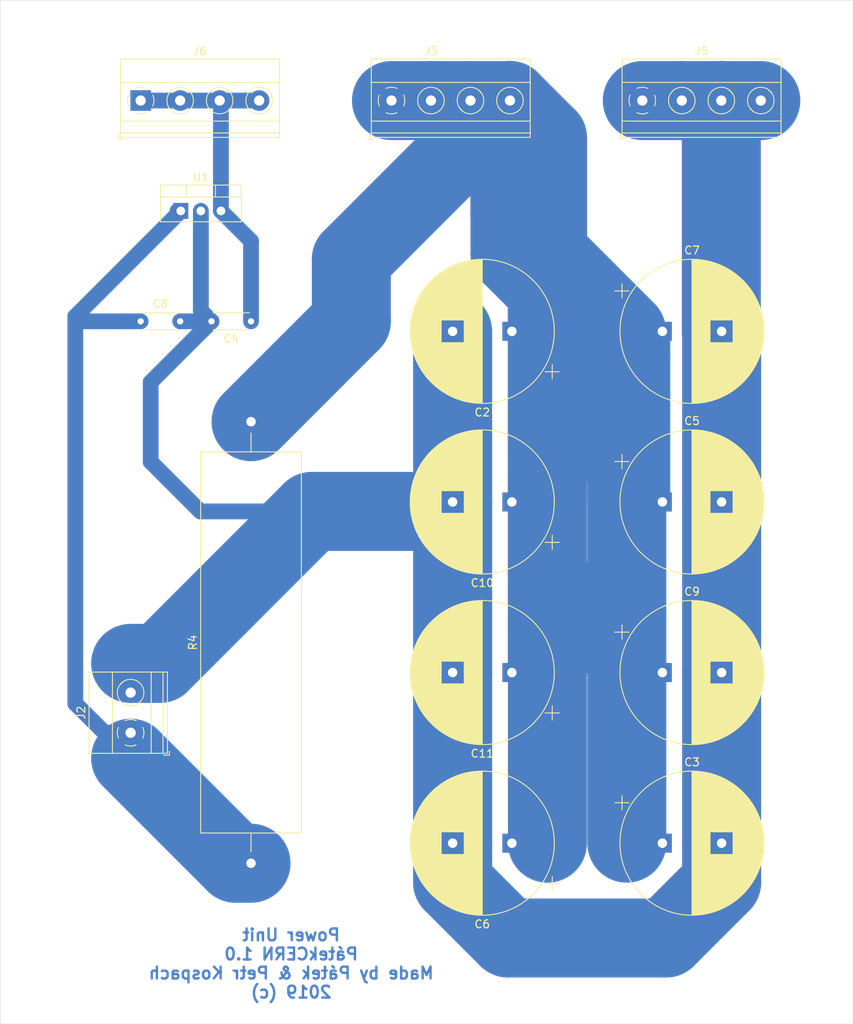
<source format=kicad_pcb>
(kicad_pcb (version 20171130) (host pcbnew 5.1.2-5.1.2)

  (general
    (thickness 1.6)
    (drawings 5)
    (tracks 77)
    (zones 0)
    (modules 16)
    (nets 5)
  )

  (page A4)
  (layers
    (0 F.Cu signal)
    (31 B.Cu signal)
    (32 B.Adhes user)
    (33 F.Adhes user)
    (34 B.Paste user)
    (35 F.Paste user)
    (36 B.SilkS user)
    (37 F.SilkS user)
    (38 B.Mask user)
    (39 F.Mask user)
    (40 Dwgs.User user)
    (41 Cmts.User user)
    (42 Eco1.User user)
    (43 Eco2.User user)
    (44 Edge.Cuts user)
    (45 Margin user)
    (46 B.CrtYd user)
    (47 F.CrtYd user)
    (48 B.Fab user)
    (49 F.Fab user)
  )

  (setup
    (last_trace_width 0.25)
    (user_trace_width 2)
    (user_trace_width 10)
    (trace_clearance 0.5)
    (zone_clearance 0.508)
    (zone_45_only no)
    (trace_min 0.2)
    (via_size 0.8)
    (via_drill 0.4)
    (via_min_size 0.4)
    (via_min_drill 0.3)
    (uvia_size 0.3)
    (uvia_drill 0.1)
    (uvias_allowed no)
    (uvia_min_size 0.2)
    (uvia_min_drill 0.1)
    (edge_width 0.05)
    (segment_width 0.2)
    (pcb_text_width 0.3)
    (pcb_text_size 1.5 1.5)
    (mod_edge_width 0.12)
    (mod_text_size 1 1)
    (mod_text_width 0.15)
    (pad_size 1.524 1.524)
    (pad_drill 0.762)
    (pad_to_mask_clearance 0.051)
    (solder_mask_min_width 0.25)
    (aux_axis_origin 0 0)
    (grid_origin 10.16 8.89)
    (visible_elements FFFFFF7F)
    (pcbplotparams
      (layerselection 0x010fc_ffffffff)
      (usegerberextensions false)
      (usegerberattributes false)
      (usegerberadvancedattributes false)
      (creategerberjobfile false)
      (excludeedgelayer true)
      (linewidth 0.100000)
      (plotframeref false)
      (viasonmask false)
      (mode 1)
      (useauxorigin false)
      (hpglpennumber 1)
      (hpglpenspeed 20)
      (hpglpendiameter 15.000000)
      (psnegative false)
      (psa4output false)
      (plotreference true)
      (plotvalue true)
      (plotinvisibletext false)
      (padsonsilk false)
      (subtractmaskfromsilk false)
      (outputformat 1)
      (mirror false)
      (drillshape 1)
      (scaleselection 1)
      (outputdirectory ""))
  )

  (net 0 "")
  (net 1 "Net-(C10-Pad1)")
  (net 2 "Net-(C4-Pad1)")
  (net 3 "Net-(C10-Pad2)")
  (net 4 "Net-(C8-Pad1)")

  (net_class Default "This is the default net class."
    (clearance 0.5)
    (trace_width 0.25)
    (via_dia 0.8)
    (via_drill 0.4)
    (uvia_dia 0.3)
    (uvia_drill 0.1)
    (add_net "Net-(C10-Pad1)")
    (add_net "Net-(C10-Pad2)")
    (add_net "Net-(C4-Pad1)")
    (add_net "Net-(C8-Pad1)")
  )

  (module Capacitor_THT:CP_Radial_D18.0mm_P7.50mm (layer F.Cu) (tedit 5AE50EF1) (tstamp 5CE80E61)
    (at 153.67 114.3 180)
    (descr "CP, Radial series, Radial, pin pitch=7.50mm, , diameter=18mm, Electrolytic Capacitor")
    (tags "CP Radial series Radial pin pitch 7.50mm  diameter 18mm Electrolytic Capacitor")
    (path /5CE4FF14)
    (fp_text reference C11 (at 3.75 -10.25) (layer F.SilkS)
      (effects (font (size 1 1) (thickness 0.15)))
    )
    (fp_text value 3G3 (at 3.75 10.25) (layer F.Fab)
      (effects (font (size 1 1) (thickness 0.15)))
    )
    (fp_text user %R (at 3.75 0) (layer F.Fab)
      (effects (font (size 1 1) (thickness 0.15)))
    )
    (fp_line (start -5.10944 -6.015) (end -5.10944 -4.215) (layer F.SilkS) (width 0.12))
    (fp_line (start -6.00944 -5.115) (end -4.20944 -5.115) (layer F.SilkS) (width 0.12))
    (fp_line (start 12.87 -0.04) (end 12.87 0.04) (layer F.SilkS) (width 0.12))
    (fp_line (start 12.83 -0.814) (end 12.83 0.814) (layer F.SilkS) (width 0.12))
    (fp_line (start 12.79 -1.166) (end 12.79 1.166) (layer F.SilkS) (width 0.12))
    (fp_line (start 12.75 -1.435) (end 12.75 1.435) (layer F.SilkS) (width 0.12))
    (fp_line (start 12.71 -1.661) (end 12.71 1.661) (layer F.SilkS) (width 0.12))
    (fp_line (start 12.67 -1.86) (end 12.67 1.86) (layer F.SilkS) (width 0.12))
    (fp_line (start 12.63 -2.039) (end 12.63 2.039) (layer F.SilkS) (width 0.12))
    (fp_line (start 12.59 -2.203) (end 12.59 2.203) (layer F.SilkS) (width 0.12))
    (fp_line (start 12.55 -2.355) (end 12.55 2.355) (layer F.SilkS) (width 0.12))
    (fp_line (start 12.51 -2.498) (end 12.51 2.498) (layer F.SilkS) (width 0.12))
    (fp_line (start 12.47 -2.632) (end 12.47 2.632) (layer F.SilkS) (width 0.12))
    (fp_line (start 12.43 -2.759) (end 12.43 2.759) (layer F.SilkS) (width 0.12))
    (fp_line (start 12.39 -2.88) (end 12.39 2.88) (layer F.SilkS) (width 0.12))
    (fp_line (start 12.35 -2.996) (end 12.35 2.996) (layer F.SilkS) (width 0.12))
    (fp_line (start 12.31 -3.107) (end 12.31 3.107) (layer F.SilkS) (width 0.12))
    (fp_line (start 12.27 -3.214) (end 12.27 3.214) (layer F.SilkS) (width 0.12))
    (fp_line (start 12.23 -3.317) (end 12.23 3.317) (layer F.SilkS) (width 0.12))
    (fp_line (start 12.19 -3.416) (end 12.19 3.416) (layer F.SilkS) (width 0.12))
    (fp_line (start 12.15 -3.512) (end 12.15 3.512) (layer F.SilkS) (width 0.12))
    (fp_line (start 12.11 -3.605) (end 12.11 3.605) (layer F.SilkS) (width 0.12))
    (fp_line (start 12.07 -3.696) (end 12.07 3.696) (layer F.SilkS) (width 0.12))
    (fp_line (start 12.03 -3.784) (end 12.03 3.784) (layer F.SilkS) (width 0.12))
    (fp_line (start 11.99 -3.869) (end 11.99 3.869) (layer F.SilkS) (width 0.12))
    (fp_line (start 11.95 -3.952) (end 11.95 3.952) (layer F.SilkS) (width 0.12))
    (fp_line (start 11.911 -4.033) (end 11.911 4.033) (layer F.SilkS) (width 0.12))
    (fp_line (start 11.871 -4.113) (end 11.871 4.113) (layer F.SilkS) (width 0.12))
    (fp_line (start 11.831 -4.19) (end 11.831 4.19) (layer F.SilkS) (width 0.12))
    (fp_line (start 11.791 -4.265) (end 11.791 4.265) (layer F.SilkS) (width 0.12))
    (fp_line (start 11.751 -4.339) (end 11.751 4.339) (layer F.SilkS) (width 0.12))
    (fp_line (start 11.711 -4.412) (end 11.711 4.412) (layer F.SilkS) (width 0.12))
    (fp_line (start 11.671 -4.482) (end 11.671 4.482) (layer F.SilkS) (width 0.12))
    (fp_line (start 11.631 -4.552) (end 11.631 4.552) (layer F.SilkS) (width 0.12))
    (fp_line (start 11.591 -4.62) (end 11.591 4.62) (layer F.SilkS) (width 0.12))
    (fp_line (start 11.551 -4.686) (end 11.551 4.686) (layer F.SilkS) (width 0.12))
    (fp_line (start 11.511 -4.752) (end 11.511 4.752) (layer F.SilkS) (width 0.12))
    (fp_line (start 11.471 -4.816) (end 11.471 4.816) (layer F.SilkS) (width 0.12))
    (fp_line (start 11.431 -4.879) (end 11.431 4.879) (layer F.SilkS) (width 0.12))
    (fp_line (start 11.391 -4.941) (end 11.391 4.941) (layer F.SilkS) (width 0.12))
    (fp_line (start 11.351 -5.002) (end 11.351 5.002) (layer F.SilkS) (width 0.12))
    (fp_line (start 11.311 -5.062) (end 11.311 5.062) (layer F.SilkS) (width 0.12))
    (fp_line (start 11.271 -5.12) (end 11.271 5.12) (layer F.SilkS) (width 0.12))
    (fp_line (start 11.231 -5.178) (end 11.231 5.178) (layer F.SilkS) (width 0.12))
    (fp_line (start 11.191 -5.235) (end 11.191 5.235) (layer F.SilkS) (width 0.12))
    (fp_line (start 11.151 -5.291) (end 11.151 5.291) (layer F.SilkS) (width 0.12))
    (fp_line (start 11.111 -5.346) (end 11.111 5.346) (layer F.SilkS) (width 0.12))
    (fp_line (start 11.071 -5.4) (end 11.071 5.4) (layer F.SilkS) (width 0.12))
    (fp_line (start 11.031 -5.454) (end 11.031 5.454) (layer F.SilkS) (width 0.12))
    (fp_line (start 10.991 -5.506) (end 10.991 5.506) (layer F.SilkS) (width 0.12))
    (fp_line (start 10.951 -5.558) (end 10.951 5.558) (layer F.SilkS) (width 0.12))
    (fp_line (start 10.911 -5.609) (end 10.911 5.609) (layer F.SilkS) (width 0.12))
    (fp_line (start 10.871 -5.66) (end 10.871 5.66) (layer F.SilkS) (width 0.12))
    (fp_line (start 10.831 -5.709) (end 10.831 5.709) (layer F.SilkS) (width 0.12))
    (fp_line (start 10.791 -5.758) (end 10.791 5.758) (layer F.SilkS) (width 0.12))
    (fp_line (start 10.751 -5.806) (end 10.751 5.806) (layer F.SilkS) (width 0.12))
    (fp_line (start 10.711 -5.854) (end 10.711 5.854) (layer F.SilkS) (width 0.12))
    (fp_line (start 10.671 -5.901) (end 10.671 5.901) (layer F.SilkS) (width 0.12))
    (fp_line (start 10.631 -5.947) (end 10.631 5.947) (layer F.SilkS) (width 0.12))
    (fp_line (start 10.591 -5.993) (end 10.591 5.993) (layer F.SilkS) (width 0.12))
    (fp_line (start 10.551 -6.038) (end 10.551 6.038) (layer F.SilkS) (width 0.12))
    (fp_line (start 10.511 -6.082) (end 10.511 6.082) (layer F.SilkS) (width 0.12))
    (fp_line (start 10.471 -6.126) (end 10.471 6.126) (layer F.SilkS) (width 0.12))
    (fp_line (start 10.431 -6.17) (end 10.431 6.17) (layer F.SilkS) (width 0.12))
    (fp_line (start 10.391 -6.212) (end 10.391 6.212) (layer F.SilkS) (width 0.12))
    (fp_line (start 10.351 -6.254) (end 10.351 6.254) (layer F.SilkS) (width 0.12))
    (fp_line (start 10.311 -6.296) (end 10.311 6.296) (layer F.SilkS) (width 0.12))
    (fp_line (start 10.271 -6.337) (end 10.271 6.337) (layer F.SilkS) (width 0.12))
    (fp_line (start 10.231 -6.378) (end 10.231 6.378) (layer F.SilkS) (width 0.12))
    (fp_line (start 10.191 -6.418) (end 10.191 6.418) (layer F.SilkS) (width 0.12))
    (fp_line (start 10.151 -6.458) (end 10.151 6.458) (layer F.SilkS) (width 0.12))
    (fp_line (start 10.111 -6.497) (end 10.111 6.497) (layer F.SilkS) (width 0.12))
    (fp_line (start 10.071 -6.536) (end 10.071 6.536) (layer F.SilkS) (width 0.12))
    (fp_line (start 10.031 -6.574) (end 10.031 6.574) (layer F.SilkS) (width 0.12))
    (fp_line (start 9.991 -6.612) (end 9.991 6.612) (layer F.SilkS) (width 0.12))
    (fp_line (start 9.951 -6.649) (end 9.951 6.649) (layer F.SilkS) (width 0.12))
    (fp_line (start 9.911 -6.686) (end 9.911 6.686) (layer F.SilkS) (width 0.12))
    (fp_line (start 9.871 -6.722) (end 9.871 6.722) (layer F.SilkS) (width 0.12))
    (fp_line (start 9.831 -6.758) (end 9.831 6.758) (layer F.SilkS) (width 0.12))
    (fp_line (start 9.791 -6.794) (end 9.791 6.794) (layer F.SilkS) (width 0.12))
    (fp_line (start 9.751 -6.829) (end 9.751 6.829) (layer F.SilkS) (width 0.12))
    (fp_line (start 9.711 -6.864) (end 9.711 6.864) (layer F.SilkS) (width 0.12))
    (fp_line (start 9.671 -6.898) (end 9.671 6.898) (layer F.SilkS) (width 0.12))
    (fp_line (start 9.631 -6.932) (end 9.631 6.932) (layer F.SilkS) (width 0.12))
    (fp_line (start 9.591 -6.965) (end 9.591 6.965) (layer F.SilkS) (width 0.12))
    (fp_line (start 9.551 -6.999) (end 9.551 6.999) (layer F.SilkS) (width 0.12))
    (fp_line (start 9.511 -7.031) (end 9.511 7.031) (layer F.SilkS) (width 0.12))
    (fp_line (start 9.471 -7.064) (end 9.471 7.064) (layer F.SilkS) (width 0.12))
    (fp_line (start 9.431 -7.096) (end 9.431 7.096) (layer F.SilkS) (width 0.12))
    (fp_line (start 9.391 -7.127) (end 9.391 7.127) (layer F.SilkS) (width 0.12))
    (fp_line (start 9.351 -7.159) (end 9.351 7.159) (layer F.SilkS) (width 0.12))
    (fp_line (start 9.311 -7.19) (end 9.311 7.19) (layer F.SilkS) (width 0.12))
    (fp_line (start 9.271 -7.22) (end 9.271 7.22) (layer F.SilkS) (width 0.12))
    (fp_line (start 9.231 -7.25) (end 9.231 7.25) (layer F.SilkS) (width 0.12))
    (fp_line (start 9.191 -7.28) (end 9.191 7.28) (layer F.SilkS) (width 0.12))
    (fp_line (start 9.151 -7.31) (end 9.151 7.31) (layer F.SilkS) (width 0.12))
    (fp_line (start 9.111 -7.339) (end 9.111 7.339) (layer F.SilkS) (width 0.12))
    (fp_line (start 9.071 -7.368) (end 9.071 7.368) (layer F.SilkS) (width 0.12))
    (fp_line (start 9.031 -7.397) (end 9.031 7.397) (layer F.SilkS) (width 0.12))
    (fp_line (start 8.991 -7.425) (end 8.991 7.425) (layer F.SilkS) (width 0.12))
    (fp_line (start 8.951 -7.453) (end 8.951 7.453) (layer F.SilkS) (width 0.12))
    (fp_line (start 8.911 1.44) (end 8.911 7.48) (layer F.SilkS) (width 0.12))
    (fp_line (start 8.911 -7.48) (end 8.911 -1.44) (layer F.SilkS) (width 0.12))
    (fp_line (start 8.871 1.44) (end 8.871 7.508) (layer F.SilkS) (width 0.12))
    (fp_line (start 8.871 -7.508) (end 8.871 -1.44) (layer F.SilkS) (width 0.12))
    (fp_line (start 8.831 1.44) (end 8.831 7.535) (layer F.SilkS) (width 0.12))
    (fp_line (start 8.831 -7.535) (end 8.831 -1.44) (layer F.SilkS) (width 0.12))
    (fp_line (start 8.791 1.44) (end 8.791 7.561) (layer F.SilkS) (width 0.12))
    (fp_line (start 8.791 -7.561) (end 8.791 -1.44) (layer F.SilkS) (width 0.12))
    (fp_line (start 8.751 1.44) (end 8.751 7.588) (layer F.SilkS) (width 0.12))
    (fp_line (start 8.751 -7.588) (end 8.751 -1.44) (layer F.SilkS) (width 0.12))
    (fp_line (start 8.711 1.44) (end 8.711 7.614) (layer F.SilkS) (width 0.12))
    (fp_line (start 8.711 -7.614) (end 8.711 -1.44) (layer F.SilkS) (width 0.12))
    (fp_line (start 8.671 1.44) (end 8.671 7.64) (layer F.SilkS) (width 0.12))
    (fp_line (start 8.671 -7.64) (end 8.671 -1.44) (layer F.SilkS) (width 0.12))
    (fp_line (start 8.631 1.44) (end 8.631 7.665) (layer F.SilkS) (width 0.12))
    (fp_line (start 8.631 -7.665) (end 8.631 -1.44) (layer F.SilkS) (width 0.12))
    (fp_line (start 8.591 1.44) (end 8.591 7.69) (layer F.SilkS) (width 0.12))
    (fp_line (start 8.591 -7.69) (end 8.591 -1.44) (layer F.SilkS) (width 0.12))
    (fp_line (start 8.551 1.44) (end 8.551 7.715) (layer F.SilkS) (width 0.12))
    (fp_line (start 8.551 -7.715) (end 8.551 -1.44) (layer F.SilkS) (width 0.12))
    (fp_line (start 8.511 1.44) (end 8.511 7.74) (layer F.SilkS) (width 0.12))
    (fp_line (start 8.511 -7.74) (end 8.511 -1.44) (layer F.SilkS) (width 0.12))
    (fp_line (start 8.471 1.44) (end 8.471 7.764) (layer F.SilkS) (width 0.12))
    (fp_line (start 8.471 -7.764) (end 8.471 -1.44) (layer F.SilkS) (width 0.12))
    (fp_line (start 8.431 1.44) (end 8.431 7.788) (layer F.SilkS) (width 0.12))
    (fp_line (start 8.431 -7.788) (end 8.431 -1.44) (layer F.SilkS) (width 0.12))
    (fp_line (start 8.391 1.44) (end 8.391 7.812) (layer F.SilkS) (width 0.12))
    (fp_line (start 8.391 -7.812) (end 8.391 -1.44) (layer F.SilkS) (width 0.12))
    (fp_line (start 8.351 1.44) (end 8.351 7.835) (layer F.SilkS) (width 0.12))
    (fp_line (start 8.351 -7.835) (end 8.351 -1.44) (layer F.SilkS) (width 0.12))
    (fp_line (start 8.311 1.44) (end 8.311 7.859) (layer F.SilkS) (width 0.12))
    (fp_line (start 8.311 -7.859) (end 8.311 -1.44) (layer F.SilkS) (width 0.12))
    (fp_line (start 8.271 1.44) (end 8.271 7.882) (layer F.SilkS) (width 0.12))
    (fp_line (start 8.271 -7.882) (end 8.271 -1.44) (layer F.SilkS) (width 0.12))
    (fp_line (start 8.231 1.44) (end 8.231 7.904) (layer F.SilkS) (width 0.12))
    (fp_line (start 8.231 -7.904) (end 8.231 -1.44) (layer F.SilkS) (width 0.12))
    (fp_line (start 8.191 1.44) (end 8.191 7.927) (layer F.SilkS) (width 0.12))
    (fp_line (start 8.191 -7.927) (end 8.191 -1.44) (layer F.SilkS) (width 0.12))
    (fp_line (start 8.151 1.44) (end 8.151 7.949) (layer F.SilkS) (width 0.12))
    (fp_line (start 8.151 -7.949) (end 8.151 -1.44) (layer F.SilkS) (width 0.12))
    (fp_line (start 8.111 1.44) (end 8.111 7.971) (layer F.SilkS) (width 0.12))
    (fp_line (start 8.111 -7.971) (end 8.111 -1.44) (layer F.SilkS) (width 0.12))
    (fp_line (start 8.071 1.44) (end 8.071 7.992) (layer F.SilkS) (width 0.12))
    (fp_line (start 8.071 -7.992) (end 8.071 -1.44) (layer F.SilkS) (width 0.12))
    (fp_line (start 8.031 1.44) (end 8.031 8.014) (layer F.SilkS) (width 0.12))
    (fp_line (start 8.031 -8.014) (end 8.031 -1.44) (layer F.SilkS) (width 0.12))
    (fp_line (start 7.991 1.44) (end 7.991 8.035) (layer F.SilkS) (width 0.12))
    (fp_line (start 7.991 -8.035) (end 7.991 -1.44) (layer F.SilkS) (width 0.12))
    (fp_line (start 7.951 1.44) (end 7.951 8.056) (layer F.SilkS) (width 0.12))
    (fp_line (start 7.951 -8.056) (end 7.951 -1.44) (layer F.SilkS) (width 0.12))
    (fp_line (start 7.911 1.44) (end 7.911 8.076) (layer F.SilkS) (width 0.12))
    (fp_line (start 7.911 -8.076) (end 7.911 -1.44) (layer F.SilkS) (width 0.12))
    (fp_line (start 7.871 1.44) (end 7.871 8.097) (layer F.SilkS) (width 0.12))
    (fp_line (start 7.871 -8.097) (end 7.871 -1.44) (layer F.SilkS) (width 0.12))
    (fp_line (start 7.831 1.44) (end 7.831 8.117) (layer F.SilkS) (width 0.12))
    (fp_line (start 7.831 -8.117) (end 7.831 -1.44) (layer F.SilkS) (width 0.12))
    (fp_line (start 7.791 1.44) (end 7.791 8.137) (layer F.SilkS) (width 0.12))
    (fp_line (start 7.791 -8.137) (end 7.791 -1.44) (layer F.SilkS) (width 0.12))
    (fp_line (start 7.751 1.44) (end 7.751 8.156) (layer F.SilkS) (width 0.12))
    (fp_line (start 7.751 -8.156) (end 7.751 -1.44) (layer F.SilkS) (width 0.12))
    (fp_line (start 7.711 1.44) (end 7.711 8.176) (layer F.SilkS) (width 0.12))
    (fp_line (start 7.711 -8.176) (end 7.711 -1.44) (layer F.SilkS) (width 0.12))
    (fp_line (start 7.671 1.44) (end 7.671 8.195) (layer F.SilkS) (width 0.12))
    (fp_line (start 7.671 -8.195) (end 7.671 -1.44) (layer F.SilkS) (width 0.12))
    (fp_line (start 7.631 1.44) (end 7.631 8.214) (layer F.SilkS) (width 0.12))
    (fp_line (start 7.631 -8.214) (end 7.631 -1.44) (layer F.SilkS) (width 0.12))
    (fp_line (start 7.591 1.44) (end 7.591 8.233) (layer F.SilkS) (width 0.12))
    (fp_line (start 7.591 -8.233) (end 7.591 -1.44) (layer F.SilkS) (width 0.12))
    (fp_line (start 7.551 1.44) (end 7.551 8.251) (layer F.SilkS) (width 0.12))
    (fp_line (start 7.551 -8.251) (end 7.551 -1.44) (layer F.SilkS) (width 0.12))
    (fp_line (start 7.511 1.44) (end 7.511 8.269) (layer F.SilkS) (width 0.12))
    (fp_line (start 7.511 -8.269) (end 7.511 -1.44) (layer F.SilkS) (width 0.12))
    (fp_line (start 7.471 1.44) (end 7.471 8.287) (layer F.SilkS) (width 0.12))
    (fp_line (start 7.471 -8.287) (end 7.471 -1.44) (layer F.SilkS) (width 0.12))
    (fp_line (start 7.431 1.44) (end 7.431 8.305) (layer F.SilkS) (width 0.12))
    (fp_line (start 7.431 -8.305) (end 7.431 -1.44) (layer F.SilkS) (width 0.12))
    (fp_line (start 7.391 1.44) (end 7.391 8.323) (layer F.SilkS) (width 0.12))
    (fp_line (start 7.391 -8.323) (end 7.391 -1.44) (layer F.SilkS) (width 0.12))
    (fp_line (start 7.351 1.44) (end 7.351 8.34) (layer F.SilkS) (width 0.12))
    (fp_line (start 7.351 -8.34) (end 7.351 -1.44) (layer F.SilkS) (width 0.12))
    (fp_line (start 7.311 1.44) (end 7.311 8.357) (layer F.SilkS) (width 0.12))
    (fp_line (start 7.311 -8.357) (end 7.311 -1.44) (layer F.SilkS) (width 0.12))
    (fp_line (start 7.271 1.44) (end 7.271 8.374) (layer F.SilkS) (width 0.12))
    (fp_line (start 7.271 -8.374) (end 7.271 -1.44) (layer F.SilkS) (width 0.12))
    (fp_line (start 7.231 1.44) (end 7.231 8.39) (layer F.SilkS) (width 0.12))
    (fp_line (start 7.231 -8.39) (end 7.231 -1.44) (layer F.SilkS) (width 0.12))
    (fp_line (start 7.191 1.44) (end 7.191 8.407) (layer F.SilkS) (width 0.12))
    (fp_line (start 7.191 -8.407) (end 7.191 -1.44) (layer F.SilkS) (width 0.12))
    (fp_line (start 7.151 1.44) (end 7.151 8.423) (layer F.SilkS) (width 0.12))
    (fp_line (start 7.151 -8.423) (end 7.151 -1.44) (layer F.SilkS) (width 0.12))
    (fp_line (start 7.111 1.44) (end 7.111 8.439) (layer F.SilkS) (width 0.12))
    (fp_line (start 7.111 -8.439) (end 7.111 -1.44) (layer F.SilkS) (width 0.12))
    (fp_line (start 7.071 1.44) (end 7.071 8.455) (layer F.SilkS) (width 0.12))
    (fp_line (start 7.071 -8.455) (end 7.071 -1.44) (layer F.SilkS) (width 0.12))
    (fp_line (start 7.031 1.44) (end 7.031 8.47) (layer F.SilkS) (width 0.12))
    (fp_line (start 7.031 -8.47) (end 7.031 -1.44) (layer F.SilkS) (width 0.12))
    (fp_line (start 6.991 1.44) (end 6.991 8.486) (layer F.SilkS) (width 0.12))
    (fp_line (start 6.991 -8.486) (end 6.991 -1.44) (layer F.SilkS) (width 0.12))
    (fp_line (start 6.951 1.44) (end 6.951 8.501) (layer F.SilkS) (width 0.12))
    (fp_line (start 6.951 -8.501) (end 6.951 -1.44) (layer F.SilkS) (width 0.12))
    (fp_line (start 6.911 1.44) (end 6.911 8.516) (layer F.SilkS) (width 0.12))
    (fp_line (start 6.911 -8.516) (end 6.911 -1.44) (layer F.SilkS) (width 0.12))
    (fp_line (start 6.871 1.44) (end 6.871 8.53) (layer F.SilkS) (width 0.12))
    (fp_line (start 6.871 -8.53) (end 6.871 -1.44) (layer F.SilkS) (width 0.12))
    (fp_line (start 6.831 1.44) (end 6.831 8.545) (layer F.SilkS) (width 0.12))
    (fp_line (start 6.831 -8.545) (end 6.831 -1.44) (layer F.SilkS) (width 0.12))
    (fp_line (start 6.791 1.44) (end 6.791 8.559) (layer F.SilkS) (width 0.12))
    (fp_line (start 6.791 -8.559) (end 6.791 -1.44) (layer F.SilkS) (width 0.12))
    (fp_line (start 6.751 1.44) (end 6.751 8.573) (layer F.SilkS) (width 0.12))
    (fp_line (start 6.751 -8.573) (end 6.751 -1.44) (layer F.SilkS) (width 0.12))
    (fp_line (start 6.711 1.44) (end 6.711 8.587) (layer F.SilkS) (width 0.12))
    (fp_line (start 6.711 -8.587) (end 6.711 -1.44) (layer F.SilkS) (width 0.12))
    (fp_line (start 6.671 1.44) (end 6.671 8.6) (layer F.SilkS) (width 0.12))
    (fp_line (start 6.671 -8.6) (end 6.671 -1.44) (layer F.SilkS) (width 0.12))
    (fp_line (start 6.631 1.44) (end 6.631 8.614) (layer F.SilkS) (width 0.12))
    (fp_line (start 6.631 -8.614) (end 6.631 -1.44) (layer F.SilkS) (width 0.12))
    (fp_line (start 6.591 1.44) (end 6.591 8.627) (layer F.SilkS) (width 0.12))
    (fp_line (start 6.591 -8.627) (end 6.591 -1.44) (layer F.SilkS) (width 0.12))
    (fp_line (start 6.551 1.44) (end 6.551 8.64) (layer F.SilkS) (width 0.12))
    (fp_line (start 6.551 -8.64) (end 6.551 -1.44) (layer F.SilkS) (width 0.12))
    (fp_line (start 6.511 1.44) (end 6.511 8.653) (layer F.SilkS) (width 0.12))
    (fp_line (start 6.511 -8.653) (end 6.511 -1.44) (layer F.SilkS) (width 0.12))
    (fp_line (start 6.471 1.44) (end 6.471 8.665) (layer F.SilkS) (width 0.12))
    (fp_line (start 6.471 -8.665) (end 6.471 -1.44) (layer F.SilkS) (width 0.12))
    (fp_line (start 6.431 1.44) (end 6.431 8.678) (layer F.SilkS) (width 0.12))
    (fp_line (start 6.431 -8.678) (end 6.431 -1.44) (layer F.SilkS) (width 0.12))
    (fp_line (start 6.391 1.44) (end 6.391 8.69) (layer F.SilkS) (width 0.12))
    (fp_line (start 6.391 -8.69) (end 6.391 -1.44) (layer F.SilkS) (width 0.12))
    (fp_line (start 6.351 1.44) (end 6.351 8.702) (layer F.SilkS) (width 0.12))
    (fp_line (start 6.351 -8.702) (end 6.351 -1.44) (layer F.SilkS) (width 0.12))
    (fp_line (start 6.311 1.44) (end 6.311 8.714) (layer F.SilkS) (width 0.12))
    (fp_line (start 6.311 -8.714) (end 6.311 -1.44) (layer F.SilkS) (width 0.12))
    (fp_line (start 6.271 1.44) (end 6.271 8.725) (layer F.SilkS) (width 0.12))
    (fp_line (start 6.271 -8.725) (end 6.271 -1.44) (layer F.SilkS) (width 0.12))
    (fp_line (start 6.231 1.44) (end 6.231 8.737) (layer F.SilkS) (width 0.12))
    (fp_line (start 6.231 -8.737) (end 6.231 -1.44) (layer F.SilkS) (width 0.12))
    (fp_line (start 6.191 1.44) (end 6.191 8.748) (layer F.SilkS) (width 0.12))
    (fp_line (start 6.191 -8.748) (end 6.191 -1.44) (layer F.SilkS) (width 0.12))
    (fp_line (start 6.151 1.44) (end 6.151 8.759) (layer F.SilkS) (width 0.12))
    (fp_line (start 6.151 -8.759) (end 6.151 -1.44) (layer F.SilkS) (width 0.12))
    (fp_line (start 6.111 1.44) (end 6.111 8.77) (layer F.SilkS) (width 0.12))
    (fp_line (start 6.111 -8.77) (end 6.111 -1.44) (layer F.SilkS) (width 0.12))
    (fp_line (start 6.071 1.44) (end 6.071 8.78) (layer F.SilkS) (width 0.12))
    (fp_line (start 6.071 -8.78) (end 6.071 -1.44) (layer F.SilkS) (width 0.12))
    (fp_line (start 6.031 -8.791) (end 6.031 8.791) (layer F.SilkS) (width 0.12))
    (fp_line (start 5.991 -8.801) (end 5.991 8.801) (layer F.SilkS) (width 0.12))
    (fp_line (start 5.951 -8.811) (end 5.951 8.811) (layer F.SilkS) (width 0.12))
    (fp_line (start 5.911 -8.821) (end 5.911 8.821) (layer F.SilkS) (width 0.12))
    (fp_line (start 5.871 -8.831) (end 5.871 8.831) (layer F.SilkS) (width 0.12))
    (fp_line (start 5.831 -8.84) (end 5.831 8.84) (layer F.SilkS) (width 0.12))
    (fp_line (start 5.791 -8.849) (end 5.791 8.849) (layer F.SilkS) (width 0.12))
    (fp_line (start 5.751 -8.858) (end 5.751 8.858) (layer F.SilkS) (width 0.12))
    (fp_line (start 5.711 -8.867) (end 5.711 8.867) (layer F.SilkS) (width 0.12))
    (fp_line (start 5.671 -8.876) (end 5.671 8.876) (layer F.SilkS) (width 0.12))
    (fp_line (start 5.631 -8.885) (end 5.631 8.885) (layer F.SilkS) (width 0.12))
    (fp_line (start 5.591 -8.893) (end 5.591 8.893) (layer F.SilkS) (width 0.12))
    (fp_line (start 5.551 -8.901) (end 5.551 8.901) (layer F.SilkS) (width 0.12))
    (fp_line (start 5.511 -8.909) (end 5.511 8.909) (layer F.SilkS) (width 0.12))
    (fp_line (start 5.471 -8.917) (end 5.471 8.917) (layer F.SilkS) (width 0.12))
    (fp_line (start 5.431 -8.924) (end 5.431 8.924) (layer F.SilkS) (width 0.12))
    (fp_line (start 5.391 -8.932) (end 5.391 8.932) (layer F.SilkS) (width 0.12))
    (fp_line (start 5.351 -8.939) (end 5.351 8.939) (layer F.SilkS) (width 0.12))
    (fp_line (start 5.311 -8.946) (end 5.311 8.946) (layer F.SilkS) (width 0.12))
    (fp_line (start 5.271 -8.953) (end 5.271 8.953) (layer F.SilkS) (width 0.12))
    (fp_line (start 5.231 -8.96) (end 5.231 8.96) (layer F.SilkS) (width 0.12))
    (fp_line (start 5.191 -8.966) (end 5.191 8.966) (layer F.SilkS) (width 0.12))
    (fp_line (start 5.151 -8.972) (end 5.151 8.972) (layer F.SilkS) (width 0.12))
    (fp_line (start 5.111 -8.979) (end 5.111 8.979) (layer F.SilkS) (width 0.12))
    (fp_line (start 5.071 -8.984) (end 5.071 8.984) (layer F.SilkS) (width 0.12))
    (fp_line (start 5.031 -8.99) (end 5.031 8.99) (layer F.SilkS) (width 0.12))
    (fp_line (start 4.991 -8.996) (end 4.991 8.996) (layer F.SilkS) (width 0.12))
    (fp_line (start 4.951 -9.001) (end 4.951 9.001) (layer F.SilkS) (width 0.12))
    (fp_line (start 4.911 -9.006) (end 4.911 9.006) (layer F.SilkS) (width 0.12))
    (fp_line (start 4.871 -9.011) (end 4.871 9.011) (layer F.SilkS) (width 0.12))
    (fp_line (start 4.831 -9.016) (end 4.831 9.016) (layer F.SilkS) (width 0.12))
    (fp_line (start 4.791 -9.021) (end 4.791 9.021) (layer F.SilkS) (width 0.12))
    (fp_line (start 4.751 -9.026) (end 4.751 9.026) (layer F.SilkS) (width 0.12))
    (fp_line (start 4.711 -9.03) (end 4.711 9.03) (layer F.SilkS) (width 0.12))
    (fp_line (start 4.671 -9.034) (end 4.671 9.034) (layer F.SilkS) (width 0.12))
    (fp_line (start 4.631 -9.038) (end 4.631 9.038) (layer F.SilkS) (width 0.12))
    (fp_line (start 4.591 -9.042) (end 4.591 9.042) (layer F.SilkS) (width 0.12))
    (fp_line (start 4.551 -9.045) (end 4.551 9.045) (layer F.SilkS) (width 0.12))
    (fp_line (start 4.511 -9.049) (end 4.511 9.049) (layer F.SilkS) (width 0.12))
    (fp_line (start 4.471 -9.052) (end 4.471 9.052) (layer F.SilkS) (width 0.12))
    (fp_line (start 4.43 -9.055) (end 4.43 9.055) (layer F.SilkS) (width 0.12))
    (fp_line (start 4.39 -9.058) (end 4.39 9.058) (layer F.SilkS) (width 0.12))
    (fp_line (start 4.35 -9.061) (end 4.35 9.061) (layer F.SilkS) (width 0.12))
    (fp_line (start 4.31 -9.063) (end 4.31 9.063) (layer F.SilkS) (width 0.12))
    (fp_line (start 4.27 -9.066) (end 4.27 9.066) (layer F.SilkS) (width 0.12))
    (fp_line (start 4.23 -9.068) (end 4.23 9.068) (layer F.SilkS) (width 0.12))
    (fp_line (start 4.19 -9.07) (end 4.19 9.07) (layer F.SilkS) (width 0.12))
    (fp_line (start 4.15 -9.072) (end 4.15 9.072) (layer F.SilkS) (width 0.12))
    (fp_line (start 4.11 -9.073) (end 4.11 9.073) (layer F.SilkS) (width 0.12))
    (fp_line (start 4.07 -9.075) (end 4.07 9.075) (layer F.SilkS) (width 0.12))
    (fp_line (start 4.03 -9.076) (end 4.03 9.076) (layer F.SilkS) (width 0.12))
    (fp_line (start 3.99 -9.077) (end 3.99 9.077) (layer F.SilkS) (width 0.12))
    (fp_line (start 3.95 -9.078) (end 3.95 9.078) (layer F.SilkS) (width 0.12))
    (fp_line (start 3.91 -9.079) (end 3.91 9.079) (layer F.SilkS) (width 0.12))
    (fp_line (start 3.87 -9.08) (end 3.87 9.08) (layer F.SilkS) (width 0.12))
    (fp_line (start 3.83 -9.08) (end 3.83 9.08) (layer F.SilkS) (width 0.12))
    (fp_line (start 3.79 -9.08) (end 3.79 9.08) (layer F.SilkS) (width 0.12))
    (fp_line (start 3.75 -9.081) (end 3.75 9.081) (layer F.SilkS) (width 0.12))
    (fp_line (start -3.087271 -4.8475) (end -3.087271 -3.0475) (layer F.Fab) (width 0.1))
    (fp_line (start -3.987271 -3.9475) (end -2.187271 -3.9475) (layer F.Fab) (width 0.1))
    (fp_circle (center 3.75 0) (end 13 0) (layer F.CrtYd) (width 0.05))
    (fp_circle (center 3.75 0) (end 12.87 0) (layer F.SilkS) (width 0.12))
    (fp_circle (center 3.75 0) (end 12.75 0) (layer F.Fab) (width 0.1))
    (pad 2 thru_hole circle (at 7.5 0 180) (size 2.4 2.4) (drill 1.2) (layers *.Cu *.Mask)
      (net 3 "Net-(C10-Pad2)"))
    (pad 1 thru_hole rect (at 0 0 180) (size 2.4 2.4) (drill 1.2) (layers *.Cu *.Mask)
      (net 1 "Net-(C10-Pad1)"))
    (model ${KISYS3DMOD}/Capacitor_THT.3dshapes/CP_Radial_D18.0mm_P7.50mm.wrl
      (at (xyz 0 0 0))
      (scale (xyz 1 1 1))
      (rotate (xyz 0 0 0))
    )
  )

  (module TerminalBlock_Phoenix:TerminalBlock_Phoenix_MKDS-1,5-4_1x04_P5.00mm_Horizontal (layer F.Cu) (tedit 5B294EE5) (tstamp 5CE7DC7C)
    (at 106.68 41.91)
    (descr "Terminal Block Phoenix MKDS-1,5-4, 4 pins, pitch 5mm, size 20x9.8mm^2, drill diamater 1.3mm, pad diameter 2.6mm, see http://www.farnell.com/datasheets/100425.pdf, script-generated using https://github.com/pointhi/kicad-footprint-generator/scripts/TerminalBlock_Phoenix")
    (tags "THT Terminal Block Phoenix MKDS-1,5-4 pitch 5mm size 20x9.8mm^2 drill 1.3mm pad 2.6mm")
    (path /5CE82363)
    (fp_text reference J6 (at 7.5 -6.26) (layer F.SilkS)
      (effects (font (size 1 1) (thickness 0.15)))
    )
    (fp_text value OUTPUT-15V (at 7.5 5.66) (layer F.Fab)
      (effects (font (size 1 1) (thickness 0.15)))
    )
    (fp_text user %R (at 7.5 3.2) (layer F.Fab)
      (effects (font (size 1 1) (thickness 0.15)))
    )
    (fp_line (start 18 -5.71) (end -3 -5.71) (layer F.CrtYd) (width 0.05))
    (fp_line (start 18 5.1) (end 18 -5.71) (layer F.CrtYd) (width 0.05))
    (fp_line (start -3 5.1) (end 18 5.1) (layer F.CrtYd) (width 0.05))
    (fp_line (start -3 -5.71) (end -3 5.1) (layer F.CrtYd) (width 0.05))
    (fp_line (start -2.8 4.9) (end -2.3 4.9) (layer F.SilkS) (width 0.12))
    (fp_line (start -2.8 4.16) (end -2.8 4.9) (layer F.SilkS) (width 0.12))
    (fp_line (start 13.773 1.023) (end 13.726 1.069) (layer F.SilkS) (width 0.12))
    (fp_line (start 16.07 -1.275) (end 16.035 -1.239) (layer F.SilkS) (width 0.12))
    (fp_line (start 13.966 1.239) (end 13.931 1.274) (layer F.SilkS) (width 0.12))
    (fp_line (start 16.275 -1.069) (end 16.228 -1.023) (layer F.SilkS) (width 0.12))
    (fp_line (start 15.955 -1.138) (end 13.863 0.955) (layer F.Fab) (width 0.1))
    (fp_line (start 16.138 -0.955) (end 14.046 1.138) (layer F.Fab) (width 0.1))
    (fp_line (start 8.773 1.023) (end 8.726 1.069) (layer F.SilkS) (width 0.12))
    (fp_line (start 11.07 -1.275) (end 11.035 -1.239) (layer F.SilkS) (width 0.12))
    (fp_line (start 8.966 1.239) (end 8.931 1.274) (layer F.SilkS) (width 0.12))
    (fp_line (start 11.275 -1.069) (end 11.228 -1.023) (layer F.SilkS) (width 0.12))
    (fp_line (start 10.955 -1.138) (end 8.863 0.955) (layer F.Fab) (width 0.1))
    (fp_line (start 11.138 -0.955) (end 9.046 1.138) (layer F.Fab) (width 0.1))
    (fp_line (start 3.773 1.023) (end 3.726 1.069) (layer F.SilkS) (width 0.12))
    (fp_line (start 6.07 -1.275) (end 6.035 -1.239) (layer F.SilkS) (width 0.12))
    (fp_line (start 3.966 1.239) (end 3.931 1.274) (layer F.SilkS) (width 0.12))
    (fp_line (start 6.275 -1.069) (end 6.228 -1.023) (layer F.SilkS) (width 0.12))
    (fp_line (start 5.955 -1.138) (end 3.863 0.955) (layer F.Fab) (width 0.1))
    (fp_line (start 6.138 -0.955) (end 4.046 1.138) (layer F.Fab) (width 0.1))
    (fp_line (start 0.955 -1.138) (end -1.138 0.955) (layer F.Fab) (width 0.1))
    (fp_line (start 1.138 -0.955) (end -0.955 1.138) (layer F.Fab) (width 0.1))
    (fp_line (start 17.561 -5.261) (end 17.561 4.66) (layer F.SilkS) (width 0.12))
    (fp_line (start -2.56 -5.261) (end -2.56 4.66) (layer F.SilkS) (width 0.12))
    (fp_line (start -2.56 4.66) (end 17.561 4.66) (layer F.SilkS) (width 0.12))
    (fp_line (start -2.56 -5.261) (end 17.561 -5.261) (layer F.SilkS) (width 0.12))
    (fp_line (start -2.56 -2.301) (end 17.561 -2.301) (layer F.SilkS) (width 0.12))
    (fp_line (start -2.5 -2.3) (end 17.5 -2.3) (layer F.Fab) (width 0.1))
    (fp_line (start -2.56 2.6) (end 17.561 2.6) (layer F.SilkS) (width 0.12))
    (fp_line (start -2.5 2.6) (end 17.5 2.6) (layer F.Fab) (width 0.1))
    (fp_line (start -2.56 4.1) (end 17.561 4.1) (layer F.SilkS) (width 0.12))
    (fp_line (start -2.5 4.1) (end 17.5 4.1) (layer F.Fab) (width 0.1))
    (fp_line (start -2.5 4.1) (end -2.5 -5.2) (layer F.Fab) (width 0.1))
    (fp_line (start -2 4.6) (end -2.5 4.1) (layer F.Fab) (width 0.1))
    (fp_line (start 17.5 4.6) (end -2 4.6) (layer F.Fab) (width 0.1))
    (fp_line (start 17.5 -5.2) (end 17.5 4.6) (layer F.Fab) (width 0.1))
    (fp_line (start -2.5 -5.2) (end 17.5 -5.2) (layer F.Fab) (width 0.1))
    (fp_circle (center 15 0) (end 16.68 0) (layer F.SilkS) (width 0.12))
    (fp_circle (center 15 0) (end 16.5 0) (layer F.Fab) (width 0.1))
    (fp_circle (center 10 0) (end 11.68 0) (layer F.SilkS) (width 0.12))
    (fp_circle (center 10 0) (end 11.5 0) (layer F.Fab) (width 0.1))
    (fp_circle (center 5 0) (end 6.68 0) (layer F.SilkS) (width 0.12))
    (fp_circle (center 5 0) (end 6.5 0) (layer F.Fab) (width 0.1))
    (fp_circle (center 0 0) (end 1.5 0) (layer F.Fab) (width 0.1))
    (fp_arc (start 0 0) (end -0.684 1.535) (angle -25) (layer F.SilkS) (width 0.12))
    (fp_arc (start 0 0) (end -1.535 -0.684) (angle -48) (layer F.SilkS) (width 0.12))
    (fp_arc (start 0 0) (end 0.684 -1.535) (angle -48) (layer F.SilkS) (width 0.12))
    (fp_arc (start 0 0) (end 1.535 0.684) (angle -48) (layer F.SilkS) (width 0.12))
    (fp_arc (start 0 0) (end 0 1.68) (angle -24) (layer F.SilkS) (width 0.12))
    (pad 4 thru_hole circle (at 15 0) (size 2.6 2.6) (drill 1.3) (layers *.Cu *.Mask)
      (net 2 "Net-(C4-Pad1)"))
    (pad 3 thru_hole circle (at 10 0) (size 2.6 2.6) (drill 1.3) (layers *.Cu *.Mask)
      (net 2 "Net-(C4-Pad1)"))
    (pad 2 thru_hole circle (at 5 0) (size 2.6 2.6) (drill 1.3) (layers *.Cu *.Mask)
      (net 2 "Net-(C4-Pad1)"))
    (pad 1 thru_hole rect (at 0 0) (size 2.6 2.6) (drill 1.3) (layers *.Cu *.Mask)
      (net 2 "Net-(C4-Pad1)"))
    (model ${KISYS3DMOD}/TerminalBlock_Phoenix.3dshapes/TerminalBlock_Phoenix_MKDS-1,5-4_1x04_P5.00mm_Horizontal.wrl
      (at (xyz 0 0 0))
      (scale (xyz 1 1 1))
      (rotate (xyz 0 0 0))
    )
  )

  (module TerminalBlock_Phoenix:TerminalBlock_Phoenix_MKDS-1,5-4_1x04_P5.00mm_Horizontal (layer F.Cu) (tedit 5B294EE5) (tstamp 5CE7DC3E)
    (at 170.18 41.91)
    (descr "Terminal Block Phoenix MKDS-1,5-4, 4 pins, pitch 5mm, size 20x9.8mm^2, drill diamater 1.3mm, pad diameter 2.6mm, see http://www.farnell.com/datasheets/100425.pdf, script-generated using https://github.com/pointhi/kicad-footprint-generator/scripts/TerminalBlock_Phoenix")
    (tags "THT Terminal Block Phoenix MKDS-1,5-4 pitch 5mm size 20x9.8mm^2 drill 1.3mm pad 2.6mm")
    (path /5CE83255)
    (fp_text reference J5 (at 7.5 -6.26) (layer F.SilkS)
      (effects (font (size 1 1) (thickness 0.15)))
    )
    (fp_text value OUTPUT-GND (at 7.5 5.66) (layer F.Fab)
      (effects (font (size 1 1) (thickness 0.15)))
    )
    (fp_text user %R (at 7.5 3.2) (layer F.Fab)
      (effects (font (size 1 1) (thickness 0.15)))
    )
    (fp_line (start 18 -5.71) (end -3 -5.71) (layer F.CrtYd) (width 0.05))
    (fp_line (start 18 5.1) (end 18 -5.71) (layer F.CrtYd) (width 0.05))
    (fp_line (start -3 5.1) (end 18 5.1) (layer F.CrtYd) (width 0.05))
    (fp_line (start -3 -5.71) (end -3 5.1) (layer F.CrtYd) (width 0.05))
    (fp_line (start -2.8 4.9) (end -2.3 4.9) (layer F.SilkS) (width 0.12))
    (fp_line (start -2.8 4.16) (end -2.8 4.9) (layer F.SilkS) (width 0.12))
    (fp_line (start 13.773 1.023) (end 13.726 1.069) (layer F.SilkS) (width 0.12))
    (fp_line (start 16.07 -1.275) (end 16.035 -1.239) (layer F.SilkS) (width 0.12))
    (fp_line (start 13.966 1.239) (end 13.931 1.274) (layer F.SilkS) (width 0.12))
    (fp_line (start 16.275 -1.069) (end 16.228 -1.023) (layer F.SilkS) (width 0.12))
    (fp_line (start 15.955 -1.138) (end 13.863 0.955) (layer F.Fab) (width 0.1))
    (fp_line (start 16.138 -0.955) (end 14.046 1.138) (layer F.Fab) (width 0.1))
    (fp_line (start 8.773 1.023) (end 8.726 1.069) (layer F.SilkS) (width 0.12))
    (fp_line (start 11.07 -1.275) (end 11.035 -1.239) (layer F.SilkS) (width 0.12))
    (fp_line (start 8.966 1.239) (end 8.931 1.274) (layer F.SilkS) (width 0.12))
    (fp_line (start 11.275 -1.069) (end 11.228 -1.023) (layer F.SilkS) (width 0.12))
    (fp_line (start 10.955 -1.138) (end 8.863 0.955) (layer F.Fab) (width 0.1))
    (fp_line (start 11.138 -0.955) (end 9.046 1.138) (layer F.Fab) (width 0.1))
    (fp_line (start 3.773 1.023) (end 3.726 1.069) (layer F.SilkS) (width 0.12))
    (fp_line (start 6.07 -1.275) (end 6.035 -1.239) (layer F.SilkS) (width 0.12))
    (fp_line (start 3.966 1.239) (end 3.931 1.274) (layer F.SilkS) (width 0.12))
    (fp_line (start 6.275 -1.069) (end 6.228 -1.023) (layer F.SilkS) (width 0.12))
    (fp_line (start 5.955 -1.138) (end 3.863 0.955) (layer F.Fab) (width 0.1))
    (fp_line (start 6.138 -0.955) (end 4.046 1.138) (layer F.Fab) (width 0.1))
    (fp_line (start 0.955 -1.138) (end -1.138 0.955) (layer F.Fab) (width 0.1))
    (fp_line (start 1.138 -0.955) (end -0.955 1.138) (layer F.Fab) (width 0.1))
    (fp_line (start 17.561 -5.261) (end 17.561 4.66) (layer F.SilkS) (width 0.12))
    (fp_line (start -2.56 -5.261) (end -2.56 4.66) (layer F.SilkS) (width 0.12))
    (fp_line (start -2.56 4.66) (end 17.561 4.66) (layer F.SilkS) (width 0.12))
    (fp_line (start -2.56 -5.261) (end 17.561 -5.261) (layer F.SilkS) (width 0.12))
    (fp_line (start -2.56 -2.301) (end 17.561 -2.301) (layer F.SilkS) (width 0.12))
    (fp_line (start -2.5 -2.3) (end 17.5 -2.3) (layer F.Fab) (width 0.1))
    (fp_line (start -2.56 2.6) (end 17.561 2.6) (layer F.SilkS) (width 0.12))
    (fp_line (start -2.5 2.6) (end 17.5 2.6) (layer F.Fab) (width 0.1))
    (fp_line (start -2.56 4.1) (end 17.561 4.1) (layer F.SilkS) (width 0.12))
    (fp_line (start -2.5 4.1) (end 17.5 4.1) (layer F.Fab) (width 0.1))
    (fp_line (start -2.5 4.1) (end -2.5 -5.2) (layer F.Fab) (width 0.1))
    (fp_line (start -2 4.6) (end -2.5 4.1) (layer F.Fab) (width 0.1))
    (fp_line (start 17.5 4.6) (end -2 4.6) (layer F.Fab) (width 0.1))
    (fp_line (start 17.5 -5.2) (end 17.5 4.6) (layer F.Fab) (width 0.1))
    (fp_line (start -2.5 -5.2) (end 17.5 -5.2) (layer F.Fab) (width 0.1))
    (fp_circle (center 15 0) (end 16.68 0) (layer F.SilkS) (width 0.12))
    (fp_circle (center 15 0) (end 16.5 0) (layer F.Fab) (width 0.1))
    (fp_circle (center 10 0) (end 11.68 0) (layer F.SilkS) (width 0.12))
    (fp_circle (center 10 0) (end 11.5 0) (layer F.Fab) (width 0.1))
    (fp_circle (center 5 0) (end 6.68 0) (layer F.SilkS) (width 0.12))
    (fp_circle (center 5 0) (end 6.5 0) (layer F.Fab) (width 0.1))
    (fp_circle (center 0 0) (end 1.5 0) (layer F.Fab) (width 0.1))
    (fp_arc (start 0 0) (end -0.684 1.535) (angle -25) (layer F.SilkS) (width 0.12))
    (fp_arc (start 0 0) (end -1.535 -0.684) (angle -48) (layer F.SilkS) (width 0.12))
    (fp_arc (start 0 0) (end 0.684 -1.535) (angle -48) (layer F.SilkS) (width 0.12))
    (fp_arc (start 0 0) (end 1.535 0.684) (angle -48) (layer F.SilkS) (width 0.12))
    (fp_arc (start 0 0) (end 0 1.68) (angle -24) (layer F.SilkS) (width 0.12))
    (pad 4 thru_hole circle (at 15 0) (size 2.6 2.6) (drill 1.3) (layers *.Cu *.Mask)
      (net 3 "Net-(C10-Pad2)"))
    (pad 3 thru_hole circle (at 10 0) (size 2.6 2.6) (drill 1.3) (layers *.Cu *.Mask)
      (net 3 "Net-(C10-Pad2)"))
    (pad 2 thru_hole circle (at 5 0) (size 2.6 2.6) (drill 1.3) (layers *.Cu *.Mask)
      (net 3 "Net-(C10-Pad2)"))
    (pad 1 thru_hole rect (at 0 0) (size 2.6 2.6) (drill 1.3) (layers *.Cu *.Mask)
      (net 3 "Net-(C10-Pad2)"))
    (model ${KISYS3DMOD}/TerminalBlock_Phoenix.3dshapes/TerminalBlock_Phoenix_MKDS-1,5-4_1x04_P5.00mm_Horizontal.wrl
      (at (xyz 0 0 0))
      (scale (xyz 1 1 1))
      (rotate (xyz 0 0 0))
    )
  )

  (module TerminalBlock_Phoenix:TerminalBlock_Phoenix_MKDS-1,5-4_1x04_P5.00mm_Horizontal (layer F.Cu) (tedit 5B294EE5) (tstamp 5CE87B4F)
    (at 138.43 41.91)
    (descr "Terminal Block Phoenix MKDS-1,5-4, 4 pins, pitch 5mm, size 20x9.8mm^2, drill diamater 1.3mm, pad diameter 2.6mm, see http://www.farnell.com/datasheets/100425.pdf, script-generated using https://github.com/pointhi/kicad-footprint-generator/scripts/TerminalBlock_Phoenix")
    (tags "THT Terminal Block Phoenix MKDS-1,5-4 pitch 5mm size 20x9.8mm^2 drill 1.3mm pad 2.6mm")
    (path /5CED097C)
    (fp_text reference J3 (at 5 -6.26) (layer F.SilkS)
      (effects (font (size 1 1) (thickness 0.15)))
    )
    (fp_text value OUTPUT-28V (at 5 5.66) (layer F.Fab)
      (effects (font (size 1 1) (thickness 0.15)))
    )
    (fp_text user %R (at 5 3.2) (layer F.Fab)
      (effects (font (size 1 1) (thickness 0.15)))
    )
    (fp_line (start 18 -5.71) (end -3 -5.71) (layer F.CrtYd) (width 0.05))
    (fp_line (start 18 5.1) (end 18 -5.71) (layer F.CrtYd) (width 0.05))
    (fp_line (start -3 5.1) (end 18 5.1) (layer F.CrtYd) (width 0.05))
    (fp_line (start -3 -5.71) (end -3 5.1) (layer F.CrtYd) (width 0.05))
    (fp_line (start -2.8 4.9) (end -2.3 4.9) (layer F.SilkS) (width 0.12))
    (fp_line (start -2.8 4.16) (end -2.8 4.9) (layer F.SilkS) (width 0.12))
    (fp_line (start 13.773 1.023) (end 13.726 1.069) (layer F.SilkS) (width 0.12))
    (fp_line (start 16.07 -1.275) (end 16.035 -1.239) (layer F.SilkS) (width 0.12))
    (fp_line (start 13.966 1.239) (end 13.931 1.274) (layer F.SilkS) (width 0.12))
    (fp_line (start 16.275 -1.069) (end 16.228 -1.023) (layer F.SilkS) (width 0.12))
    (fp_line (start 15.955 -1.138) (end 13.863 0.955) (layer F.Fab) (width 0.1))
    (fp_line (start 16.138 -0.955) (end 14.046 1.138) (layer F.Fab) (width 0.1))
    (fp_line (start 8.773 1.023) (end 8.726 1.069) (layer F.SilkS) (width 0.12))
    (fp_line (start 11.07 -1.275) (end 11.035 -1.239) (layer F.SilkS) (width 0.12))
    (fp_line (start 8.966 1.239) (end 8.931 1.274) (layer F.SilkS) (width 0.12))
    (fp_line (start 11.275 -1.069) (end 11.228 -1.023) (layer F.SilkS) (width 0.12))
    (fp_line (start 10.955 -1.138) (end 8.863 0.955) (layer F.Fab) (width 0.1))
    (fp_line (start 11.138 -0.955) (end 9.046 1.138) (layer F.Fab) (width 0.1))
    (fp_line (start 3.773 1.023) (end 3.726 1.069) (layer F.SilkS) (width 0.12))
    (fp_line (start 6.07 -1.275) (end 6.035 -1.239) (layer F.SilkS) (width 0.12))
    (fp_line (start 3.966 1.239) (end 3.931 1.274) (layer F.SilkS) (width 0.12))
    (fp_line (start 6.275 -1.069) (end 6.228 -1.023) (layer F.SilkS) (width 0.12))
    (fp_line (start 5.955 -1.138) (end 3.863 0.955) (layer F.Fab) (width 0.1))
    (fp_line (start 6.138 -0.955) (end 4.046 1.138) (layer F.Fab) (width 0.1))
    (fp_line (start 0.955 -1.138) (end -1.138 0.955) (layer F.Fab) (width 0.1))
    (fp_line (start 1.138 -0.955) (end -0.955 1.138) (layer F.Fab) (width 0.1))
    (fp_line (start 17.561 -5.261) (end 17.561 4.66) (layer F.SilkS) (width 0.12))
    (fp_line (start -2.56 -5.261) (end -2.56 4.66) (layer F.SilkS) (width 0.12))
    (fp_line (start -2.56 4.66) (end 17.561 4.66) (layer F.SilkS) (width 0.12))
    (fp_line (start -2.56 -5.261) (end 17.561 -5.261) (layer F.SilkS) (width 0.12))
    (fp_line (start -2.56 -2.301) (end 17.561 -2.301) (layer F.SilkS) (width 0.12))
    (fp_line (start -2.5 -2.3) (end 17.5 -2.3) (layer F.Fab) (width 0.1))
    (fp_line (start -2.56 2.6) (end 17.561 2.6) (layer F.SilkS) (width 0.12))
    (fp_line (start -2.5 2.6) (end 17.5 2.6) (layer F.Fab) (width 0.1))
    (fp_line (start -2.56 4.1) (end 17.561 4.1) (layer F.SilkS) (width 0.12))
    (fp_line (start -2.5 4.1) (end 17.5 4.1) (layer F.Fab) (width 0.1))
    (fp_line (start -2.5 4.1) (end -2.5 -5.2) (layer F.Fab) (width 0.1))
    (fp_line (start -2 4.6) (end -2.5 4.1) (layer F.Fab) (width 0.1))
    (fp_line (start 17.5 4.6) (end -2 4.6) (layer F.Fab) (width 0.1))
    (fp_line (start 17.5 -5.2) (end 17.5 4.6) (layer F.Fab) (width 0.1))
    (fp_line (start -2.5 -5.2) (end 17.5 -5.2) (layer F.Fab) (width 0.1))
    (fp_circle (center 15 0) (end 16.68 0) (layer F.SilkS) (width 0.12))
    (fp_circle (center 15 0) (end 16.5 0) (layer F.Fab) (width 0.1))
    (fp_circle (center 10 0) (end 11.68 0) (layer F.SilkS) (width 0.12))
    (fp_circle (center 10 0) (end 11.5 0) (layer F.Fab) (width 0.1))
    (fp_circle (center 5 0) (end 6.68 0) (layer F.SilkS) (width 0.12))
    (fp_circle (center 5 0) (end 6.5 0) (layer F.Fab) (width 0.1))
    (fp_circle (center 0 0) (end 1.5 0) (layer F.Fab) (width 0.1))
    (fp_arc (start 0 0) (end -0.684 1.535) (angle -25) (layer F.SilkS) (width 0.12))
    (fp_arc (start 0 0) (end -1.535 -0.684) (angle -48) (layer F.SilkS) (width 0.12))
    (fp_arc (start 0 0) (end 0.684 -1.535) (angle -48) (layer F.SilkS) (width 0.12))
    (fp_arc (start 0 0) (end 1.535 0.684) (angle -48) (layer F.SilkS) (width 0.12))
    (fp_arc (start 0 0) (end 0 1.68) (angle -24) (layer F.SilkS) (width 0.12))
    (pad 4 thru_hole circle (at 15 0) (size 2.6 2.6) (drill 1.3) (layers *.Cu *.Mask)
      (net 1 "Net-(C10-Pad1)"))
    (pad 3 thru_hole circle (at 10 0) (size 2.6 2.6) (drill 1.3) (layers *.Cu *.Mask)
      (net 1 "Net-(C10-Pad1)"))
    (pad 2 thru_hole circle (at 5 0) (size 2.6 2.6) (drill 1.3) (layers *.Cu *.Mask)
      (net 1 "Net-(C10-Pad1)"))
    (pad 1 thru_hole rect (at 0 0) (size 2.6 2.6) (drill 1.3) (layers *.Cu *.Mask)
      (net 1 "Net-(C10-Pad1)"))
    (model ${KISYS3DMOD}/TerminalBlock_Phoenix.3dshapes/TerminalBlock_Phoenix_MKDS-1,5-4_1x04_P5.00mm_Horizontal.wrl
      (at (xyz 0 0 0))
      (scale (xyz 1 1 1))
      (rotate (xyz 0 0 0))
    )
  )

  (module Package_TO_SOT_THT:TO-220-3_Vertical (layer F.Cu) (tedit 5AC8BA0D) (tstamp 5CE80F04)
    (at 111.76 55.88)
    (descr "TO-220-3, Vertical, RM 2.54mm, see https://www.vishay.com/docs/66542/to-220-1.pdf")
    (tags "TO-220-3 Vertical RM 2.54mm")
    (path /5CE1AA3D)
    (fp_text reference U1 (at 2.54 -4.27) (layer F.SilkS)
      (effects (font (size 1 1) (thickness 0.15)))
    )
    (fp_text value 78S15 (at 2.54 2.5) (layer F.Fab)
      (effects (font (size 1 1) (thickness 0.15)))
    )
    (fp_text user %R (at 2.54 -4.27) (layer F.Fab)
      (effects (font (size 1 1) (thickness 0.15)))
    )
    (fp_line (start 7.79 -3.4) (end -2.71 -3.4) (layer F.CrtYd) (width 0.05))
    (fp_line (start 7.79 1.51) (end 7.79 -3.4) (layer F.CrtYd) (width 0.05))
    (fp_line (start -2.71 1.51) (end 7.79 1.51) (layer F.CrtYd) (width 0.05))
    (fp_line (start -2.71 -3.4) (end -2.71 1.51) (layer F.CrtYd) (width 0.05))
    (fp_line (start 4.391 -3.27) (end 4.391 -1.76) (layer F.SilkS) (width 0.12))
    (fp_line (start 0.69 -3.27) (end 0.69 -1.76) (layer F.SilkS) (width 0.12))
    (fp_line (start -2.58 -1.76) (end 7.66 -1.76) (layer F.SilkS) (width 0.12))
    (fp_line (start 7.66 -3.27) (end 7.66 1.371) (layer F.SilkS) (width 0.12))
    (fp_line (start -2.58 -3.27) (end -2.58 1.371) (layer F.SilkS) (width 0.12))
    (fp_line (start -2.58 1.371) (end 7.66 1.371) (layer F.SilkS) (width 0.12))
    (fp_line (start -2.58 -3.27) (end 7.66 -3.27) (layer F.SilkS) (width 0.12))
    (fp_line (start 4.39 -3.15) (end 4.39 -1.88) (layer F.Fab) (width 0.1))
    (fp_line (start 0.69 -3.15) (end 0.69 -1.88) (layer F.Fab) (width 0.1))
    (fp_line (start -2.46 -1.88) (end 7.54 -1.88) (layer F.Fab) (width 0.1))
    (fp_line (start 7.54 -3.15) (end -2.46 -3.15) (layer F.Fab) (width 0.1))
    (fp_line (start 7.54 1.25) (end 7.54 -3.15) (layer F.Fab) (width 0.1))
    (fp_line (start -2.46 1.25) (end 7.54 1.25) (layer F.Fab) (width 0.1))
    (fp_line (start -2.46 -3.15) (end -2.46 1.25) (layer F.Fab) (width 0.1))
    (pad 3 thru_hole oval (at 5.08 0) (size 1.905 2) (drill 1.1) (layers *.Cu *.Mask)
      (net 2 "Net-(C4-Pad1)"))
    (pad 2 thru_hole oval (at 2.54 0) (size 1.905 2) (drill 1.1) (layers *.Cu *.Mask)
      (net 3 "Net-(C10-Pad2)"))
    (pad 1 thru_hole rect (at 0 0) (size 1.905 2) (drill 1.1) (layers *.Cu *.Mask)
      (net 4 "Net-(C8-Pad1)"))
    (model ${KISYS3DMOD}/Package_TO_SOT_THT.3dshapes/TO-220-3_Vertical.wrl
      (at (xyz 0 0 0))
      (scale (xyz 1 1 1))
      (rotate (xyz 0 0 0))
    )
  )

  (module Resistor_THT:R_Axial_Power_L48.0mm_W12.5mm_P55.88mm (layer F.Cu) (tedit 5AE5139B) (tstamp 5CE80EEA)
    (at 120.65 138.43 90)
    (descr "Resistor, Axial_Power series, Box, pin pitch=55.88mm, 15W, length*width*height=48*12.5*12.5mm^3, http://cdn-reichelt.de/documents/datenblatt/B400/5WAXIAL_9WAXIAL_11WAXIAL_17WAXIAL%23YAG.pdf")
    (tags "Resistor Axial_Power series Box pin pitch 55.88mm 15W length 48mm width 12.5mm height 12.5mm")
    (path /5CE19C50)
    (fp_text reference R4 (at 27.94 -7.37 90) (layer F.SilkS)
      (effects (font (size 1 1) (thickness 0.15)))
    )
    (fp_text value 33 (at 27.94 7.37 90) (layer F.Fab)
      (effects (font (size 1 1) (thickness 0.15)))
    )
    (fp_text user %R (at 27.94 0 90) (layer F.Fab)
      (effects (font (size 1 1) (thickness 0.15)))
    )
    (fp_line (start 57.33 -6.5) (end -1.45 -6.5) (layer F.CrtYd) (width 0.05))
    (fp_line (start 57.33 6.5) (end 57.33 -6.5) (layer F.CrtYd) (width 0.05))
    (fp_line (start -1.45 6.5) (end 57.33 6.5) (layer F.CrtYd) (width 0.05))
    (fp_line (start -1.45 -6.5) (end -1.45 6.5) (layer F.CrtYd) (width 0.05))
    (fp_line (start 54.44 0) (end 52.06 0) (layer F.SilkS) (width 0.12))
    (fp_line (start 1.44 0) (end 3.82 0) (layer F.SilkS) (width 0.12))
    (fp_line (start 52.06 -6.37) (end 3.82 -6.37) (layer F.SilkS) (width 0.12))
    (fp_line (start 52.06 6.37) (end 52.06 -6.37) (layer F.SilkS) (width 0.12))
    (fp_line (start 3.82 6.37) (end 52.06 6.37) (layer F.SilkS) (width 0.12))
    (fp_line (start 3.82 -6.37) (end 3.82 6.37) (layer F.SilkS) (width 0.12))
    (fp_line (start 55.88 0) (end 51.94 0) (layer F.Fab) (width 0.1))
    (fp_line (start 0 0) (end 3.94 0) (layer F.Fab) (width 0.1))
    (fp_line (start 51.94 -6.25) (end 3.94 -6.25) (layer F.Fab) (width 0.1))
    (fp_line (start 51.94 6.25) (end 51.94 -6.25) (layer F.Fab) (width 0.1))
    (fp_line (start 3.94 6.25) (end 51.94 6.25) (layer F.Fab) (width 0.1))
    (fp_line (start 3.94 -6.25) (end 3.94 6.25) (layer F.Fab) (width 0.1))
    (pad 2 thru_hole oval (at 55.88 0 90) (size 2.4 2.4) (drill 1.2) (layers *.Cu *.Mask)
      (net 1 "Net-(C10-Pad1)"))
    (pad 1 thru_hole circle (at 0 0 90) (size 2.4 2.4) (drill 1.2) (layers *.Cu *.Mask)
      (net 4 "Net-(C8-Pad1)"))
    (model ${KISYS3DMOD}/Resistor_THT.3dshapes/R_Axial_Power_L48.0mm_W12.5mm_P55.88mm.wrl
      (at (xyz 0 0 0))
      (scale (xyz 1 1 1))
      (rotate (xyz 0 0 0))
    )
  )

  (module Capacitor_THT:CP_Radial_D18.0mm_P7.50mm (layer F.Cu) (tedit 5AE50EF1) (tstamp 5CE80D26)
    (at 153.67 92.71 180)
    (descr "CP, Radial series, Radial, pin pitch=7.50mm, , diameter=18mm, Electrolytic Capacitor")
    (tags "CP Radial series Radial pin pitch 7.50mm  diameter 18mm Electrolytic Capacitor")
    (path /5CE4FDF5)
    (fp_text reference C10 (at 3.75 -10.25) (layer F.SilkS)
      (effects (font (size 1 1) (thickness 0.15)))
    )
    (fp_text value 3G3 (at 3.75 10.25) (layer F.Fab)
      (effects (font (size 1 1) (thickness 0.15)))
    )
    (fp_text user %R (at 3.75 0) (layer F.Fab)
      (effects (font (size 1 1) (thickness 0.15)))
    )
    (fp_line (start -5.10944 -6.015) (end -5.10944 -4.215) (layer F.SilkS) (width 0.12))
    (fp_line (start -6.00944 -5.115) (end -4.20944 -5.115) (layer F.SilkS) (width 0.12))
    (fp_line (start 12.87 -0.04) (end 12.87 0.04) (layer F.SilkS) (width 0.12))
    (fp_line (start 12.83 -0.814) (end 12.83 0.814) (layer F.SilkS) (width 0.12))
    (fp_line (start 12.79 -1.166) (end 12.79 1.166) (layer F.SilkS) (width 0.12))
    (fp_line (start 12.75 -1.435) (end 12.75 1.435) (layer F.SilkS) (width 0.12))
    (fp_line (start 12.71 -1.661) (end 12.71 1.661) (layer F.SilkS) (width 0.12))
    (fp_line (start 12.67 -1.86) (end 12.67 1.86) (layer F.SilkS) (width 0.12))
    (fp_line (start 12.63 -2.039) (end 12.63 2.039) (layer F.SilkS) (width 0.12))
    (fp_line (start 12.59 -2.203) (end 12.59 2.203) (layer F.SilkS) (width 0.12))
    (fp_line (start 12.55 -2.355) (end 12.55 2.355) (layer F.SilkS) (width 0.12))
    (fp_line (start 12.51 -2.498) (end 12.51 2.498) (layer F.SilkS) (width 0.12))
    (fp_line (start 12.47 -2.632) (end 12.47 2.632) (layer F.SilkS) (width 0.12))
    (fp_line (start 12.43 -2.759) (end 12.43 2.759) (layer F.SilkS) (width 0.12))
    (fp_line (start 12.39 -2.88) (end 12.39 2.88) (layer F.SilkS) (width 0.12))
    (fp_line (start 12.35 -2.996) (end 12.35 2.996) (layer F.SilkS) (width 0.12))
    (fp_line (start 12.31 -3.107) (end 12.31 3.107) (layer F.SilkS) (width 0.12))
    (fp_line (start 12.27 -3.214) (end 12.27 3.214) (layer F.SilkS) (width 0.12))
    (fp_line (start 12.23 -3.317) (end 12.23 3.317) (layer F.SilkS) (width 0.12))
    (fp_line (start 12.19 -3.416) (end 12.19 3.416) (layer F.SilkS) (width 0.12))
    (fp_line (start 12.15 -3.512) (end 12.15 3.512) (layer F.SilkS) (width 0.12))
    (fp_line (start 12.11 -3.605) (end 12.11 3.605) (layer F.SilkS) (width 0.12))
    (fp_line (start 12.07 -3.696) (end 12.07 3.696) (layer F.SilkS) (width 0.12))
    (fp_line (start 12.03 -3.784) (end 12.03 3.784) (layer F.SilkS) (width 0.12))
    (fp_line (start 11.99 -3.869) (end 11.99 3.869) (layer F.SilkS) (width 0.12))
    (fp_line (start 11.95 -3.952) (end 11.95 3.952) (layer F.SilkS) (width 0.12))
    (fp_line (start 11.911 -4.033) (end 11.911 4.033) (layer F.SilkS) (width 0.12))
    (fp_line (start 11.871 -4.113) (end 11.871 4.113) (layer F.SilkS) (width 0.12))
    (fp_line (start 11.831 -4.19) (end 11.831 4.19) (layer F.SilkS) (width 0.12))
    (fp_line (start 11.791 -4.265) (end 11.791 4.265) (layer F.SilkS) (width 0.12))
    (fp_line (start 11.751 -4.339) (end 11.751 4.339) (layer F.SilkS) (width 0.12))
    (fp_line (start 11.711 -4.412) (end 11.711 4.412) (layer F.SilkS) (width 0.12))
    (fp_line (start 11.671 -4.482) (end 11.671 4.482) (layer F.SilkS) (width 0.12))
    (fp_line (start 11.631 -4.552) (end 11.631 4.552) (layer F.SilkS) (width 0.12))
    (fp_line (start 11.591 -4.62) (end 11.591 4.62) (layer F.SilkS) (width 0.12))
    (fp_line (start 11.551 -4.686) (end 11.551 4.686) (layer F.SilkS) (width 0.12))
    (fp_line (start 11.511 -4.752) (end 11.511 4.752) (layer F.SilkS) (width 0.12))
    (fp_line (start 11.471 -4.816) (end 11.471 4.816) (layer F.SilkS) (width 0.12))
    (fp_line (start 11.431 -4.879) (end 11.431 4.879) (layer F.SilkS) (width 0.12))
    (fp_line (start 11.391 -4.941) (end 11.391 4.941) (layer F.SilkS) (width 0.12))
    (fp_line (start 11.351 -5.002) (end 11.351 5.002) (layer F.SilkS) (width 0.12))
    (fp_line (start 11.311 -5.062) (end 11.311 5.062) (layer F.SilkS) (width 0.12))
    (fp_line (start 11.271 -5.12) (end 11.271 5.12) (layer F.SilkS) (width 0.12))
    (fp_line (start 11.231 -5.178) (end 11.231 5.178) (layer F.SilkS) (width 0.12))
    (fp_line (start 11.191 -5.235) (end 11.191 5.235) (layer F.SilkS) (width 0.12))
    (fp_line (start 11.151 -5.291) (end 11.151 5.291) (layer F.SilkS) (width 0.12))
    (fp_line (start 11.111 -5.346) (end 11.111 5.346) (layer F.SilkS) (width 0.12))
    (fp_line (start 11.071 -5.4) (end 11.071 5.4) (layer F.SilkS) (width 0.12))
    (fp_line (start 11.031 -5.454) (end 11.031 5.454) (layer F.SilkS) (width 0.12))
    (fp_line (start 10.991 -5.506) (end 10.991 5.506) (layer F.SilkS) (width 0.12))
    (fp_line (start 10.951 -5.558) (end 10.951 5.558) (layer F.SilkS) (width 0.12))
    (fp_line (start 10.911 -5.609) (end 10.911 5.609) (layer F.SilkS) (width 0.12))
    (fp_line (start 10.871 -5.66) (end 10.871 5.66) (layer F.SilkS) (width 0.12))
    (fp_line (start 10.831 -5.709) (end 10.831 5.709) (layer F.SilkS) (width 0.12))
    (fp_line (start 10.791 -5.758) (end 10.791 5.758) (layer F.SilkS) (width 0.12))
    (fp_line (start 10.751 -5.806) (end 10.751 5.806) (layer F.SilkS) (width 0.12))
    (fp_line (start 10.711 -5.854) (end 10.711 5.854) (layer F.SilkS) (width 0.12))
    (fp_line (start 10.671 -5.901) (end 10.671 5.901) (layer F.SilkS) (width 0.12))
    (fp_line (start 10.631 -5.947) (end 10.631 5.947) (layer F.SilkS) (width 0.12))
    (fp_line (start 10.591 -5.993) (end 10.591 5.993) (layer F.SilkS) (width 0.12))
    (fp_line (start 10.551 -6.038) (end 10.551 6.038) (layer F.SilkS) (width 0.12))
    (fp_line (start 10.511 -6.082) (end 10.511 6.082) (layer F.SilkS) (width 0.12))
    (fp_line (start 10.471 -6.126) (end 10.471 6.126) (layer F.SilkS) (width 0.12))
    (fp_line (start 10.431 -6.17) (end 10.431 6.17) (layer F.SilkS) (width 0.12))
    (fp_line (start 10.391 -6.212) (end 10.391 6.212) (layer F.SilkS) (width 0.12))
    (fp_line (start 10.351 -6.254) (end 10.351 6.254) (layer F.SilkS) (width 0.12))
    (fp_line (start 10.311 -6.296) (end 10.311 6.296) (layer F.SilkS) (width 0.12))
    (fp_line (start 10.271 -6.337) (end 10.271 6.337) (layer F.SilkS) (width 0.12))
    (fp_line (start 10.231 -6.378) (end 10.231 6.378) (layer F.SilkS) (width 0.12))
    (fp_line (start 10.191 -6.418) (end 10.191 6.418) (layer F.SilkS) (width 0.12))
    (fp_line (start 10.151 -6.458) (end 10.151 6.458) (layer F.SilkS) (width 0.12))
    (fp_line (start 10.111 -6.497) (end 10.111 6.497) (layer F.SilkS) (width 0.12))
    (fp_line (start 10.071 -6.536) (end 10.071 6.536) (layer F.SilkS) (width 0.12))
    (fp_line (start 10.031 -6.574) (end 10.031 6.574) (layer F.SilkS) (width 0.12))
    (fp_line (start 9.991 -6.612) (end 9.991 6.612) (layer F.SilkS) (width 0.12))
    (fp_line (start 9.951 -6.649) (end 9.951 6.649) (layer F.SilkS) (width 0.12))
    (fp_line (start 9.911 -6.686) (end 9.911 6.686) (layer F.SilkS) (width 0.12))
    (fp_line (start 9.871 -6.722) (end 9.871 6.722) (layer F.SilkS) (width 0.12))
    (fp_line (start 9.831 -6.758) (end 9.831 6.758) (layer F.SilkS) (width 0.12))
    (fp_line (start 9.791 -6.794) (end 9.791 6.794) (layer F.SilkS) (width 0.12))
    (fp_line (start 9.751 -6.829) (end 9.751 6.829) (layer F.SilkS) (width 0.12))
    (fp_line (start 9.711 -6.864) (end 9.711 6.864) (layer F.SilkS) (width 0.12))
    (fp_line (start 9.671 -6.898) (end 9.671 6.898) (layer F.SilkS) (width 0.12))
    (fp_line (start 9.631 -6.932) (end 9.631 6.932) (layer F.SilkS) (width 0.12))
    (fp_line (start 9.591 -6.965) (end 9.591 6.965) (layer F.SilkS) (width 0.12))
    (fp_line (start 9.551 -6.999) (end 9.551 6.999) (layer F.SilkS) (width 0.12))
    (fp_line (start 9.511 -7.031) (end 9.511 7.031) (layer F.SilkS) (width 0.12))
    (fp_line (start 9.471 -7.064) (end 9.471 7.064) (layer F.SilkS) (width 0.12))
    (fp_line (start 9.431 -7.096) (end 9.431 7.096) (layer F.SilkS) (width 0.12))
    (fp_line (start 9.391 -7.127) (end 9.391 7.127) (layer F.SilkS) (width 0.12))
    (fp_line (start 9.351 -7.159) (end 9.351 7.159) (layer F.SilkS) (width 0.12))
    (fp_line (start 9.311 -7.19) (end 9.311 7.19) (layer F.SilkS) (width 0.12))
    (fp_line (start 9.271 -7.22) (end 9.271 7.22) (layer F.SilkS) (width 0.12))
    (fp_line (start 9.231 -7.25) (end 9.231 7.25) (layer F.SilkS) (width 0.12))
    (fp_line (start 9.191 -7.28) (end 9.191 7.28) (layer F.SilkS) (width 0.12))
    (fp_line (start 9.151 -7.31) (end 9.151 7.31) (layer F.SilkS) (width 0.12))
    (fp_line (start 9.111 -7.339) (end 9.111 7.339) (layer F.SilkS) (width 0.12))
    (fp_line (start 9.071 -7.368) (end 9.071 7.368) (layer F.SilkS) (width 0.12))
    (fp_line (start 9.031 -7.397) (end 9.031 7.397) (layer F.SilkS) (width 0.12))
    (fp_line (start 8.991 -7.425) (end 8.991 7.425) (layer F.SilkS) (width 0.12))
    (fp_line (start 8.951 -7.453) (end 8.951 7.453) (layer F.SilkS) (width 0.12))
    (fp_line (start 8.911 1.44) (end 8.911 7.48) (layer F.SilkS) (width 0.12))
    (fp_line (start 8.911 -7.48) (end 8.911 -1.44) (layer F.SilkS) (width 0.12))
    (fp_line (start 8.871 1.44) (end 8.871 7.508) (layer F.SilkS) (width 0.12))
    (fp_line (start 8.871 -7.508) (end 8.871 -1.44) (layer F.SilkS) (width 0.12))
    (fp_line (start 8.831 1.44) (end 8.831 7.535) (layer F.SilkS) (width 0.12))
    (fp_line (start 8.831 -7.535) (end 8.831 -1.44) (layer F.SilkS) (width 0.12))
    (fp_line (start 8.791 1.44) (end 8.791 7.561) (layer F.SilkS) (width 0.12))
    (fp_line (start 8.791 -7.561) (end 8.791 -1.44) (layer F.SilkS) (width 0.12))
    (fp_line (start 8.751 1.44) (end 8.751 7.588) (layer F.SilkS) (width 0.12))
    (fp_line (start 8.751 -7.588) (end 8.751 -1.44) (layer F.SilkS) (width 0.12))
    (fp_line (start 8.711 1.44) (end 8.711 7.614) (layer F.SilkS) (width 0.12))
    (fp_line (start 8.711 -7.614) (end 8.711 -1.44) (layer F.SilkS) (width 0.12))
    (fp_line (start 8.671 1.44) (end 8.671 7.64) (layer F.SilkS) (width 0.12))
    (fp_line (start 8.671 -7.64) (end 8.671 -1.44) (layer F.SilkS) (width 0.12))
    (fp_line (start 8.631 1.44) (end 8.631 7.665) (layer F.SilkS) (width 0.12))
    (fp_line (start 8.631 -7.665) (end 8.631 -1.44) (layer F.SilkS) (width 0.12))
    (fp_line (start 8.591 1.44) (end 8.591 7.69) (layer F.SilkS) (width 0.12))
    (fp_line (start 8.591 -7.69) (end 8.591 -1.44) (layer F.SilkS) (width 0.12))
    (fp_line (start 8.551 1.44) (end 8.551 7.715) (layer F.SilkS) (width 0.12))
    (fp_line (start 8.551 -7.715) (end 8.551 -1.44) (layer F.SilkS) (width 0.12))
    (fp_line (start 8.511 1.44) (end 8.511 7.74) (layer F.SilkS) (width 0.12))
    (fp_line (start 8.511 -7.74) (end 8.511 -1.44) (layer F.SilkS) (width 0.12))
    (fp_line (start 8.471 1.44) (end 8.471 7.764) (layer F.SilkS) (width 0.12))
    (fp_line (start 8.471 -7.764) (end 8.471 -1.44) (layer F.SilkS) (width 0.12))
    (fp_line (start 8.431 1.44) (end 8.431 7.788) (layer F.SilkS) (width 0.12))
    (fp_line (start 8.431 -7.788) (end 8.431 -1.44) (layer F.SilkS) (width 0.12))
    (fp_line (start 8.391 1.44) (end 8.391 7.812) (layer F.SilkS) (width 0.12))
    (fp_line (start 8.391 -7.812) (end 8.391 -1.44) (layer F.SilkS) (width 0.12))
    (fp_line (start 8.351 1.44) (end 8.351 7.835) (layer F.SilkS) (width 0.12))
    (fp_line (start 8.351 -7.835) (end 8.351 -1.44) (layer F.SilkS) (width 0.12))
    (fp_line (start 8.311 1.44) (end 8.311 7.859) (layer F.SilkS) (width 0.12))
    (fp_line (start 8.311 -7.859) (end 8.311 -1.44) (layer F.SilkS) (width 0.12))
    (fp_line (start 8.271 1.44) (end 8.271 7.882) (layer F.SilkS) (width 0.12))
    (fp_line (start 8.271 -7.882) (end 8.271 -1.44) (layer F.SilkS) (width 0.12))
    (fp_line (start 8.231 1.44) (end 8.231 7.904) (layer F.SilkS) (width 0.12))
    (fp_line (start 8.231 -7.904) (end 8.231 -1.44) (layer F.SilkS) (width 0.12))
    (fp_line (start 8.191 1.44) (end 8.191 7.927) (layer F.SilkS) (width 0.12))
    (fp_line (start 8.191 -7.927) (end 8.191 -1.44) (layer F.SilkS) (width 0.12))
    (fp_line (start 8.151 1.44) (end 8.151 7.949) (layer F.SilkS) (width 0.12))
    (fp_line (start 8.151 -7.949) (end 8.151 -1.44) (layer F.SilkS) (width 0.12))
    (fp_line (start 8.111 1.44) (end 8.111 7.971) (layer F.SilkS) (width 0.12))
    (fp_line (start 8.111 -7.971) (end 8.111 -1.44) (layer F.SilkS) (width 0.12))
    (fp_line (start 8.071 1.44) (end 8.071 7.992) (layer F.SilkS) (width 0.12))
    (fp_line (start 8.071 -7.992) (end 8.071 -1.44) (layer F.SilkS) (width 0.12))
    (fp_line (start 8.031 1.44) (end 8.031 8.014) (layer F.SilkS) (width 0.12))
    (fp_line (start 8.031 -8.014) (end 8.031 -1.44) (layer F.SilkS) (width 0.12))
    (fp_line (start 7.991 1.44) (end 7.991 8.035) (layer F.SilkS) (width 0.12))
    (fp_line (start 7.991 -8.035) (end 7.991 -1.44) (layer F.SilkS) (width 0.12))
    (fp_line (start 7.951 1.44) (end 7.951 8.056) (layer F.SilkS) (width 0.12))
    (fp_line (start 7.951 -8.056) (end 7.951 -1.44) (layer F.SilkS) (width 0.12))
    (fp_line (start 7.911 1.44) (end 7.911 8.076) (layer F.SilkS) (width 0.12))
    (fp_line (start 7.911 -8.076) (end 7.911 -1.44) (layer F.SilkS) (width 0.12))
    (fp_line (start 7.871 1.44) (end 7.871 8.097) (layer F.SilkS) (width 0.12))
    (fp_line (start 7.871 -8.097) (end 7.871 -1.44) (layer F.SilkS) (width 0.12))
    (fp_line (start 7.831 1.44) (end 7.831 8.117) (layer F.SilkS) (width 0.12))
    (fp_line (start 7.831 -8.117) (end 7.831 -1.44) (layer F.SilkS) (width 0.12))
    (fp_line (start 7.791 1.44) (end 7.791 8.137) (layer F.SilkS) (width 0.12))
    (fp_line (start 7.791 -8.137) (end 7.791 -1.44) (layer F.SilkS) (width 0.12))
    (fp_line (start 7.751 1.44) (end 7.751 8.156) (layer F.SilkS) (width 0.12))
    (fp_line (start 7.751 -8.156) (end 7.751 -1.44) (layer F.SilkS) (width 0.12))
    (fp_line (start 7.711 1.44) (end 7.711 8.176) (layer F.SilkS) (width 0.12))
    (fp_line (start 7.711 -8.176) (end 7.711 -1.44) (layer F.SilkS) (width 0.12))
    (fp_line (start 7.671 1.44) (end 7.671 8.195) (layer F.SilkS) (width 0.12))
    (fp_line (start 7.671 -8.195) (end 7.671 -1.44) (layer F.SilkS) (width 0.12))
    (fp_line (start 7.631 1.44) (end 7.631 8.214) (layer F.SilkS) (width 0.12))
    (fp_line (start 7.631 -8.214) (end 7.631 -1.44) (layer F.SilkS) (width 0.12))
    (fp_line (start 7.591 1.44) (end 7.591 8.233) (layer F.SilkS) (width 0.12))
    (fp_line (start 7.591 -8.233) (end 7.591 -1.44) (layer F.SilkS) (width 0.12))
    (fp_line (start 7.551 1.44) (end 7.551 8.251) (layer F.SilkS) (width 0.12))
    (fp_line (start 7.551 -8.251) (end 7.551 -1.44) (layer F.SilkS) (width 0.12))
    (fp_line (start 7.511 1.44) (end 7.511 8.269) (layer F.SilkS) (width 0.12))
    (fp_line (start 7.511 -8.269) (end 7.511 -1.44) (layer F.SilkS) (width 0.12))
    (fp_line (start 7.471 1.44) (end 7.471 8.287) (layer F.SilkS) (width 0.12))
    (fp_line (start 7.471 -8.287) (end 7.471 -1.44) (layer F.SilkS) (width 0.12))
    (fp_line (start 7.431 1.44) (end 7.431 8.305) (layer F.SilkS) (width 0.12))
    (fp_line (start 7.431 -8.305) (end 7.431 -1.44) (layer F.SilkS) (width 0.12))
    (fp_line (start 7.391 1.44) (end 7.391 8.323) (layer F.SilkS) (width 0.12))
    (fp_line (start 7.391 -8.323) (end 7.391 -1.44) (layer F.SilkS) (width 0.12))
    (fp_line (start 7.351 1.44) (end 7.351 8.34) (layer F.SilkS) (width 0.12))
    (fp_line (start 7.351 -8.34) (end 7.351 -1.44) (layer F.SilkS) (width 0.12))
    (fp_line (start 7.311 1.44) (end 7.311 8.357) (layer F.SilkS) (width 0.12))
    (fp_line (start 7.311 -8.357) (end 7.311 -1.44) (layer F.SilkS) (width 0.12))
    (fp_line (start 7.271 1.44) (end 7.271 8.374) (layer F.SilkS) (width 0.12))
    (fp_line (start 7.271 -8.374) (end 7.271 -1.44) (layer F.SilkS) (width 0.12))
    (fp_line (start 7.231 1.44) (end 7.231 8.39) (layer F.SilkS) (width 0.12))
    (fp_line (start 7.231 -8.39) (end 7.231 -1.44) (layer F.SilkS) (width 0.12))
    (fp_line (start 7.191 1.44) (end 7.191 8.407) (layer F.SilkS) (width 0.12))
    (fp_line (start 7.191 -8.407) (end 7.191 -1.44) (layer F.SilkS) (width 0.12))
    (fp_line (start 7.151 1.44) (end 7.151 8.423) (layer F.SilkS) (width 0.12))
    (fp_line (start 7.151 -8.423) (end 7.151 -1.44) (layer F.SilkS) (width 0.12))
    (fp_line (start 7.111 1.44) (end 7.111 8.439) (layer F.SilkS) (width 0.12))
    (fp_line (start 7.111 -8.439) (end 7.111 -1.44) (layer F.SilkS) (width 0.12))
    (fp_line (start 7.071 1.44) (end 7.071 8.455) (layer F.SilkS) (width 0.12))
    (fp_line (start 7.071 -8.455) (end 7.071 -1.44) (layer F.SilkS) (width 0.12))
    (fp_line (start 7.031 1.44) (end 7.031 8.47) (layer F.SilkS) (width 0.12))
    (fp_line (start 7.031 -8.47) (end 7.031 -1.44) (layer F.SilkS) (width 0.12))
    (fp_line (start 6.991 1.44) (end 6.991 8.486) (layer F.SilkS) (width 0.12))
    (fp_line (start 6.991 -8.486) (end 6.991 -1.44) (layer F.SilkS) (width 0.12))
    (fp_line (start 6.951 1.44) (end 6.951 8.501) (layer F.SilkS) (width 0.12))
    (fp_line (start 6.951 -8.501) (end 6.951 -1.44) (layer F.SilkS) (width 0.12))
    (fp_line (start 6.911 1.44) (end 6.911 8.516) (layer F.SilkS) (width 0.12))
    (fp_line (start 6.911 -8.516) (end 6.911 -1.44) (layer F.SilkS) (width 0.12))
    (fp_line (start 6.871 1.44) (end 6.871 8.53) (layer F.SilkS) (width 0.12))
    (fp_line (start 6.871 -8.53) (end 6.871 -1.44) (layer F.SilkS) (width 0.12))
    (fp_line (start 6.831 1.44) (end 6.831 8.545) (layer F.SilkS) (width 0.12))
    (fp_line (start 6.831 -8.545) (end 6.831 -1.44) (layer F.SilkS) (width 0.12))
    (fp_line (start 6.791 1.44) (end 6.791 8.559) (layer F.SilkS) (width 0.12))
    (fp_line (start 6.791 -8.559) (end 6.791 -1.44) (layer F.SilkS) (width 0.12))
    (fp_line (start 6.751 1.44) (end 6.751 8.573) (layer F.SilkS) (width 0.12))
    (fp_line (start 6.751 -8.573) (end 6.751 -1.44) (layer F.SilkS) (width 0.12))
    (fp_line (start 6.711 1.44) (end 6.711 8.587) (layer F.SilkS) (width 0.12))
    (fp_line (start 6.711 -8.587) (end 6.711 -1.44) (layer F.SilkS) (width 0.12))
    (fp_line (start 6.671 1.44) (end 6.671 8.6) (layer F.SilkS) (width 0.12))
    (fp_line (start 6.671 -8.6) (end 6.671 -1.44) (layer F.SilkS) (width 0.12))
    (fp_line (start 6.631 1.44) (end 6.631 8.614) (layer F.SilkS) (width 0.12))
    (fp_line (start 6.631 -8.614) (end 6.631 -1.44) (layer F.SilkS) (width 0.12))
    (fp_line (start 6.591 1.44) (end 6.591 8.627) (layer F.SilkS) (width 0.12))
    (fp_line (start 6.591 -8.627) (end 6.591 -1.44) (layer F.SilkS) (width 0.12))
    (fp_line (start 6.551 1.44) (end 6.551 8.64) (layer F.SilkS) (width 0.12))
    (fp_line (start 6.551 -8.64) (end 6.551 -1.44) (layer F.SilkS) (width 0.12))
    (fp_line (start 6.511 1.44) (end 6.511 8.653) (layer F.SilkS) (width 0.12))
    (fp_line (start 6.511 -8.653) (end 6.511 -1.44) (layer F.SilkS) (width 0.12))
    (fp_line (start 6.471 1.44) (end 6.471 8.665) (layer F.SilkS) (width 0.12))
    (fp_line (start 6.471 -8.665) (end 6.471 -1.44) (layer F.SilkS) (width 0.12))
    (fp_line (start 6.431 1.44) (end 6.431 8.678) (layer F.SilkS) (width 0.12))
    (fp_line (start 6.431 -8.678) (end 6.431 -1.44) (layer F.SilkS) (width 0.12))
    (fp_line (start 6.391 1.44) (end 6.391 8.69) (layer F.SilkS) (width 0.12))
    (fp_line (start 6.391 -8.69) (end 6.391 -1.44) (layer F.SilkS) (width 0.12))
    (fp_line (start 6.351 1.44) (end 6.351 8.702) (layer F.SilkS) (width 0.12))
    (fp_line (start 6.351 -8.702) (end 6.351 -1.44) (layer F.SilkS) (width 0.12))
    (fp_line (start 6.311 1.44) (end 6.311 8.714) (layer F.SilkS) (width 0.12))
    (fp_line (start 6.311 -8.714) (end 6.311 -1.44) (layer F.SilkS) (width 0.12))
    (fp_line (start 6.271 1.44) (end 6.271 8.725) (layer F.SilkS) (width 0.12))
    (fp_line (start 6.271 -8.725) (end 6.271 -1.44) (layer F.SilkS) (width 0.12))
    (fp_line (start 6.231 1.44) (end 6.231 8.737) (layer F.SilkS) (width 0.12))
    (fp_line (start 6.231 -8.737) (end 6.231 -1.44) (layer F.SilkS) (width 0.12))
    (fp_line (start 6.191 1.44) (end 6.191 8.748) (layer F.SilkS) (width 0.12))
    (fp_line (start 6.191 -8.748) (end 6.191 -1.44) (layer F.SilkS) (width 0.12))
    (fp_line (start 6.151 1.44) (end 6.151 8.759) (layer F.SilkS) (width 0.12))
    (fp_line (start 6.151 -8.759) (end 6.151 -1.44) (layer F.SilkS) (width 0.12))
    (fp_line (start 6.111 1.44) (end 6.111 8.77) (layer F.SilkS) (width 0.12))
    (fp_line (start 6.111 -8.77) (end 6.111 -1.44) (layer F.SilkS) (width 0.12))
    (fp_line (start 6.071 1.44) (end 6.071 8.78) (layer F.SilkS) (width 0.12))
    (fp_line (start 6.071 -8.78) (end 6.071 -1.44) (layer F.SilkS) (width 0.12))
    (fp_line (start 6.031 -8.791) (end 6.031 8.791) (layer F.SilkS) (width 0.12))
    (fp_line (start 5.991 -8.801) (end 5.991 8.801) (layer F.SilkS) (width 0.12))
    (fp_line (start 5.951 -8.811) (end 5.951 8.811) (layer F.SilkS) (width 0.12))
    (fp_line (start 5.911 -8.821) (end 5.911 8.821) (layer F.SilkS) (width 0.12))
    (fp_line (start 5.871 -8.831) (end 5.871 8.831) (layer F.SilkS) (width 0.12))
    (fp_line (start 5.831 -8.84) (end 5.831 8.84) (layer F.SilkS) (width 0.12))
    (fp_line (start 5.791 -8.849) (end 5.791 8.849) (layer F.SilkS) (width 0.12))
    (fp_line (start 5.751 -8.858) (end 5.751 8.858) (layer F.SilkS) (width 0.12))
    (fp_line (start 5.711 -8.867) (end 5.711 8.867) (layer F.SilkS) (width 0.12))
    (fp_line (start 5.671 -8.876) (end 5.671 8.876) (layer F.SilkS) (width 0.12))
    (fp_line (start 5.631 -8.885) (end 5.631 8.885) (layer F.SilkS) (width 0.12))
    (fp_line (start 5.591 -8.893) (end 5.591 8.893) (layer F.SilkS) (width 0.12))
    (fp_line (start 5.551 -8.901) (end 5.551 8.901) (layer F.SilkS) (width 0.12))
    (fp_line (start 5.511 -8.909) (end 5.511 8.909) (layer F.SilkS) (width 0.12))
    (fp_line (start 5.471 -8.917) (end 5.471 8.917) (layer F.SilkS) (width 0.12))
    (fp_line (start 5.431 -8.924) (end 5.431 8.924) (layer F.SilkS) (width 0.12))
    (fp_line (start 5.391 -8.932) (end 5.391 8.932) (layer F.SilkS) (width 0.12))
    (fp_line (start 5.351 -8.939) (end 5.351 8.939) (layer F.SilkS) (width 0.12))
    (fp_line (start 5.311 -8.946) (end 5.311 8.946) (layer F.SilkS) (width 0.12))
    (fp_line (start 5.271 -8.953) (end 5.271 8.953) (layer F.SilkS) (width 0.12))
    (fp_line (start 5.231 -8.96) (end 5.231 8.96) (layer F.SilkS) (width 0.12))
    (fp_line (start 5.191 -8.966) (end 5.191 8.966) (layer F.SilkS) (width 0.12))
    (fp_line (start 5.151 -8.972) (end 5.151 8.972) (layer F.SilkS) (width 0.12))
    (fp_line (start 5.111 -8.979) (end 5.111 8.979) (layer F.SilkS) (width 0.12))
    (fp_line (start 5.071 -8.984) (end 5.071 8.984) (layer F.SilkS) (width 0.12))
    (fp_line (start 5.031 -8.99) (end 5.031 8.99) (layer F.SilkS) (width 0.12))
    (fp_line (start 4.991 -8.996) (end 4.991 8.996) (layer F.SilkS) (width 0.12))
    (fp_line (start 4.951 -9.001) (end 4.951 9.001) (layer F.SilkS) (width 0.12))
    (fp_line (start 4.911 -9.006) (end 4.911 9.006) (layer F.SilkS) (width 0.12))
    (fp_line (start 4.871 -9.011) (end 4.871 9.011) (layer F.SilkS) (width 0.12))
    (fp_line (start 4.831 -9.016) (end 4.831 9.016) (layer F.SilkS) (width 0.12))
    (fp_line (start 4.791 -9.021) (end 4.791 9.021) (layer F.SilkS) (width 0.12))
    (fp_line (start 4.751 -9.026) (end 4.751 9.026) (layer F.SilkS) (width 0.12))
    (fp_line (start 4.711 -9.03) (end 4.711 9.03) (layer F.SilkS) (width 0.12))
    (fp_line (start 4.671 -9.034) (end 4.671 9.034) (layer F.SilkS) (width 0.12))
    (fp_line (start 4.631 -9.038) (end 4.631 9.038) (layer F.SilkS) (width 0.12))
    (fp_line (start 4.591 -9.042) (end 4.591 9.042) (layer F.SilkS) (width 0.12))
    (fp_line (start 4.551 -9.045) (end 4.551 9.045) (layer F.SilkS) (width 0.12))
    (fp_line (start 4.511 -9.049) (end 4.511 9.049) (layer F.SilkS) (width 0.12))
    (fp_line (start 4.471 -9.052) (end 4.471 9.052) (layer F.SilkS) (width 0.12))
    (fp_line (start 4.43 -9.055) (end 4.43 9.055) (layer F.SilkS) (width 0.12))
    (fp_line (start 4.39 -9.058) (end 4.39 9.058) (layer F.SilkS) (width 0.12))
    (fp_line (start 4.35 -9.061) (end 4.35 9.061) (layer F.SilkS) (width 0.12))
    (fp_line (start 4.31 -9.063) (end 4.31 9.063) (layer F.SilkS) (width 0.12))
    (fp_line (start 4.27 -9.066) (end 4.27 9.066) (layer F.SilkS) (width 0.12))
    (fp_line (start 4.23 -9.068) (end 4.23 9.068) (layer F.SilkS) (width 0.12))
    (fp_line (start 4.19 -9.07) (end 4.19 9.07) (layer F.SilkS) (width 0.12))
    (fp_line (start 4.15 -9.072) (end 4.15 9.072) (layer F.SilkS) (width 0.12))
    (fp_line (start 4.11 -9.073) (end 4.11 9.073) (layer F.SilkS) (width 0.12))
    (fp_line (start 4.07 -9.075) (end 4.07 9.075) (layer F.SilkS) (width 0.12))
    (fp_line (start 4.03 -9.076) (end 4.03 9.076) (layer F.SilkS) (width 0.12))
    (fp_line (start 3.99 -9.077) (end 3.99 9.077) (layer F.SilkS) (width 0.12))
    (fp_line (start 3.95 -9.078) (end 3.95 9.078) (layer F.SilkS) (width 0.12))
    (fp_line (start 3.91 -9.079) (end 3.91 9.079) (layer F.SilkS) (width 0.12))
    (fp_line (start 3.87 -9.08) (end 3.87 9.08) (layer F.SilkS) (width 0.12))
    (fp_line (start 3.83 -9.08) (end 3.83 9.08) (layer F.SilkS) (width 0.12))
    (fp_line (start 3.79 -9.08) (end 3.79 9.08) (layer F.SilkS) (width 0.12))
    (fp_line (start 3.75 -9.081) (end 3.75 9.081) (layer F.SilkS) (width 0.12))
    (fp_line (start -3.087271 -4.8475) (end -3.087271 -3.0475) (layer F.Fab) (width 0.1))
    (fp_line (start -3.987271 -3.9475) (end -2.187271 -3.9475) (layer F.Fab) (width 0.1))
    (fp_circle (center 3.75 0) (end 13 0) (layer F.CrtYd) (width 0.05))
    (fp_circle (center 3.75 0) (end 12.87 0) (layer F.SilkS) (width 0.12))
    (fp_circle (center 3.75 0) (end 12.75 0) (layer F.Fab) (width 0.1))
    (pad 2 thru_hole circle (at 7.5 0 180) (size 2.4 2.4) (drill 1.2) (layers *.Cu *.Mask)
      (net 3 "Net-(C10-Pad2)"))
    (pad 1 thru_hole rect (at 0 0 180) (size 2.4 2.4) (drill 1.2) (layers *.Cu *.Mask)
      (net 1 "Net-(C10-Pad1)"))
    (model ${KISYS3DMOD}/Capacitor_THT.3dshapes/CP_Radial_D18.0mm_P7.50mm.wrl
      (at (xyz 0 0 0))
      (scale (xyz 1 1 1))
      (rotate (xyz 0 0 0))
    )
  )

  (module Capacitor_THT:CP_Radial_D18.0mm_P7.50mm (layer F.Cu) (tedit 5AE50EF1) (tstamp 5CE80BEB)
    (at 172.72 114.3)
    (descr "CP, Radial series, Radial, pin pitch=7.50mm, , diameter=18mm, Electrolytic Capacitor")
    (tags "CP Radial series Radial pin pitch 7.50mm  diameter 18mm Electrolytic Capacitor")
    (path /5CE4FDA5)
    (fp_text reference C9 (at 3.75 -10.25) (layer F.SilkS)
      (effects (font (size 1 1) (thickness 0.15)))
    )
    (fp_text value 3G3 (at 3.75 10.25) (layer F.Fab)
      (effects (font (size 1 1) (thickness 0.15)))
    )
    (fp_text user %R (at 3.75 0) (layer F.Fab)
      (effects (font (size 1 1) (thickness 0.15)))
    )
    (fp_line (start -5.10944 -6.015) (end -5.10944 -4.215) (layer F.SilkS) (width 0.12))
    (fp_line (start -6.00944 -5.115) (end -4.20944 -5.115) (layer F.SilkS) (width 0.12))
    (fp_line (start 12.87 -0.04) (end 12.87 0.04) (layer F.SilkS) (width 0.12))
    (fp_line (start 12.83 -0.814) (end 12.83 0.814) (layer F.SilkS) (width 0.12))
    (fp_line (start 12.79 -1.166) (end 12.79 1.166) (layer F.SilkS) (width 0.12))
    (fp_line (start 12.75 -1.435) (end 12.75 1.435) (layer F.SilkS) (width 0.12))
    (fp_line (start 12.71 -1.661) (end 12.71 1.661) (layer F.SilkS) (width 0.12))
    (fp_line (start 12.67 -1.86) (end 12.67 1.86) (layer F.SilkS) (width 0.12))
    (fp_line (start 12.63 -2.039) (end 12.63 2.039) (layer F.SilkS) (width 0.12))
    (fp_line (start 12.59 -2.203) (end 12.59 2.203) (layer F.SilkS) (width 0.12))
    (fp_line (start 12.55 -2.355) (end 12.55 2.355) (layer F.SilkS) (width 0.12))
    (fp_line (start 12.51 -2.498) (end 12.51 2.498) (layer F.SilkS) (width 0.12))
    (fp_line (start 12.47 -2.632) (end 12.47 2.632) (layer F.SilkS) (width 0.12))
    (fp_line (start 12.43 -2.759) (end 12.43 2.759) (layer F.SilkS) (width 0.12))
    (fp_line (start 12.39 -2.88) (end 12.39 2.88) (layer F.SilkS) (width 0.12))
    (fp_line (start 12.35 -2.996) (end 12.35 2.996) (layer F.SilkS) (width 0.12))
    (fp_line (start 12.31 -3.107) (end 12.31 3.107) (layer F.SilkS) (width 0.12))
    (fp_line (start 12.27 -3.214) (end 12.27 3.214) (layer F.SilkS) (width 0.12))
    (fp_line (start 12.23 -3.317) (end 12.23 3.317) (layer F.SilkS) (width 0.12))
    (fp_line (start 12.19 -3.416) (end 12.19 3.416) (layer F.SilkS) (width 0.12))
    (fp_line (start 12.15 -3.512) (end 12.15 3.512) (layer F.SilkS) (width 0.12))
    (fp_line (start 12.11 -3.605) (end 12.11 3.605) (layer F.SilkS) (width 0.12))
    (fp_line (start 12.07 -3.696) (end 12.07 3.696) (layer F.SilkS) (width 0.12))
    (fp_line (start 12.03 -3.784) (end 12.03 3.784) (layer F.SilkS) (width 0.12))
    (fp_line (start 11.99 -3.869) (end 11.99 3.869) (layer F.SilkS) (width 0.12))
    (fp_line (start 11.95 -3.952) (end 11.95 3.952) (layer F.SilkS) (width 0.12))
    (fp_line (start 11.911 -4.033) (end 11.911 4.033) (layer F.SilkS) (width 0.12))
    (fp_line (start 11.871 -4.113) (end 11.871 4.113) (layer F.SilkS) (width 0.12))
    (fp_line (start 11.831 -4.19) (end 11.831 4.19) (layer F.SilkS) (width 0.12))
    (fp_line (start 11.791 -4.265) (end 11.791 4.265) (layer F.SilkS) (width 0.12))
    (fp_line (start 11.751 -4.339) (end 11.751 4.339) (layer F.SilkS) (width 0.12))
    (fp_line (start 11.711 -4.412) (end 11.711 4.412) (layer F.SilkS) (width 0.12))
    (fp_line (start 11.671 -4.482) (end 11.671 4.482) (layer F.SilkS) (width 0.12))
    (fp_line (start 11.631 -4.552) (end 11.631 4.552) (layer F.SilkS) (width 0.12))
    (fp_line (start 11.591 -4.62) (end 11.591 4.62) (layer F.SilkS) (width 0.12))
    (fp_line (start 11.551 -4.686) (end 11.551 4.686) (layer F.SilkS) (width 0.12))
    (fp_line (start 11.511 -4.752) (end 11.511 4.752) (layer F.SilkS) (width 0.12))
    (fp_line (start 11.471 -4.816) (end 11.471 4.816) (layer F.SilkS) (width 0.12))
    (fp_line (start 11.431 -4.879) (end 11.431 4.879) (layer F.SilkS) (width 0.12))
    (fp_line (start 11.391 -4.941) (end 11.391 4.941) (layer F.SilkS) (width 0.12))
    (fp_line (start 11.351 -5.002) (end 11.351 5.002) (layer F.SilkS) (width 0.12))
    (fp_line (start 11.311 -5.062) (end 11.311 5.062) (layer F.SilkS) (width 0.12))
    (fp_line (start 11.271 -5.12) (end 11.271 5.12) (layer F.SilkS) (width 0.12))
    (fp_line (start 11.231 -5.178) (end 11.231 5.178) (layer F.SilkS) (width 0.12))
    (fp_line (start 11.191 -5.235) (end 11.191 5.235) (layer F.SilkS) (width 0.12))
    (fp_line (start 11.151 -5.291) (end 11.151 5.291) (layer F.SilkS) (width 0.12))
    (fp_line (start 11.111 -5.346) (end 11.111 5.346) (layer F.SilkS) (width 0.12))
    (fp_line (start 11.071 -5.4) (end 11.071 5.4) (layer F.SilkS) (width 0.12))
    (fp_line (start 11.031 -5.454) (end 11.031 5.454) (layer F.SilkS) (width 0.12))
    (fp_line (start 10.991 -5.506) (end 10.991 5.506) (layer F.SilkS) (width 0.12))
    (fp_line (start 10.951 -5.558) (end 10.951 5.558) (layer F.SilkS) (width 0.12))
    (fp_line (start 10.911 -5.609) (end 10.911 5.609) (layer F.SilkS) (width 0.12))
    (fp_line (start 10.871 -5.66) (end 10.871 5.66) (layer F.SilkS) (width 0.12))
    (fp_line (start 10.831 -5.709) (end 10.831 5.709) (layer F.SilkS) (width 0.12))
    (fp_line (start 10.791 -5.758) (end 10.791 5.758) (layer F.SilkS) (width 0.12))
    (fp_line (start 10.751 -5.806) (end 10.751 5.806) (layer F.SilkS) (width 0.12))
    (fp_line (start 10.711 -5.854) (end 10.711 5.854) (layer F.SilkS) (width 0.12))
    (fp_line (start 10.671 -5.901) (end 10.671 5.901) (layer F.SilkS) (width 0.12))
    (fp_line (start 10.631 -5.947) (end 10.631 5.947) (layer F.SilkS) (width 0.12))
    (fp_line (start 10.591 -5.993) (end 10.591 5.993) (layer F.SilkS) (width 0.12))
    (fp_line (start 10.551 -6.038) (end 10.551 6.038) (layer F.SilkS) (width 0.12))
    (fp_line (start 10.511 -6.082) (end 10.511 6.082) (layer F.SilkS) (width 0.12))
    (fp_line (start 10.471 -6.126) (end 10.471 6.126) (layer F.SilkS) (width 0.12))
    (fp_line (start 10.431 -6.17) (end 10.431 6.17) (layer F.SilkS) (width 0.12))
    (fp_line (start 10.391 -6.212) (end 10.391 6.212) (layer F.SilkS) (width 0.12))
    (fp_line (start 10.351 -6.254) (end 10.351 6.254) (layer F.SilkS) (width 0.12))
    (fp_line (start 10.311 -6.296) (end 10.311 6.296) (layer F.SilkS) (width 0.12))
    (fp_line (start 10.271 -6.337) (end 10.271 6.337) (layer F.SilkS) (width 0.12))
    (fp_line (start 10.231 -6.378) (end 10.231 6.378) (layer F.SilkS) (width 0.12))
    (fp_line (start 10.191 -6.418) (end 10.191 6.418) (layer F.SilkS) (width 0.12))
    (fp_line (start 10.151 -6.458) (end 10.151 6.458) (layer F.SilkS) (width 0.12))
    (fp_line (start 10.111 -6.497) (end 10.111 6.497) (layer F.SilkS) (width 0.12))
    (fp_line (start 10.071 -6.536) (end 10.071 6.536) (layer F.SilkS) (width 0.12))
    (fp_line (start 10.031 -6.574) (end 10.031 6.574) (layer F.SilkS) (width 0.12))
    (fp_line (start 9.991 -6.612) (end 9.991 6.612) (layer F.SilkS) (width 0.12))
    (fp_line (start 9.951 -6.649) (end 9.951 6.649) (layer F.SilkS) (width 0.12))
    (fp_line (start 9.911 -6.686) (end 9.911 6.686) (layer F.SilkS) (width 0.12))
    (fp_line (start 9.871 -6.722) (end 9.871 6.722) (layer F.SilkS) (width 0.12))
    (fp_line (start 9.831 -6.758) (end 9.831 6.758) (layer F.SilkS) (width 0.12))
    (fp_line (start 9.791 -6.794) (end 9.791 6.794) (layer F.SilkS) (width 0.12))
    (fp_line (start 9.751 -6.829) (end 9.751 6.829) (layer F.SilkS) (width 0.12))
    (fp_line (start 9.711 -6.864) (end 9.711 6.864) (layer F.SilkS) (width 0.12))
    (fp_line (start 9.671 -6.898) (end 9.671 6.898) (layer F.SilkS) (width 0.12))
    (fp_line (start 9.631 -6.932) (end 9.631 6.932) (layer F.SilkS) (width 0.12))
    (fp_line (start 9.591 -6.965) (end 9.591 6.965) (layer F.SilkS) (width 0.12))
    (fp_line (start 9.551 -6.999) (end 9.551 6.999) (layer F.SilkS) (width 0.12))
    (fp_line (start 9.511 -7.031) (end 9.511 7.031) (layer F.SilkS) (width 0.12))
    (fp_line (start 9.471 -7.064) (end 9.471 7.064) (layer F.SilkS) (width 0.12))
    (fp_line (start 9.431 -7.096) (end 9.431 7.096) (layer F.SilkS) (width 0.12))
    (fp_line (start 9.391 -7.127) (end 9.391 7.127) (layer F.SilkS) (width 0.12))
    (fp_line (start 9.351 -7.159) (end 9.351 7.159) (layer F.SilkS) (width 0.12))
    (fp_line (start 9.311 -7.19) (end 9.311 7.19) (layer F.SilkS) (width 0.12))
    (fp_line (start 9.271 -7.22) (end 9.271 7.22) (layer F.SilkS) (width 0.12))
    (fp_line (start 9.231 -7.25) (end 9.231 7.25) (layer F.SilkS) (width 0.12))
    (fp_line (start 9.191 -7.28) (end 9.191 7.28) (layer F.SilkS) (width 0.12))
    (fp_line (start 9.151 -7.31) (end 9.151 7.31) (layer F.SilkS) (width 0.12))
    (fp_line (start 9.111 -7.339) (end 9.111 7.339) (layer F.SilkS) (width 0.12))
    (fp_line (start 9.071 -7.368) (end 9.071 7.368) (layer F.SilkS) (width 0.12))
    (fp_line (start 9.031 -7.397) (end 9.031 7.397) (layer F.SilkS) (width 0.12))
    (fp_line (start 8.991 -7.425) (end 8.991 7.425) (layer F.SilkS) (width 0.12))
    (fp_line (start 8.951 -7.453) (end 8.951 7.453) (layer F.SilkS) (width 0.12))
    (fp_line (start 8.911 1.44) (end 8.911 7.48) (layer F.SilkS) (width 0.12))
    (fp_line (start 8.911 -7.48) (end 8.911 -1.44) (layer F.SilkS) (width 0.12))
    (fp_line (start 8.871 1.44) (end 8.871 7.508) (layer F.SilkS) (width 0.12))
    (fp_line (start 8.871 -7.508) (end 8.871 -1.44) (layer F.SilkS) (width 0.12))
    (fp_line (start 8.831 1.44) (end 8.831 7.535) (layer F.SilkS) (width 0.12))
    (fp_line (start 8.831 -7.535) (end 8.831 -1.44) (layer F.SilkS) (width 0.12))
    (fp_line (start 8.791 1.44) (end 8.791 7.561) (layer F.SilkS) (width 0.12))
    (fp_line (start 8.791 -7.561) (end 8.791 -1.44) (layer F.SilkS) (width 0.12))
    (fp_line (start 8.751 1.44) (end 8.751 7.588) (layer F.SilkS) (width 0.12))
    (fp_line (start 8.751 -7.588) (end 8.751 -1.44) (layer F.SilkS) (width 0.12))
    (fp_line (start 8.711 1.44) (end 8.711 7.614) (layer F.SilkS) (width 0.12))
    (fp_line (start 8.711 -7.614) (end 8.711 -1.44) (layer F.SilkS) (width 0.12))
    (fp_line (start 8.671 1.44) (end 8.671 7.64) (layer F.SilkS) (width 0.12))
    (fp_line (start 8.671 -7.64) (end 8.671 -1.44) (layer F.SilkS) (width 0.12))
    (fp_line (start 8.631 1.44) (end 8.631 7.665) (layer F.SilkS) (width 0.12))
    (fp_line (start 8.631 -7.665) (end 8.631 -1.44) (layer F.SilkS) (width 0.12))
    (fp_line (start 8.591 1.44) (end 8.591 7.69) (layer F.SilkS) (width 0.12))
    (fp_line (start 8.591 -7.69) (end 8.591 -1.44) (layer F.SilkS) (width 0.12))
    (fp_line (start 8.551 1.44) (end 8.551 7.715) (layer F.SilkS) (width 0.12))
    (fp_line (start 8.551 -7.715) (end 8.551 -1.44) (layer F.SilkS) (width 0.12))
    (fp_line (start 8.511 1.44) (end 8.511 7.74) (layer F.SilkS) (width 0.12))
    (fp_line (start 8.511 -7.74) (end 8.511 -1.44) (layer F.SilkS) (width 0.12))
    (fp_line (start 8.471 1.44) (end 8.471 7.764) (layer F.SilkS) (width 0.12))
    (fp_line (start 8.471 -7.764) (end 8.471 -1.44) (layer F.SilkS) (width 0.12))
    (fp_line (start 8.431 1.44) (end 8.431 7.788) (layer F.SilkS) (width 0.12))
    (fp_line (start 8.431 -7.788) (end 8.431 -1.44) (layer F.SilkS) (width 0.12))
    (fp_line (start 8.391 1.44) (end 8.391 7.812) (layer F.SilkS) (width 0.12))
    (fp_line (start 8.391 -7.812) (end 8.391 -1.44) (layer F.SilkS) (width 0.12))
    (fp_line (start 8.351 1.44) (end 8.351 7.835) (layer F.SilkS) (width 0.12))
    (fp_line (start 8.351 -7.835) (end 8.351 -1.44) (layer F.SilkS) (width 0.12))
    (fp_line (start 8.311 1.44) (end 8.311 7.859) (layer F.SilkS) (width 0.12))
    (fp_line (start 8.311 -7.859) (end 8.311 -1.44) (layer F.SilkS) (width 0.12))
    (fp_line (start 8.271 1.44) (end 8.271 7.882) (layer F.SilkS) (width 0.12))
    (fp_line (start 8.271 -7.882) (end 8.271 -1.44) (layer F.SilkS) (width 0.12))
    (fp_line (start 8.231 1.44) (end 8.231 7.904) (layer F.SilkS) (width 0.12))
    (fp_line (start 8.231 -7.904) (end 8.231 -1.44) (layer F.SilkS) (width 0.12))
    (fp_line (start 8.191 1.44) (end 8.191 7.927) (layer F.SilkS) (width 0.12))
    (fp_line (start 8.191 -7.927) (end 8.191 -1.44) (layer F.SilkS) (width 0.12))
    (fp_line (start 8.151 1.44) (end 8.151 7.949) (layer F.SilkS) (width 0.12))
    (fp_line (start 8.151 -7.949) (end 8.151 -1.44) (layer F.SilkS) (width 0.12))
    (fp_line (start 8.111 1.44) (end 8.111 7.971) (layer F.SilkS) (width 0.12))
    (fp_line (start 8.111 -7.971) (end 8.111 -1.44) (layer F.SilkS) (width 0.12))
    (fp_line (start 8.071 1.44) (end 8.071 7.992) (layer F.SilkS) (width 0.12))
    (fp_line (start 8.071 -7.992) (end 8.071 -1.44) (layer F.SilkS) (width 0.12))
    (fp_line (start 8.031 1.44) (end 8.031 8.014) (layer F.SilkS) (width 0.12))
    (fp_line (start 8.031 -8.014) (end 8.031 -1.44) (layer F.SilkS) (width 0.12))
    (fp_line (start 7.991 1.44) (end 7.991 8.035) (layer F.SilkS) (width 0.12))
    (fp_line (start 7.991 -8.035) (end 7.991 -1.44) (layer F.SilkS) (width 0.12))
    (fp_line (start 7.951 1.44) (end 7.951 8.056) (layer F.SilkS) (width 0.12))
    (fp_line (start 7.951 -8.056) (end 7.951 -1.44) (layer F.SilkS) (width 0.12))
    (fp_line (start 7.911 1.44) (end 7.911 8.076) (layer F.SilkS) (width 0.12))
    (fp_line (start 7.911 -8.076) (end 7.911 -1.44) (layer F.SilkS) (width 0.12))
    (fp_line (start 7.871 1.44) (end 7.871 8.097) (layer F.SilkS) (width 0.12))
    (fp_line (start 7.871 -8.097) (end 7.871 -1.44) (layer F.SilkS) (width 0.12))
    (fp_line (start 7.831 1.44) (end 7.831 8.117) (layer F.SilkS) (width 0.12))
    (fp_line (start 7.831 -8.117) (end 7.831 -1.44) (layer F.SilkS) (width 0.12))
    (fp_line (start 7.791 1.44) (end 7.791 8.137) (layer F.SilkS) (width 0.12))
    (fp_line (start 7.791 -8.137) (end 7.791 -1.44) (layer F.SilkS) (width 0.12))
    (fp_line (start 7.751 1.44) (end 7.751 8.156) (layer F.SilkS) (width 0.12))
    (fp_line (start 7.751 -8.156) (end 7.751 -1.44) (layer F.SilkS) (width 0.12))
    (fp_line (start 7.711 1.44) (end 7.711 8.176) (layer F.SilkS) (width 0.12))
    (fp_line (start 7.711 -8.176) (end 7.711 -1.44) (layer F.SilkS) (width 0.12))
    (fp_line (start 7.671 1.44) (end 7.671 8.195) (layer F.SilkS) (width 0.12))
    (fp_line (start 7.671 -8.195) (end 7.671 -1.44) (layer F.SilkS) (width 0.12))
    (fp_line (start 7.631 1.44) (end 7.631 8.214) (layer F.SilkS) (width 0.12))
    (fp_line (start 7.631 -8.214) (end 7.631 -1.44) (layer F.SilkS) (width 0.12))
    (fp_line (start 7.591 1.44) (end 7.591 8.233) (layer F.SilkS) (width 0.12))
    (fp_line (start 7.591 -8.233) (end 7.591 -1.44) (layer F.SilkS) (width 0.12))
    (fp_line (start 7.551 1.44) (end 7.551 8.251) (layer F.SilkS) (width 0.12))
    (fp_line (start 7.551 -8.251) (end 7.551 -1.44) (layer F.SilkS) (width 0.12))
    (fp_line (start 7.511 1.44) (end 7.511 8.269) (layer F.SilkS) (width 0.12))
    (fp_line (start 7.511 -8.269) (end 7.511 -1.44) (layer F.SilkS) (width 0.12))
    (fp_line (start 7.471 1.44) (end 7.471 8.287) (layer F.SilkS) (width 0.12))
    (fp_line (start 7.471 -8.287) (end 7.471 -1.44) (layer F.SilkS) (width 0.12))
    (fp_line (start 7.431 1.44) (end 7.431 8.305) (layer F.SilkS) (width 0.12))
    (fp_line (start 7.431 -8.305) (end 7.431 -1.44) (layer F.SilkS) (width 0.12))
    (fp_line (start 7.391 1.44) (end 7.391 8.323) (layer F.SilkS) (width 0.12))
    (fp_line (start 7.391 -8.323) (end 7.391 -1.44) (layer F.SilkS) (width 0.12))
    (fp_line (start 7.351 1.44) (end 7.351 8.34) (layer F.SilkS) (width 0.12))
    (fp_line (start 7.351 -8.34) (end 7.351 -1.44) (layer F.SilkS) (width 0.12))
    (fp_line (start 7.311 1.44) (end 7.311 8.357) (layer F.SilkS) (width 0.12))
    (fp_line (start 7.311 -8.357) (end 7.311 -1.44) (layer F.SilkS) (width 0.12))
    (fp_line (start 7.271 1.44) (end 7.271 8.374) (layer F.SilkS) (width 0.12))
    (fp_line (start 7.271 -8.374) (end 7.271 -1.44) (layer F.SilkS) (width 0.12))
    (fp_line (start 7.231 1.44) (end 7.231 8.39) (layer F.SilkS) (width 0.12))
    (fp_line (start 7.231 -8.39) (end 7.231 -1.44) (layer F.SilkS) (width 0.12))
    (fp_line (start 7.191 1.44) (end 7.191 8.407) (layer F.SilkS) (width 0.12))
    (fp_line (start 7.191 -8.407) (end 7.191 -1.44) (layer F.SilkS) (width 0.12))
    (fp_line (start 7.151 1.44) (end 7.151 8.423) (layer F.SilkS) (width 0.12))
    (fp_line (start 7.151 -8.423) (end 7.151 -1.44) (layer F.SilkS) (width 0.12))
    (fp_line (start 7.111 1.44) (end 7.111 8.439) (layer F.SilkS) (width 0.12))
    (fp_line (start 7.111 -8.439) (end 7.111 -1.44) (layer F.SilkS) (width 0.12))
    (fp_line (start 7.071 1.44) (end 7.071 8.455) (layer F.SilkS) (width 0.12))
    (fp_line (start 7.071 -8.455) (end 7.071 -1.44) (layer F.SilkS) (width 0.12))
    (fp_line (start 7.031 1.44) (end 7.031 8.47) (layer F.SilkS) (width 0.12))
    (fp_line (start 7.031 -8.47) (end 7.031 -1.44) (layer F.SilkS) (width 0.12))
    (fp_line (start 6.991 1.44) (end 6.991 8.486) (layer F.SilkS) (width 0.12))
    (fp_line (start 6.991 -8.486) (end 6.991 -1.44) (layer F.SilkS) (width 0.12))
    (fp_line (start 6.951 1.44) (end 6.951 8.501) (layer F.SilkS) (width 0.12))
    (fp_line (start 6.951 -8.501) (end 6.951 -1.44) (layer F.SilkS) (width 0.12))
    (fp_line (start 6.911 1.44) (end 6.911 8.516) (layer F.SilkS) (width 0.12))
    (fp_line (start 6.911 -8.516) (end 6.911 -1.44) (layer F.SilkS) (width 0.12))
    (fp_line (start 6.871 1.44) (end 6.871 8.53) (layer F.SilkS) (width 0.12))
    (fp_line (start 6.871 -8.53) (end 6.871 -1.44) (layer F.SilkS) (width 0.12))
    (fp_line (start 6.831 1.44) (end 6.831 8.545) (layer F.SilkS) (width 0.12))
    (fp_line (start 6.831 -8.545) (end 6.831 -1.44) (layer F.SilkS) (width 0.12))
    (fp_line (start 6.791 1.44) (end 6.791 8.559) (layer F.SilkS) (width 0.12))
    (fp_line (start 6.791 -8.559) (end 6.791 -1.44) (layer F.SilkS) (width 0.12))
    (fp_line (start 6.751 1.44) (end 6.751 8.573) (layer F.SilkS) (width 0.12))
    (fp_line (start 6.751 -8.573) (end 6.751 -1.44) (layer F.SilkS) (width 0.12))
    (fp_line (start 6.711 1.44) (end 6.711 8.587) (layer F.SilkS) (width 0.12))
    (fp_line (start 6.711 -8.587) (end 6.711 -1.44) (layer F.SilkS) (width 0.12))
    (fp_line (start 6.671 1.44) (end 6.671 8.6) (layer F.SilkS) (width 0.12))
    (fp_line (start 6.671 -8.6) (end 6.671 -1.44) (layer F.SilkS) (width 0.12))
    (fp_line (start 6.631 1.44) (end 6.631 8.614) (layer F.SilkS) (width 0.12))
    (fp_line (start 6.631 -8.614) (end 6.631 -1.44) (layer F.SilkS) (width 0.12))
    (fp_line (start 6.591 1.44) (end 6.591 8.627) (layer F.SilkS) (width 0.12))
    (fp_line (start 6.591 -8.627) (end 6.591 -1.44) (layer F.SilkS) (width 0.12))
    (fp_line (start 6.551 1.44) (end 6.551 8.64) (layer F.SilkS) (width 0.12))
    (fp_line (start 6.551 -8.64) (end 6.551 -1.44) (layer F.SilkS) (width 0.12))
    (fp_line (start 6.511 1.44) (end 6.511 8.653) (layer F.SilkS) (width 0.12))
    (fp_line (start 6.511 -8.653) (end 6.511 -1.44) (layer F.SilkS) (width 0.12))
    (fp_line (start 6.471 1.44) (end 6.471 8.665) (layer F.SilkS) (width 0.12))
    (fp_line (start 6.471 -8.665) (end 6.471 -1.44) (layer F.SilkS) (width 0.12))
    (fp_line (start 6.431 1.44) (end 6.431 8.678) (layer F.SilkS) (width 0.12))
    (fp_line (start 6.431 -8.678) (end 6.431 -1.44) (layer F.SilkS) (width 0.12))
    (fp_line (start 6.391 1.44) (end 6.391 8.69) (layer F.SilkS) (width 0.12))
    (fp_line (start 6.391 -8.69) (end 6.391 -1.44) (layer F.SilkS) (width 0.12))
    (fp_line (start 6.351 1.44) (end 6.351 8.702) (layer F.SilkS) (width 0.12))
    (fp_line (start 6.351 -8.702) (end 6.351 -1.44) (layer F.SilkS) (width 0.12))
    (fp_line (start 6.311 1.44) (end 6.311 8.714) (layer F.SilkS) (width 0.12))
    (fp_line (start 6.311 -8.714) (end 6.311 -1.44) (layer F.SilkS) (width 0.12))
    (fp_line (start 6.271 1.44) (end 6.271 8.725) (layer F.SilkS) (width 0.12))
    (fp_line (start 6.271 -8.725) (end 6.271 -1.44) (layer F.SilkS) (width 0.12))
    (fp_line (start 6.231 1.44) (end 6.231 8.737) (layer F.SilkS) (width 0.12))
    (fp_line (start 6.231 -8.737) (end 6.231 -1.44) (layer F.SilkS) (width 0.12))
    (fp_line (start 6.191 1.44) (end 6.191 8.748) (layer F.SilkS) (width 0.12))
    (fp_line (start 6.191 -8.748) (end 6.191 -1.44) (layer F.SilkS) (width 0.12))
    (fp_line (start 6.151 1.44) (end 6.151 8.759) (layer F.SilkS) (width 0.12))
    (fp_line (start 6.151 -8.759) (end 6.151 -1.44) (layer F.SilkS) (width 0.12))
    (fp_line (start 6.111 1.44) (end 6.111 8.77) (layer F.SilkS) (width 0.12))
    (fp_line (start 6.111 -8.77) (end 6.111 -1.44) (layer F.SilkS) (width 0.12))
    (fp_line (start 6.071 1.44) (end 6.071 8.78) (layer F.SilkS) (width 0.12))
    (fp_line (start 6.071 -8.78) (end 6.071 -1.44) (layer F.SilkS) (width 0.12))
    (fp_line (start 6.031 -8.791) (end 6.031 8.791) (layer F.SilkS) (width 0.12))
    (fp_line (start 5.991 -8.801) (end 5.991 8.801) (layer F.SilkS) (width 0.12))
    (fp_line (start 5.951 -8.811) (end 5.951 8.811) (layer F.SilkS) (width 0.12))
    (fp_line (start 5.911 -8.821) (end 5.911 8.821) (layer F.SilkS) (width 0.12))
    (fp_line (start 5.871 -8.831) (end 5.871 8.831) (layer F.SilkS) (width 0.12))
    (fp_line (start 5.831 -8.84) (end 5.831 8.84) (layer F.SilkS) (width 0.12))
    (fp_line (start 5.791 -8.849) (end 5.791 8.849) (layer F.SilkS) (width 0.12))
    (fp_line (start 5.751 -8.858) (end 5.751 8.858) (layer F.SilkS) (width 0.12))
    (fp_line (start 5.711 -8.867) (end 5.711 8.867) (layer F.SilkS) (width 0.12))
    (fp_line (start 5.671 -8.876) (end 5.671 8.876) (layer F.SilkS) (width 0.12))
    (fp_line (start 5.631 -8.885) (end 5.631 8.885) (layer F.SilkS) (width 0.12))
    (fp_line (start 5.591 -8.893) (end 5.591 8.893) (layer F.SilkS) (width 0.12))
    (fp_line (start 5.551 -8.901) (end 5.551 8.901) (layer F.SilkS) (width 0.12))
    (fp_line (start 5.511 -8.909) (end 5.511 8.909) (layer F.SilkS) (width 0.12))
    (fp_line (start 5.471 -8.917) (end 5.471 8.917) (layer F.SilkS) (width 0.12))
    (fp_line (start 5.431 -8.924) (end 5.431 8.924) (layer F.SilkS) (width 0.12))
    (fp_line (start 5.391 -8.932) (end 5.391 8.932) (layer F.SilkS) (width 0.12))
    (fp_line (start 5.351 -8.939) (end 5.351 8.939) (layer F.SilkS) (width 0.12))
    (fp_line (start 5.311 -8.946) (end 5.311 8.946) (layer F.SilkS) (width 0.12))
    (fp_line (start 5.271 -8.953) (end 5.271 8.953) (layer F.SilkS) (width 0.12))
    (fp_line (start 5.231 -8.96) (end 5.231 8.96) (layer F.SilkS) (width 0.12))
    (fp_line (start 5.191 -8.966) (end 5.191 8.966) (layer F.SilkS) (width 0.12))
    (fp_line (start 5.151 -8.972) (end 5.151 8.972) (layer F.SilkS) (width 0.12))
    (fp_line (start 5.111 -8.979) (end 5.111 8.979) (layer F.SilkS) (width 0.12))
    (fp_line (start 5.071 -8.984) (end 5.071 8.984) (layer F.SilkS) (width 0.12))
    (fp_line (start 5.031 -8.99) (end 5.031 8.99) (layer F.SilkS) (width 0.12))
    (fp_line (start 4.991 -8.996) (end 4.991 8.996) (layer F.SilkS) (width 0.12))
    (fp_line (start 4.951 -9.001) (end 4.951 9.001) (layer F.SilkS) (width 0.12))
    (fp_line (start 4.911 -9.006) (end 4.911 9.006) (layer F.SilkS) (width 0.12))
    (fp_line (start 4.871 -9.011) (end 4.871 9.011) (layer F.SilkS) (width 0.12))
    (fp_line (start 4.831 -9.016) (end 4.831 9.016) (layer F.SilkS) (width 0.12))
    (fp_line (start 4.791 -9.021) (end 4.791 9.021) (layer F.SilkS) (width 0.12))
    (fp_line (start 4.751 -9.026) (end 4.751 9.026) (layer F.SilkS) (width 0.12))
    (fp_line (start 4.711 -9.03) (end 4.711 9.03) (layer F.SilkS) (width 0.12))
    (fp_line (start 4.671 -9.034) (end 4.671 9.034) (layer F.SilkS) (width 0.12))
    (fp_line (start 4.631 -9.038) (end 4.631 9.038) (layer F.SilkS) (width 0.12))
    (fp_line (start 4.591 -9.042) (end 4.591 9.042) (layer F.SilkS) (width 0.12))
    (fp_line (start 4.551 -9.045) (end 4.551 9.045) (layer F.SilkS) (width 0.12))
    (fp_line (start 4.511 -9.049) (end 4.511 9.049) (layer F.SilkS) (width 0.12))
    (fp_line (start 4.471 -9.052) (end 4.471 9.052) (layer F.SilkS) (width 0.12))
    (fp_line (start 4.43 -9.055) (end 4.43 9.055) (layer F.SilkS) (width 0.12))
    (fp_line (start 4.39 -9.058) (end 4.39 9.058) (layer F.SilkS) (width 0.12))
    (fp_line (start 4.35 -9.061) (end 4.35 9.061) (layer F.SilkS) (width 0.12))
    (fp_line (start 4.31 -9.063) (end 4.31 9.063) (layer F.SilkS) (width 0.12))
    (fp_line (start 4.27 -9.066) (end 4.27 9.066) (layer F.SilkS) (width 0.12))
    (fp_line (start 4.23 -9.068) (end 4.23 9.068) (layer F.SilkS) (width 0.12))
    (fp_line (start 4.19 -9.07) (end 4.19 9.07) (layer F.SilkS) (width 0.12))
    (fp_line (start 4.15 -9.072) (end 4.15 9.072) (layer F.SilkS) (width 0.12))
    (fp_line (start 4.11 -9.073) (end 4.11 9.073) (layer F.SilkS) (width 0.12))
    (fp_line (start 4.07 -9.075) (end 4.07 9.075) (layer F.SilkS) (width 0.12))
    (fp_line (start 4.03 -9.076) (end 4.03 9.076) (layer F.SilkS) (width 0.12))
    (fp_line (start 3.99 -9.077) (end 3.99 9.077) (layer F.SilkS) (width 0.12))
    (fp_line (start 3.95 -9.078) (end 3.95 9.078) (layer F.SilkS) (width 0.12))
    (fp_line (start 3.91 -9.079) (end 3.91 9.079) (layer F.SilkS) (width 0.12))
    (fp_line (start 3.87 -9.08) (end 3.87 9.08) (layer F.SilkS) (width 0.12))
    (fp_line (start 3.83 -9.08) (end 3.83 9.08) (layer F.SilkS) (width 0.12))
    (fp_line (start 3.79 -9.08) (end 3.79 9.08) (layer F.SilkS) (width 0.12))
    (fp_line (start 3.75 -9.081) (end 3.75 9.081) (layer F.SilkS) (width 0.12))
    (fp_line (start -3.087271 -4.8475) (end -3.087271 -3.0475) (layer F.Fab) (width 0.1))
    (fp_line (start -3.987271 -3.9475) (end -2.187271 -3.9475) (layer F.Fab) (width 0.1))
    (fp_circle (center 3.75 0) (end 13 0) (layer F.CrtYd) (width 0.05))
    (fp_circle (center 3.75 0) (end 12.87 0) (layer F.SilkS) (width 0.12))
    (fp_circle (center 3.75 0) (end 12.75 0) (layer F.Fab) (width 0.1))
    (pad 2 thru_hole circle (at 7.5 0) (size 2.4 2.4) (drill 1.2) (layers *.Cu *.Mask)
      (net 3 "Net-(C10-Pad2)"))
    (pad 1 thru_hole rect (at 0 0) (size 2.4 2.4) (drill 1.2) (layers *.Cu *.Mask)
      (net 1 "Net-(C10-Pad1)"))
    (model ${KISYS3DMOD}/Capacitor_THT.3dshapes/CP_Radial_D18.0mm_P7.50mm.wrl
      (at (xyz 0 0 0))
      (scale (xyz 1 1 1))
      (rotate (xyz 0 0 0))
    )
  )

  (module Capacitor_THT:C_Disc_D4.3mm_W1.9mm_P5.00mm (layer F.Cu) (tedit 5AE50EF0) (tstamp 5CE82B0B)
    (at 106.68 69.85)
    (descr "C, Disc series, Radial, pin pitch=5.00mm, , diameter*width=4.3*1.9mm^2, Capacitor, http://www.vishay.com/docs/45233/krseries.pdf")
    (tags "C Disc series Radial pin pitch 5.00mm  diameter 4.3mm width 1.9mm Capacitor")
    (path /5CE1C282)
    (fp_text reference C8 (at 2.5 -2.2) (layer F.SilkS)
      (effects (font (size 1 1) (thickness 0.15)))
    )
    (fp_text value 100n (at 2.5 2.2) (layer F.Fab)
      (effects (font (size 1 1) (thickness 0.15)))
    )
    (fp_line (start 0.35 -0.95) (end 0.35 0.95) (layer F.Fab) (width 0.1))
    (fp_line (start 0.35 0.95) (end 4.65 0.95) (layer F.Fab) (width 0.1))
    (fp_line (start 4.65 0.95) (end 4.65 -0.95) (layer F.Fab) (width 0.1))
    (fp_line (start 4.65 -0.95) (end 0.35 -0.95) (layer F.Fab) (width 0.1))
    (fp_line (start 0.23 -1.07) (end 4.77 -1.07) (layer F.SilkS) (width 0.12))
    (fp_line (start 0.23 1.07) (end 4.77 1.07) (layer F.SilkS) (width 0.12))
    (fp_line (start 0.23 -1.07) (end 0.23 -1.055) (layer F.SilkS) (width 0.12))
    (fp_line (start 0.23 1.055) (end 0.23 1.07) (layer F.SilkS) (width 0.12))
    (fp_line (start 4.77 -1.07) (end 4.77 -1.055) (layer F.SilkS) (width 0.12))
    (fp_line (start 4.77 1.055) (end 4.77 1.07) (layer F.SilkS) (width 0.12))
    (fp_line (start -1.05 -1.2) (end -1.05 1.2) (layer F.CrtYd) (width 0.05))
    (fp_line (start -1.05 1.2) (end 6.05 1.2) (layer F.CrtYd) (width 0.05))
    (fp_line (start 6.05 1.2) (end 6.05 -1.2) (layer F.CrtYd) (width 0.05))
    (fp_line (start 6.05 -1.2) (end -1.05 -1.2) (layer F.CrtYd) (width 0.05))
    (fp_text user %R (at 2.5 0) (layer F.Fab)
      (effects (font (size 0.86 0.86) (thickness 0.129)))
    )
    (pad 1 thru_hole circle (at 0 0) (size 1.6 1.6) (drill 0.8) (layers *.Cu *.Mask)
      (net 4 "Net-(C8-Pad1)"))
    (pad 2 thru_hole circle (at 5 0) (size 1.6 1.6) (drill 0.8) (layers *.Cu *.Mask)
      (net 3 "Net-(C10-Pad2)"))
    (model ${KISYS3DMOD}/Capacitor_THT.3dshapes/C_Disc_D4.3mm_W1.9mm_P5.00mm.wrl
      (at (xyz 0 0 0))
      (scale (xyz 1 1 1))
      (rotate (xyz 0 0 0))
    )
  )

  (module Capacitor_THT:CP_Radial_D18.0mm_P7.50mm (layer F.Cu) (tedit 5AE50EF1) (tstamp 5CE80A9B)
    (at 172.72 71.12)
    (descr "CP, Radial series, Radial, pin pitch=7.50mm, , diameter=18mm, Electrolytic Capacitor")
    (tags "CP Radial series Radial pin pitch 7.50mm  diameter 18mm Electrolytic Capacitor")
    (path /5CE18D4F)
    (fp_text reference C7 (at 3.75 -10.25) (layer F.SilkS)
      (effects (font (size 1 1) (thickness 0.15)))
    )
    (fp_text value 3G3 (at 3.75 10.25) (layer F.Fab)
      (effects (font (size 1 1) (thickness 0.15)))
    )
    (fp_text user %R (at 3.75 0) (layer F.Fab)
      (effects (font (size 1 1) (thickness 0.15)))
    )
    (fp_line (start -5.10944 -6.015) (end -5.10944 -4.215) (layer F.SilkS) (width 0.12))
    (fp_line (start -6.00944 -5.115) (end -4.20944 -5.115) (layer F.SilkS) (width 0.12))
    (fp_line (start 12.87 -0.04) (end 12.87 0.04) (layer F.SilkS) (width 0.12))
    (fp_line (start 12.83 -0.814) (end 12.83 0.814) (layer F.SilkS) (width 0.12))
    (fp_line (start 12.79 -1.166) (end 12.79 1.166) (layer F.SilkS) (width 0.12))
    (fp_line (start 12.75 -1.435) (end 12.75 1.435) (layer F.SilkS) (width 0.12))
    (fp_line (start 12.71 -1.661) (end 12.71 1.661) (layer F.SilkS) (width 0.12))
    (fp_line (start 12.67 -1.86) (end 12.67 1.86) (layer F.SilkS) (width 0.12))
    (fp_line (start 12.63 -2.039) (end 12.63 2.039) (layer F.SilkS) (width 0.12))
    (fp_line (start 12.59 -2.203) (end 12.59 2.203) (layer F.SilkS) (width 0.12))
    (fp_line (start 12.55 -2.355) (end 12.55 2.355) (layer F.SilkS) (width 0.12))
    (fp_line (start 12.51 -2.498) (end 12.51 2.498) (layer F.SilkS) (width 0.12))
    (fp_line (start 12.47 -2.632) (end 12.47 2.632) (layer F.SilkS) (width 0.12))
    (fp_line (start 12.43 -2.759) (end 12.43 2.759) (layer F.SilkS) (width 0.12))
    (fp_line (start 12.39 -2.88) (end 12.39 2.88) (layer F.SilkS) (width 0.12))
    (fp_line (start 12.35 -2.996) (end 12.35 2.996) (layer F.SilkS) (width 0.12))
    (fp_line (start 12.31 -3.107) (end 12.31 3.107) (layer F.SilkS) (width 0.12))
    (fp_line (start 12.27 -3.214) (end 12.27 3.214) (layer F.SilkS) (width 0.12))
    (fp_line (start 12.23 -3.317) (end 12.23 3.317) (layer F.SilkS) (width 0.12))
    (fp_line (start 12.19 -3.416) (end 12.19 3.416) (layer F.SilkS) (width 0.12))
    (fp_line (start 12.15 -3.512) (end 12.15 3.512) (layer F.SilkS) (width 0.12))
    (fp_line (start 12.11 -3.605) (end 12.11 3.605) (layer F.SilkS) (width 0.12))
    (fp_line (start 12.07 -3.696) (end 12.07 3.696) (layer F.SilkS) (width 0.12))
    (fp_line (start 12.03 -3.784) (end 12.03 3.784) (layer F.SilkS) (width 0.12))
    (fp_line (start 11.99 -3.869) (end 11.99 3.869) (layer F.SilkS) (width 0.12))
    (fp_line (start 11.95 -3.952) (end 11.95 3.952) (layer F.SilkS) (width 0.12))
    (fp_line (start 11.911 -4.033) (end 11.911 4.033) (layer F.SilkS) (width 0.12))
    (fp_line (start 11.871 -4.113) (end 11.871 4.113) (layer F.SilkS) (width 0.12))
    (fp_line (start 11.831 -4.19) (end 11.831 4.19) (layer F.SilkS) (width 0.12))
    (fp_line (start 11.791 -4.265) (end 11.791 4.265) (layer F.SilkS) (width 0.12))
    (fp_line (start 11.751 -4.339) (end 11.751 4.339) (layer F.SilkS) (width 0.12))
    (fp_line (start 11.711 -4.412) (end 11.711 4.412) (layer F.SilkS) (width 0.12))
    (fp_line (start 11.671 -4.482) (end 11.671 4.482) (layer F.SilkS) (width 0.12))
    (fp_line (start 11.631 -4.552) (end 11.631 4.552) (layer F.SilkS) (width 0.12))
    (fp_line (start 11.591 -4.62) (end 11.591 4.62) (layer F.SilkS) (width 0.12))
    (fp_line (start 11.551 -4.686) (end 11.551 4.686) (layer F.SilkS) (width 0.12))
    (fp_line (start 11.511 -4.752) (end 11.511 4.752) (layer F.SilkS) (width 0.12))
    (fp_line (start 11.471 -4.816) (end 11.471 4.816) (layer F.SilkS) (width 0.12))
    (fp_line (start 11.431 -4.879) (end 11.431 4.879) (layer F.SilkS) (width 0.12))
    (fp_line (start 11.391 -4.941) (end 11.391 4.941) (layer F.SilkS) (width 0.12))
    (fp_line (start 11.351 -5.002) (end 11.351 5.002) (layer F.SilkS) (width 0.12))
    (fp_line (start 11.311 -5.062) (end 11.311 5.062) (layer F.SilkS) (width 0.12))
    (fp_line (start 11.271 -5.12) (end 11.271 5.12) (layer F.SilkS) (width 0.12))
    (fp_line (start 11.231 -5.178) (end 11.231 5.178) (layer F.SilkS) (width 0.12))
    (fp_line (start 11.191 -5.235) (end 11.191 5.235) (layer F.SilkS) (width 0.12))
    (fp_line (start 11.151 -5.291) (end 11.151 5.291) (layer F.SilkS) (width 0.12))
    (fp_line (start 11.111 -5.346) (end 11.111 5.346) (layer F.SilkS) (width 0.12))
    (fp_line (start 11.071 -5.4) (end 11.071 5.4) (layer F.SilkS) (width 0.12))
    (fp_line (start 11.031 -5.454) (end 11.031 5.454) (layer F.SilkS) (width 0.12))
    (fp_line (start 10.991 -5.506) (end 10.991 5.506) (layer F.SilkS) (width 0.12))
    (fp_line (start 10.951 -5.558) (end 10.951 5.558) (layer F.SilkS) (width 0.12))
    (fp_line (start 10.911 -5.609) (end 10.911 5.609) (layer F.SilkS) (width 0.12))
    (fp_line (start 10.871 -5.66) (end 10.871 5.66) (layer F.SilkS) (width 0.12))
    (fp_line (start 10.831 -5.709) (end 10.831 5.709) (layer F.SilkS) (width 0.12))
    (fp_line (start 10.791 -5.758) (end 10.791 5.758) (layer F.SilkS) (width 0.12))
    (fp_line (start 10.751 -5.806) (end 10.751 5.806) (layer F.SilkS) (width 0.12))
    (fp_line (start 10.711 -5.854) (end 10.711 5.854) (layer F.SilkS) (width 0.12))
    (fp_line (start 10.671 -5.901) (end 10.671 5.901) (layer F.SilkS) (width 0.12))
    (fp_line (start 10.631 -5.947) (end 10.631 5.947) (layer F.SilkS) (width 0.12))
    (fp_line (start 10.591 -5.993) (end 10.591 5.993) (layer F.SilkS) (width 0.12))
    (fp_line (start 10.551 -6.038) (end 10.551 6.038) (layer F.SilkS) (width 0.12))
    (fp_line (start 10.511 -6.082) (end 10.511 6.082) (layer F.SilkS) (width 0.12))
    (fp_line (start 10.471 -6.126) (end 10.471 6.126) (layer F.SilkS) (width 0.12))
    (fp_line (start 10.431 -6.17) (end 10.431 6.17) (layer F.SilkS) (width 0.12))
    (fp_line (start 10.391 -6.212) (end 10.391 6.212) (layer F.SilkS) (width 0.12))
    (fp_line (start 10.351 -6.254) (end 10.351 6.254) (layer F.SilkS) (width 0.12))
    (fp_line (start 10.311 -6.296) (end 10.311 6.296) (layer F.SilkS) (width 0.12))
    (fp_line (start 10.271 -6.337) (end 10.271 6.337) (layer F.SilkS) (width 0.12))
    (fp_line (start 10.231 -6.378) (end 10.231 6.378) (layer F.SilkS) (width 0.12))
    (fp_line (start 10.191 -6.418) (end 10.191 6.418) (layer F.SilkS) (width 0.12))
    (fp_line (start 10.151 -6.458) (end 10.151 6.458) (layer F.SilkS) (width 0.12))
    (fp_line (start 10.111 -6.497) (end 10.111 6.497) (layer F.SilkS) (width 0.12))
    (fp_line (start 10.071 -6.536) (end 10.071 6.536) (layer F.SilkS) (width 0.12))
    (fp_line (start 10.031 -6.574) (end 10.031 6.574) (layer F.SilkS) (width 0.12))
    (fp_line (start 9.991 -6.612) (end 9.991 6.612) (layer F.SilkS) (width 0.12))
    (fp_line (start 9.951 -6.649) (end 9.951 6.649) (layer F.SilkS) (width 0.12))
    (fp_line (start 9.911 -6.686) (end 9.911 6.686) (layer F.SilkS) (width 0.12))
    (fp_line (start 9.871 -6.722) (end 9.871 6.722) (layer F.SilkS) (width 0.12))
    (fp_line (start 9.831 -6.758) (end 9.831 6.758) (layer F.SilkS) (width 0.12))
    (fp_line (start 9.791 -6.794) (end 9.791 6.794) (layer F.SilkS) (width 0.12))
    (fp_line (start 9.751 -6.829) (end 9.751 6.829) (layer F.SilkS) (width 0.12))
    (fp_line (start 9.711 -6.864) (end 9.711 6.864) (layer F.SilkS) (width 0.12))
    (fp_line (start 9.671 -6.898) (end 9.671 6.898) (layer F.SilkS) (width 0.12))
    (fp_line (start 9.631 -6.932) (end 9.631 6.932) (layer F.SilkS) (width 0.12))
    (fp_line (start 9.591 -6.965) (end 9.591 6.965) (layer F.SilkS) (width 0.12))
    (fp_line (start 9.551 -6.999) (end 9.551 6.999) (layer F.SilkS) (width 0.12))
    (fp_line (start 9.511 -7.031) (end 9.511 7.031) (layer F.SilkS) (width 0.12))
    (fp_line (start 9.471 -7.064) (end 9.471 7.064) (layer F.SilkS) (width 0.12))
    (fp_line (start 9.431 -7.096) (end 9.431 7.096) (layer F.SilkS) (width 0.12))
    (fp_line (start 9.391 -7.127) (end 9.391 7.127) (layer F.SilkS) (width 0.12))
    (fp_line (start 9.351 -7.159) (end 9.351 7.159) (layer F.SilkS) (width 0.12))
    (fp_line (start 9.311 -7.19) (end 9.311 7.19) (layer F.SilkS) (width 0.12))
    (fp_line (start 9.271 -7.22) (end 9.271 7.22) (layer F.SilkS) (width 0.12))
    (fp_line (start 9.231 -7.25) (end 9.231 7.25) (layer F.SilkS) (width 0.12))
    (fp_line (start 9.191 -7.28) (end 9.191 7.28) (layer F.SilkS) (width 0.12))
    (fp_line (start 9.151 -7.31) (end 9.151 7.31) (layer F.SilkS) (width 0.12))
    (fp_line (start 9.111 -7.339) (end 9.111 7.339) (layer F.SilkS) (width 0.12))
    (fp_line (start 9.071 -7.368) (end 9.071 7.368) (layer F.SilkS) (width 0.12))
    (fp_line (start 9.031 -7.397) (end 9.031 7.397) (layer F.SilkS) (width 0.12))
    (fp_line (start 8.991 -7.425) (end 8.991 7.425) (layer F.SilkS) (width 0.12))
    (fp_line (start 8.951 -7.453) (end 8.951 7.453) (layer F.SilkS) (width 0.12))
    (fp_line (start 8.911 1.44) (end 8.911 7.48) (layer F.SilkS) (width 0.12))
    (fp_line (start 8.911 -7.48) (end 8.911 -1.44) (layer F.SilkS) (width 0.12))
    (fp_line (start 8.871 1.44) (end 8.871 7.508) (layer F.SilkS) (width 0.12))
    (fp_line (start 8.871 -7.508) (end 8.871 -1.44) (layer F.SilkS) (width 0.12))
    (fp_line (start 8.831 1.44) (end 8.831 7.535) (layer F.SilkS) (width 0.12))
    (fp_line (start 8.831 -7.535) (end 8.831 -1.44) (layer F.SilkS) (width 0.12))
    (fp_line (start 8.791 1.44) (end 8.791 7.561) (layer F.SilkS) (width 0.12))
    (fp_line (start 8.791 -7.561) (end 8.791 -1.44) (layer F.SilkS) (width 0.12))
    (fp_line (start 8.751 1.44) (end 8.751 7.588) (layer F.SilkS) (width 0.12))
    (fp_line (start 8.751 -7.588) (end 8.751 -1.44) (layer F.SilkS) (width 0.12))
    (fp_line (start 8.711 1.44) (end 8.711 7.614) (layer F.SilkS) (width 0.12))
    (fp_line (start 8.711 -7.614) (end 8.711 -1.44) (layer F.SilkS) (width 0.12))
    (fp_line (start 8.671 1.44) (end 8.671 7.64) (layer F.SilkS) (width 0.12))
    (fp_line (start 8.671 -7.64) (end 8.671 -1.44) (layer F.SilkS) (width 0.12))
    (fp_line (start 8.631 1.44) (end 8.631 7.665) (layer F.SilkS) (width 0.12))
    (fp_line (start 8.631 -7.665) (end 8.631 -1.44) (layer F.SilkS) (width 0.12))
    (fp_line (start 8.591 1.44) (end 8.591 7.69) (layer F.SilkS) (width 0.12))
    (fp_line (start 8.591 -7.69) (end 8.591 -1.44) (layer F.SilkS) (width 0.12))
    (fp_line (start 8.551 1.44) (end 8.551 7.715) (layer F.SilkS) (width 0.12))
    (fp_line (start 8.551 -7.715) (end 8.551 -1.44) (layer F.SilkS) (width 0.12))
    (fp_line (start 8.511 1.44) (end 8.511 7.74) (layer F.SilkS) (width 0.12))
    (fp_line (start 8.511 -7.74) (end 8.511 -1.44) (layer F.SilkS) (width 0.12))
    (fp_line (start 8.471 1.44) (end 8.471 7.764) (layer F.SilkS) (width 0.12))
    (fp_line (start 8.471 -7.764) (end 8.471 -1.44) (layer F.SilkS) (width 0.12))
    (fp_line (start 8.431 1.44) (end 8.431 7.788) (layer F.SilkS) (width 0.12))
    (fp_line (start 8.431 -7.788) (end 8.431 -1.44) (layer F.SilkS) (width 0.12))
    (fp_line (start 8.391 1.44) (end 8.391 7.812) (layer F.SilkS) (width 0.12))
    (fp_line (start 8.391 -7.812) (end 8.391 -1.44) (layer F.SilkS) (width 0.12))
    (fp_line (start 8.351 1.44) (end 8.351 7.835) (layer F.SilkS) (width 0.12))
    (fp_line (start 8.351 -7.835) (end 8.351 -1.44) (layer F.SilkS) (width 0.12))
    (fp_line (start 8.311 1.44) (end 8.311 7.859) (layer F.SilkS) (width 0.12))
    (fp_line (start 8.311 -7.859) (end 8.311 -1.44) (layer F.SilkS) (width 0.12))
    (fp_line (start 8.271 1.44) (end 8.271 7.882) (layer F.SilkS) (width 0.12))
    (fp_line (start 8.271 -7.882) (end 8.271 -1.44) (layer F.SilkS) (width 0.12))
    (fp_line (start 8.231 1.44) (end 8.231 7.904) (layer F.SilkS) (width 0.12))
    (fp_line (start 8.231 -7.904) (end 8.231 -1.44) (layer F.SilkS) (width 0.12))
    (fp_line (start 8.191 1.44) (end 8.191 7.927) (layer F.SilkS) (width 0.12))
    (fp_line (start 8.191 -7.927) (end 8.191 -1.44) (layer F.SilkS) (width 0.12))
    (fp_line (start 8.151 1.44) (end 8.151 7.949) (layer F.SilkS) (width 0.12))
    (fp_line (start 8.151 -7.949) (end 8.151 -1.44) (layer F.SilkS) (width 0.12))
    (fp_line (start 8.111 1.44) (end 8.111 7.971) (layer F.SilkS) (width 0.12))
    (fp_line (start 8.111 -7.971) (end 8.111 -1.44) (layer F.SilkS) (width 0.12))
    (fp_line (start 8.071 1.44) (end 8.071 7.992) (layer F.SilkS) (width 0.12))
    (fp_line (start 8.071 -7.992) (end 8.071 -1.44) (layer F.SilkS) (width 0.12))
    (fp_line (start 8.031 1.44) (end 8.031 8.014) (layer F.SilkS) (width 0.12))
    (fp_line (start 8.031 -8.014) (end 8.031 -1.44) (layer F.SilkS) (width 0.12))
    (fp_line (start 7.991 1.44) (end 7.991 8.035) (layer F.SilkS) (width 0.12))
    (fp_line (start 7.991 -8.035) (end 7.991 -1.44) (layer F.SilkS) (width 0.12))
    (fp_line (start 7.951 1.44) (end 7.951 8.056) (layer F.SilkS) (width 0.12))
    (fp_line (start 7.951 -8.056) (end 7.951 -1.44) (layer F.SilkS) (width 0.12))
    (fp_line (start 7.911 1.44) (end 7.911 8.076) (layer F.SilkS) (width 0.12))
    (fp_line (start 7.911 -8.076) (end 7.911 -1.44) (layer F.SilkS) (width 0.12))
    (fp_line (start 7.871 1.44) (end 7.871 8.097) (layer F.SilkS) (width 0.12))
    (fp_line (start 7.871 -8.097) (end 7.871 -1.44) (layer F.SilkS) (width 0.12))
    (fp_line (start 7.831 1.44) (end 7.831 8.117) (layer F.SilkS) (width 0.12))
    (fp_line (start 7.831 -8.117) (end 7.831 -1.44) (layer F.SilkS) (width 0.12))
    (fp_line (start 7.791 1.44) (end 7.791 8.137) (layer F.SilkS) (width 0.12))
    (fp_line (start 7.791 -8.137) (end 7.791 -1.44) (layer F.SilkS) (width 0.12))
    (fp_line (start 7.751 1.44) (end 7.751 8.156) (layer F.SilkS) (width 0.12))
    (fp_line (start 7.751 -8.156) (end 7.751 -1.44) (layer F.SilkS) (width 0.12))
    (fp_line (start 7.711 1.44) (end 7.711 8.176) (layer F.SilkS) (width 0.12))
    (fp_line (start 7.711 -8.176) (end 7.711 -1.44) (layer F.SilkS) (width 0.12))
    (fp_line (start 7.671 1.44) (end 7.671 8.195) (layer F.SilkS) (width 0.12))
    (fp_line (start 7.671 -8.195) (end 7.671 -1.44) (layer F.SilkS) (width 0.12))
    (fp_line (start 7.631 1.44) (end 7.631 8.214) (layer F.SilkS) (width 0.12))
    (fp_line (start 7.631 -8.214) (end 7.631 -1.44) (layer F.SilkS) (width 0.12))
    (fp_line (start 7.591 1.44) (end 7.591 8.233) (layer F.SilkS) (width 0.12))
    (fp_line (start 7.591 -8.233) (end 7.591 -1.44) (layer F.SilkS) (width 0.12))
    (fp_line (start 7.551 1.44) (end 7.551 8.251) (layer F.SilkS) (width 0.12))
    (fp_line (start 7.551 -8.251) (end 7.551 -1.44) (layer F.SilkS) (width 0.12))
    (fp_line (start 7.511 1.44) (end 7.511 8.269) (layer F.SilkS) (width 0.12))
    (fp_line (start 7.511 -8.269) (end 7.511 -1.44) (layer F.SilkS) (width 0.12))
    (fp_line (start 7.471 1.44) (end 7.471 8.287) (layer F.SilkS) (width 0.12))
    (fp_line (start 7.471 -8.287) (end 7.471 -1.44) (layer F.SilkS) (width 0.12))
    (fp_line (start 7.431 1.44) (end 7.431 8.305) (layer F.SilkS) (width 0.12))
    (fp_line (start 7.431 -8.305) (end 7.431 -1.44) (layer F.SilkS) (width 0.12))
    (fp_line (start 7.391 1.44) (end 7.391 8.323) (layer F.SilkS) (width 0.12))
    (fp_line (start 7.391 -8.323) (end 7.391 -1.44) (layer F.SilkS) (width 0.12))
    (fp_line (start 7.351 1.44) (end 7.351 8.34) (layer F.SilkS) (width 0.12))
    (fp_line (start 7.351 -8.34) (end 7.351 -1.44) (layer F.SilkS) (width 0.12))
    (fp_line (start 7.311 1.44) (end 7.311 8.357) (layer F.SilkS) (width 0.12))
    (fp_line (start 7.311 -8.357) (end 7.311 -1.44) (layer F.SilkS) (width 0.12))
    (fp_line (start 7.271 1.44) (end 7.271 8.374) (layer F.SilkS) (width 0.12))
    (fp_line (start 7.271 -8.374) (end 7.271 -1.44) (layer F.SilkS) (width 0.12))
    (fp_line (start 7.231 1.44) (end 7.231 8.39) (layer F.SilkS) (width 0.12))
    (fp_line (start 7.231 -8.39) (end 7.231 -1.44) (layer F.SilkS) (width 0.12))
    (fp_line (start 7.191 1.44) (end 7.191 8.407) (layer F.SilkS) (width 0.12))
    (fp_line (start 7.191 -8.407) (end 7.191 -1.44) (layer F.SilkS) (width 0.12))
    (fp_line (start 7.151 1.44) (end 7.151 8.423) (layer F.SilkS) (width 0.12))
    (fp_line (start 7.151 -8.423) (end 7.151 -1.44) (layer F.SilkS) (width 0.12))
    (fp_line (start 7.111 1.44) (end 7.111 8.439) (layer F.SilkS) (width 0.12))
    (fp_line (start 7.111 -8.439) (end 7.111 -1.44) (layer F.SilkS) (width 0.12))
    (fp_line (start 7.071 1.44) (end 7.071 8.455) (layer F.SilkS) (width 0.12))
    (fp_line (start 7.071 -8.455) (end 7.071 -1.44) (layer F.SilkS) (width 0.12))
    (fp_line (start 7.031 1.44) (end 7.031 8.47) (layer F.SilkS) (width 0.12))
    (fp_line (start 7.031 -8.47) (end 7.031 -1.44) (layer F.SilkS) (width 0.12))
    (fp_line (start 6.991 1.44) (end 6.991 8.486) (layer F.SilkS) (width 0.12))
    (fp_line (start 6.991 -8.486) (end 6.991 -1.44) (layer F.SilkS) (width 0.12))
    (fp_line (start 6.951 1.44) (end 6.951 8.501) (layer F.SilkS) (width 0.12))
    (fp_line (start 6.951 -8.501) (end 6.951 -1.44) (layer F.SilkS) (width 0.12))
    (fp_line (start 6.911 1.44) (end 6.911 8.516) (layer F.SilkS) (width 0.12))
    (fp_line (start 6.911 -8.516) (end 6.911 -1.44) (layer F.SilkS) (width 0.12))
    (fp_line (start 6.871 1.44) (end 6.871 8.53) (layer F.SilkS) (width 0.12))
    (fp_line (start 6.871 -8.53) (end 6.871 -1.44) (layer F.SilkS) (width 0.12))
    (fp_line (start 6.831 1.44) (end 6.831 8.545) (layer F.SilkS) (width 0.12))
    (fp_line (start 6.831 -8.545) (end 6.831 -1.44) (layer F.SilkS) (width 0.12))
    (fp_line (start 6.791 1.44) (end 6.791 8.559) (layer F.SilkS) (width 0.12))
    (fp_line (start 6.791 -8.559) (end 6.791 -1.44) (layer F.SilkS) (width 0.12))
    (fp_line (start 6.751 1.44) (end 6.751 8.573) (layer F.SilkS) (width 0.12))
    (fp_line (start 6.751 -8.573) (end 6.751 -1.44) (layer F.SilkS) (width 0.12))
    (fp_line (start 6.711 1.44) (end 6.711 8.587) (layer F.SilkS) (width 0.12))
    (fp_line (start 6.711 -8.587) (end 6.711 -1.44) (layer F.SilkS) (width 0.12))
    (fp_line (start 6.671 1.44) (end 6.671 8.6) (layer F.SilkS) (width 0.12))
    (fp_line (start 6.671 -8.6) (end 6.671 -1.44) (layer F.SilkS) (width 0.12))
    (fp_line (start 6.631 1.44) (end 6.631 8.614) (layer F.SilkS) (width 0.12))
    (fp_line (start 6.631 -8.614) (end 6.631 -1.44) (layer F.SilkS) (width 0.12))
    (fp_line (start 6.591 1.44) (end 6.591 8.627) (layer F.SilkS) (width 0.12))
    (fp_line (start 6.591 -8.627) (end 6.591 -1.44) (layer F.SilkS) (width 0.12))
    (fp_line (start 6.551 1.44) (end 6.551 8.64) (layer F.SilkS) (width 0.12))
    (fp_line (start 6.551 -8.64) (end 6.551 -1.44) (layer F.SilkS) (width 0.12))
    (fp_line (start 6.511 1.44) (end 6.511 8.653) (layer F.SilkS) (width 0.12))
    (fp_line (start 6.511 -8.653) (end 6.511 -1.44) (layer F.SilkS) (width 0.12))
    (fp_line (start 6.471 1.44) (end 6.471 8.665) (layer F.SilkS) (width 0.12))
    (fp_line (start 6.471 -8.665) (end 6.471 -1.44) (layer F.SilkS) (width 0.12))
    (fp_line (start 6.431 1.44) (end 6.431 8.678) (layer F.SilkS) (width 0.12))
    (fp_line (start 6.431 -8.678) (end 6.431 -1.44) (layer F.SilkS) (width 0.12))
    (fp_line (start 6.391 1.44) (end 6.391 8.69) (layer F.SilkS) (width 0.12))
    (fp_line (start 6.391 -8.69) (end 6.391 -1.44) (layer F.SilkS) (width 0.12))
    (fp_line (start 6.351 1.44) (end 6.351 8.702) (layer F.SilkS) (width 0.12))
    (fp_line (start 6.351 -8.702) (end 6.351 -1.44) (layer F.SilkS) (width 0.12))
    (fp_line (start 6.311 1.44) (end 6.311 8.714) (layer F.SilkS) (width 0.12))
    (fp_line (start 6.311 -8.714) (end 6.311 -1.44) (layer F.SilkS) (width 0.12))
    (fp_line (start 6.271 1.44) (end 6.271 8.725) (layer F.SilkS) (width 0.12))
    (fp_line (start 6.271 -8.725) (end 6.271 -1.44) (layer F.SilkS) (width 0.12))
    (fp_line (start 6.231 1.44) (end 6.231 8.737) (layer F.SilkS) (width 0.12))
    (fp_line (start 6.231 -8.737) (end 6.231 -1.44) (layer F.SilkS) (width 0.12))
    (fp_line (start 6.191 1.44) (end 6.191 8.748) (layer F.SilkS) (width 0.12))
    (fp_line (start 6.191 -8.748) (end 6.191 -1.44) (layer F.SilkS) (width 0.12))
    (fp_line (start 6.151 1.44) (end 6.151 8.759) (layer F.SilkS) (width 0.12))
    (fp_line (start 6.151 -8.759) (end 6.151 -1.44) (layer F.SilkS) (width 0.12))
    (fp_line (start 6.111 1.44) (end 6.111 8.77) (layer F.SilkS) (width 0.12))
    (fp_line (start 6.111 -8.77) (end 6.111 -1.44) (layer F.SilkS) (width 0.12))
    (fp_line (start 6.071 1.44) (end 6.071 8.78) (layer F.SilkS) (width 0.12))
    (fp_line (start 6.071 -8.78) (end 6.071 -1.44) (layer F.SilkS) (width 0.12))
    (fp_line (start 6.031 -8.791) (end 6.031 8.791) (layer F.SilkS) (width 0.12))
    (fp_line (start 5.991 -8.801) (end 5.991 8.801) (layer F.SilkS) (width 0.12))
    (fp_line (start 5.951 -8.811) (end 5.951 8.811) (layer F.SilkS) (width 0.12))
    (fp_line (start 5.911 -8.821) (end 5.911 8.821) (layer F.SilkS) (width 0.12))
    (fp_line (start 5.871 -8.831) (end 5.871 8.831) (layer F.SilkS) (width 0.12))
    (fp_line (start 5.831 -8.84) (end 5.831 8.84) (layer F.SilkS) (width 0.12))
    (fp_line (start 5.791 -8.849) (end 5.791 8.849) (layer F.SilkS) (width 0.12))
    (fp_line (start 5.751 -8.858) (end 5.751 8.858) (layer F.SilkS) (width 0.12))
    (fp_line (start 5.711 -8.867) (end 5.711 8.867) (layer F.SilkS) (width 0.12))
    (fp_line (start 5.671 -8.876) (end 5.671 8.876) (layer F.SilkS) (width 0.12))
    (fp_line (start 5.631 -8.885) (end 5.631 8.885) (layer F.SilkS) (width 0.12))
    (fp_line (start 5.591 -8.893) (end 5.591 8.893) (layer F.SilkS) (width 0.12))
    (fp_line (start 5.551 -8.901) (end 5.551 8.901) (layer F.SilkS) (width 0.12))
    (fp_line (start 5.511 -8.909) (end 5.511 8.909) (layer F.SilkS) (width 0.12))
    (fp_line (start 5.471 -8.917) (end 5.471 8.917) (layer F.SilkS) (width 0.12))
    (fp_line (start 5.431 -8.924) (end 5.431 8.924) (layer F.SilkS) (width 0.12))
    (fp_line (start 5.391 -8.932) (end 5.391 8.932) (layer F.SilkS) (width 0.12))
    (fp_line (start 5.351 -8.939) (end 5.351 8.939) (layer F.SilkS) (width 0.12))
    (fp_line (start 5.311 -8.946) (end 5.311 8.946) (layer F.SilkS) (width 0.12))
    (fp_line (start 5.271 -8.953) (end 5.271 8.953) (layer F.SilkS) (width 0.12))
    (fp_line (start 5.231 -8.96) (end 5.231 8.96) (layer F.SilkS) (width 0.12))
    (fp_line (start 5.191 -8.966) (end 5.191 8.966) (layer F.SilkS) (width 0.12))
    (fp_line (start 5.151 -8.972) (end 5.151 8.972) (layer F.SilkS) (width 0.12))
    (fp_line (start 5.111 -8.979) (end 5.111 8.979) (layer F.SilkS) (width 0.12))
    (fp_line (start 5.071 -8.984) (end 5.071 8.984) (layer F.SilkS) (width 0.12))
    (fp_line (start 5.031 -8.99) (end 5.031 8.99) (layer F.SilkS) (width 0.12))
    (fp_line (start 4.991 -8.996) (end 4.991 8.996) (layer F.SilkS) (width 0.12))
    (fp_line (start 4.951 -9.001) (end 4.951 9.001) (layer F.SilkS) (width 0.12))
    (fp_line (start 4.911 -9.006) (end 4.911 9.006) (layer F.SilkS) (width 0.12))
    (fp_line (start 4.871 -9.011) (end 4.871 9.011) (layer F.SilkS) (width 0.12))
    (fp_line (start 4.831 -9.016) (end 4.831 9.016) (layer F.SilkS) (width 0.12))
    (fp_line (start 4.791 -9.021) (end 4.791 9.021) (layer F.SilkS) (width 0.12))
    (fp_line (start 4.751 -9.026) (end 4.751 9.026) (layer F.SilkS) (width 0.12))
    (fp_line (start 4.711 -9.03) (end 4.711 9.03) (layer F.SilkS) (width 0.12))
    (fp_line (start 4.671 -9.034) (end 4.671 9.034) (layer F.SilkS) (width 0.12))
    (fp_line (start 4.631 -9.038) (end 4.631 9.038) (layer F.SilkS) (width 0.12))
    (fp_line (start 4.591 -9.042) (end 4.591 9.042) (layer F.SilkS) (width 0.12))
    (fp_line (start 4.551 -9.045) (end 4.551 9.045) (layer F.SilkS) (width 0.12))
    (fp_line (start 4.511 -9.049) (end 4.511 9.049) (layer F.SilkS) (width 0.12))
    (fp_line (start 4.471 -9.052) (end 4.471 9.052) (layer F.SilkS) (width 0.12))
    (fp_line (start 4.43 -9.055) (end 4.43 9.055) (layer F.SilkS) (width 0.12))
    (fp_line (start 4.39 -9.058) (end 4.39 9.058) (layer F.SilkS) (width 0.12))
    (fp_line (start 4.35 -9.061) (end 4.35 9.061) (layer F.SilkS) (width 0.12))
    (fp_line (start 4.31 -9.063) (end 4.31 9.063) (layer F.SilkS) (width 0.12))
    (fp_line (start 4.27 -9.066) (end 4.27 9.066) (layer F.SilkS) (width 0.12))
    (fp_line (start 4.23 -9.068) (end 4.23 9.068) (layer F.SilkS) (width 0.12))
    (fp_line (start 4.19 -9.07) (end 4.19 9.07) (layer F.SilkS) (width 0.12))
    (fp_line (start 4.15 -9.072) (end 4.15 9.072) (layer F.SilkS) (width 0.12))
    (fp_line (start 4.11 -9.073) (end 4.11 9.073) (layer F.SilkS) (width 0.12))
    (fp_line (start 4.07 -9.075) (end 4.07 9.075) (layer F.SilkS) (width 0.12))
    (fp_line (start 4.03 -9.076) (end 4.03 9.076) (layer F.SilkS) (width 0.12))
    (fp_line (start 3.99 -9.077) (end 3.99 9.077) (layer F.SilkS) (width 0.12))
    (fp_line (start 3.95 -9.078) (end 3.95 9.078) (layer F.SilkS) (width 0.12))
    (fp_line (start 3.91 -9.079) (end 3.91 9.079) (layer F.SilkS) (width 0.12))
    (fp_line (start 3.87 -9.08) (end 3.87 9.08) (layer F.SilkS) (width 0.12))
    (fp_line (start 3.83 -9.08) (end 3.83 9.08) (layer F.SilkS) (width 0.12))
    (fp_line (start 3.79 -9.08) (end 3.79 9.08) (layer F.SilkS) (width 0.12))
    (fp_line (start 3.75 -9.081) (end 3.75 9.081) (layer F.SilkS) (width 0.12))
    (fp_line (start -3.087271 -4.8475) (end -3.087271 -3.0475) (layer F.Fab) (width 0.1))
    (fp_line (start -3.987271 -3.9475) (end -2.187271 -3.9475) (layer F.Fab) (width 0.1))
    (fp_circle (center 3.75 0) (end 13 0) (layer F.CrtYd) (width 0.05))
    (fp_circle (center 3.75 0) (end 12.87 0) (layer F.SilkS) (width 0.12))
    (fp_circle (center 3.75 0) (end 12.75 0) (layer F.Fab) (width 0.1))
    (pad 2 thru_hole circle (at 7.5 0) (size 2.4 2.4) (drill 1.2) (layers *.Cu *.Mask)
      (net 3 "Net-(C10-Pad2)"))
    (pad 1 thru_hole rect (at 0 0) (size 2.4 2.4) (drill 1.2) (layers *.Cu *.Mask)
      (net 1 "Net-(C10-Pad1)"))
    (model ${KISYS3DMOD}/Capacitor_THT.3dshapes/CP_Radial_D18.0mm_P7.50mm.wrl
      (at (xyz 0 0 0))
      (scale (xyz 1 1 1))
      (rotate (xyz 0 0 0))
    )
  )

  (module Capacitor_THT:CP_Radial_D18.0mm_P7.50mm (layer F.Cu) (tedit 5AE50EF1) (tstamp 5CE80960)
    (at 153.67 135.89 180)
    (descr "CP, Radial series, Radial, pin pitch=7.50mm, , diameter=18mm, Electrolytic Capacitor")
    (tags "CP Radial series Radial pin pitch 7.50mm  diameter 18mm Electrolytic Capacitor")
    (path /5CE18D15)
    (fp_text reference C6 (at 3.75 -10.25) (layer F.SilkS)
      (effects (font (size 1 1) (thickness 0.15)))
    )
    (fp_text value 3G3 (at 3.75 10.25) (layer F.Fab)
      (effects (font (size 1 1) (thickness 0.15)))
    )
    (fp_text user %R (at 3.75 0) (layer F.Fab)
      (effects (font (size 1 1) (thickness 0.15)))
    )
    (fp_line (start -5.10944 -6.015) (end -5.10944 -4.215) (layer F.SilkS) (width 0.12))
    (fp_line (start -6.00944 -5.115) (end -4.20944 -5.115) (layer F.SilkS) (width 0.12))
    (fp_line (start 12.87 -0.04) (end 12.87 0.04) (layer F.SilkS) (width 0.12))
    (fp_line (start 12.83 -0.814) (end 12.83 0.814) (layer F.SilkS) (width 0.12))
    (fp_line (start 12.79 -1.166) (end 12.79 1.166) (layer F.SilkS) (width 0.12))
    (fp_line (start 12.75 -1.435) (end 12.75 1.435) (layer F.SilkS) (width 0.12))
    (fp_line (start 12.71 -1.661) (end 12.71 1.661) (layer F.SilkS) (width 0.12))
    (fp_line (start 12.67 -1.86) (end 12.67 1.86) (layer F.SilkS) (width 0.12))
    (fp_line (start 12.63 -2.039) (end 12.63 2.039) (layer F.SilkS) (width 0.12))
    (fp_line (start 12.59 -2.203) (end 12.59 2.203) (layer F.SilkS) (width 0.12))
    (fp_line (start 12.55 -2.355) (end 12.55 2.355) (layer F.SilkS) (width 0.12))
    (fp_line (start 12.51 -2.498) (end 12.51 2.498) (layer F.SilkS) (width 0.12))
    (fp_line (start 12.47 -2.632) (end 12.47 2.632) (layer F.SilkS) (width 0.12))
    (fp_line (start 12.43 -2.759) (end 12.43 2.759) (layer F.SilkS) (width 0.12))
    (fp_line (start 12.39 -2.88) (end 12.39 2.88) (layer F.SilkS) (width 0.12))
    (fp_line (start 12.35 -2.996) (end 12.35 2.996) (layer F.SilkS) (width 0.12))
    (fp_line (start 12.31 -3.107) (end 12.31 3.107) (layer F.SilkS) (width 0.12))
    (fp_line (start 12.27 -3.214) (end 12.27 3.214) (layer F.SilkS) (width 0.12))
    (fp_line (start 12.23 -3.317) (end 12.23 3.317) (layer F.SilkS) (width 0.12))
    (fp_line (start 12.19 -3.416) (end 12.19 3.416) (layer F.SilkS) (width 0.12))
    (fp_line (start 12.15 -3.512) (end 12.15 3.512) (layer F.SilkS) (width 0.12))
    (fp_line (start 12.11 -3.605) (end 12.11 3.605) (layer F.SilkS) (width 0.12))
    (fp_line (start 12.07 -3.696) (end 12.07 3.696) (layer F.SilkS) (width 0.12))
    (fp_line (start 12.03 -3.784) (end 12.03 3.784) (layer F.SilkS) (width 0.12))
    (fp_line (start 11.99 -3.869) (end 11.99 3.869) (layer F.SilkS) (width 0.12))
    (fp_line (start 11.95 -3.952) (end 11.95 3.952) (layer F.SilkS) (width 0.12))
    (fp_line (start 11.911 -4.033) (end 11.911 4.033) (layer F.SilkS) (width 0.12))
    (fp_line (start 11.871 -4.113) (end 11.871 4.113) (layer F.SilkS) (width 0.12))
    (fp_line (start 11.831 -4.19) (end 11.831 4.19) (layer F.SilkS) (width 0.12))
    (fp_line (start 11.791 -4.265) (end 11.791 4.265) (layer F.SilkS) (width 0.12))
    (fp_line (start 11.751 -4.339) (end 11.751 4.339) (layer F.SilkS) (width 0.12))
    (fp_line (start 11.711 -4.412) (end 11.711 4.412) (layer F.SilkS) (width 0.12))
    (fp_line (start 11.671 -4.482) (end 11.671 4.482) (layer F.SilkS) (width 0.12))
    (fp_line (start 11.631 -4.552) (end 11.631 4.552) (layer F.SilkS) (width 0.12))
    (fp_line (start 11.591 -4.62) (end 11.591 4.62) (layer F.SilkS) (width 0.12))
    (fp_line (start 11.551 -4.686) (end 11.551 4.686) (layer F.SilkS) (width 0.12))
    (fp_line (start 11.511 -4.752) (end 11.511 4.752) (layer F.SilkS) (width 0.12))
    (fp_line (start 11.471 -4.816) (end 11.471 4.816) (layer F.SilkS) (width 0.12))
    (fp_line (start 11.431 -4.879) (end 11.431 4.879) (layer F.SilkS) (width 0.12))
    (fp_line (start 11.391 -4.941) (end 11.391 4.941) (layer F.SilkS) (width 0.12))
    (fp_line (start 11.351 -5.002) (end 11.351 5.002) (layer F.SilkS) (width 0.12))
    (fp_line (start 11.311 -5.062) (end 11.311 5.062) (layer F.SilkS) (width 0.12))
    (fp_line (start 11.271 -5.12) (end 11.271 5.12) (layer F.SilkS) (width 0.12))
    (fp_line (start 11.231 -5.178) (end 11.231 5.178) (layer F.SilkS) (width 0.12))
    (fp_line (start 11.191 -5.235) (end 11.191 5.235) (layer F.SilkS) (width 0.12))
    (fp_line (start 11.151 -5.291) (end 11.151 5.291) (layer F.SilkS) (width 0.12))
    (fp_line (start 11.111 -5.346) (end 11.111 5.346) (layer F.SilkS) (width 0.12))
    (fp_line (start 11.071 -5.4) (end 11.071 5.4) (layer F.SilkS) (width 0.12))
    (fp_line (start 11.031 -5.454) (end 11.031 5.454) (layer F.SilkS) (width 0.12))
    (fp_line (start 10.991 -5.506) (end 10.991 5.506) (layer F.SilkS) (width 0.12))
    (fp_line (start 10.951 -5.558) (end 10.951 5.558) (layer F.SilkS) (width 0.12))
    (fp_line (start 10.911 -5.609) (end 10.911 5.609) (layer F.SilkS) (width 0.12))
    (fp_line (start 10.871 -5.66) (end 10.871 5.66) (layer F.SilkS) (width 0.12))
    (fp_line (start 10.831 -5.709) (end 10.831 5.709) (layer F.SilkS) (width 0.12))
    (fp_line (start 10.791 -5.758) (end 10.791 5.758) (layer F.SilkS) (width 0.12))
    (fp_line (start 10.751 -5.806) (end 10.751 5.806) (layer F.SilkS) (width 0.12))
    (fp_line (start 10.711 -5.854) (end 10.711 5.854) (layer F.SilkS) (width 0.12))
    (fp_line (start 10.671 -5.901) (end 10.671 5.901) (layer F.SilkS) (width 0.12))
    (fp_line (start 10.631 -5.947) (end 10.631 5.947) (layer F.SilkS) (width 0.12))
    (fp_line (start 10.591 -5.993) (end 10.591 5.993) (layer F.SilkS) (width 0.12))
    (fp_line (start 10.551 -6.038) (end 10.551 6.038) (layer F.SilkS) (width 0.12))
    (fp_line (start 10.511 -6.082) (end 10.511 6.082) (layer F.SilkS) (width 0.12))
    (fp_line (start 10.471 -6.126) (end 10.471 6.126) (layer F.SilkS) (width 0.12))
    (fp_line (start 10.431 -6.17) (end 10.431 6.17) (layer F.SilkS) (width 0.12))
    (fp_line (start 10.391 -6.212) (end 10.391 6.212) (layer F.SilkS) (width 0.12))
    (fp_line (start 10.351 -6.254) (end 10.351 6.254) (layer F.SilkS) (width 0.12))
    (fp_line (start 10.311 -6.296) (end 10.311 6.296) (layer F.SilkS) (width 0.12))
    (fp_line (start 10.271 -6.337) (end 10.271 6.337) (layer F.SilkS) (width 0.12))
    (fp_line (start 10.231 -6.378) (end 10.231 6.378) (layer F.SilkS) (width 0.12))
    (fp_line (start 10.191 -6.418) (end 10.191 6.418) (layer F.SilkS) (width 0.12))
    (fp_line (start 10.151 -6.458) (end 10.151 6.458) (layer F.SilkS) (width 0.12))
    (fp_line (start 10.111 -6.497) (end 10.111 6.497) (layer F.SilkS) (width 0.12))
    (fp_line (start 10.071 -6.536) (end 10.071 6.536) (layer F.SilkS) (width 0.12))
    (fp_line (start 10.031 -6.574) (end 10.031 6.574) (layer F.SilkS) (width 0.12))
    (fp_line (start 9.991 -6.612) (end 9.991 6.612) (layer F.SilkS) (width 0.12))
    (fp_line (start 9.951 -6.649) (end 9.951 6.649) (layer F.SilkS) (width 0.12))
    (fp_line (start 9.911 -6.686) (end 9.911 6.686) (layer F.SilkS) (width 0.12))
    (fp_line (start 9.871 -6.722) (end 9.871 6.722) (layer F.SilkS) (width 0.12))
    (fp_line (start 9.831 -6.758) (end 9.831 6.758) (layer F.SilkS) (width 0.12))
    (fp_line (start 9.791 -6.794) (end 9.791 6.794) (layer F.SilkS) (width 0.12))
    (fp_line (start 9.751 -6.829) (end 9.751 6.829) (layer F.SilkS) (width 0.12))
    (fp_line (start 9.711 -6.864) (end 9.711 6.864) (layer F.SilkS) (width 0.12))
    (fp_line (start 9.671 -6.898) (end 9.671 6.898) (layer F.SilkS) (width 0.12))
    (fp_line (start 9.631 -6.932) (end 9.631 6.932) (layer F.SilkS) (width 0.12))
    (fp_line (start 9.591 -6.965) (end 9.591 6.965) (layer F.SilkS) (width 0.12))
    (fp_line (start 9.551 -6.999) (end 9.551 6.999) (layer F.SilkS) (width 0.12))
    (fp_line (start 9.511 -7.031) (end 9.511 7.031) (layer F.SilkS) (width 0.12))
    (fp_line (start 9.471 -7.064) (end 9.471 7.064) (layer F.SilkS) (width 0.12))
    (fp_line (start 9.431 -7.096) (end 9.431 7.096) (layer F.SilkS) (width 0.12))
    (fp_line (start 9.391 -7.127) (end 9.391 7.127) (layer F.SilkS) (width 0.12))
    (fp_line (start 9.351 -7.159) (end 9.351 7.159) (layer F.SilkS) (width 0.12))
    (fp_line (start 9.311 -7.19) (end 9.311 7.19) (layer F.SilkS) (width 0.12))
    (fp_line (start 9.271 -7.22) (end 9.271 7.22) (layer F.SilkS) (width 0.12))
    (fp_line (start 9.231 -7.25) (end 9.231 7.25) (layer F.SilkS) (width 0.12))
    (fp_line (start 9.191 -7.28) (end 9.191 7.28) (layer F.SilkS) (width 0.12))
    (fp_line (start 9.151 -7.31) (end 9.151 7.31) (layer F.SilkS) (width 0.12))
    (fp_line (start 9.111 -7.339) (end 9.111 7.339) (layer F.SilkS) (width 0.12))
    (fp_line (start 9.071 -7.368) (end 9.071 7.368) (layer F.SilkS) (width 0.12))
    (fp_line (start 9.031 -7.397) (end 9.031 7.397) (layer F.SilkS) (width 0.12))
    (fp_line (start 8.991 -7.425) (end 8.991 7.425) (layer F.SilkS) (width 0.12))
    (fp_line (start 8.951 -7.453) (end 8.951 7.453) (layer F.SilkS) (width 0.12))
    (fp_line (start 8.911 1.44) (end 8.911 7.48) (layer F.SilkS) (width 0.12))
    (fp_line (start 8.911 -7.48) (end 8.911 -1.44) (layer F.SilkS) (width 0.12))
    (fp_line (start 8.871 1.44) (end 8.871 7.508) (layer F.SilkS) (width 0.12))
    (fp_line (start 8.871 -7.508) (end 8.871 -1.44) (layer F.SilkS) (width 0.12))
    (fp_line (start 8.831 1.44) (end 8.831 7.535) (layer F.SilkS) (width 0.12))
    (fp_line (start 8.831 -7.535) (end 8.831 -1.44) (layer F.SilkS) (width 0.12))
    (fp_line (start 8.791 1.44) (end 8.791 7.561) (layer F.SilkS) (width 0.12))
    (fp_line (start 8.791 -7.561) (end 8.791 -1.44) (layer F.SilkS) (width 0.12))
    (fp_line (start 8.751 1.44) (end 8.751 7.588) (layer F.SilkS) (width 0.12))
    (fp_line (start 8.751 -7.588) (end 8.751 -1.44) (layer F.SilkS) (width 0.12))
    (fp_line (start 8.711 1.44) (end 8.711 7.614) (layer F.SilkS) (width 0.12))
    (fp_line (start 8.711 -7.614) (end 8.711 -1.44) (layer F.SilkS) (width 0.12))
    (fp_line (start 8.671 1.44) (end 8.671 7.64) (layer F.SilkS) (width 0.12))
    (fp_line (start 8.671 -7.64) (end 8.671 -1.44) (layer F.SilkS) (width 0.12))
    (fp_line (start 8.631 1.44) (end 8.631 7.665) (layer F.SilkS) (width 0.12))
    (fp_line (start 8.631 -7.665) (end 8.631 -1.44) (layer F.SilkS) (width 0.12))
    (fp_line (start 8.591 1.44) (end 8.591 7.69) (layer F.SilkS) (width 0.12))
    (fp_line (start 8.591 -7.69) (end 8.591 -1.44) (layer F.SilkS) (width 0.12))
    (fp_line (start 8.551 1.44) (end 8.551 7.715) (layer F.SilkS) (width 0.12))
    (fp_line (start 8.551 -7.715) (end 8.551 -1.44) (layer F.SilkS) (width 0.12))
    (fp_line (start 8.511 1.44) (end 8.511 7.74) (layer F.SilkS) (width 0.12))
    (fp_line (start 8.511 -7.74) (end 8.511 -1.44) (layer F.SilkS) (width 0.12))
    (fp_line (start 8.471 1.44) (end 8.471 7.764) (layer F.SilkS) (width 0.12))
    (fp_line (start 8.471 -7.764) (end 8.471 -1.44) (layer F.SilkS) (width 0.12))
    (fp_line (start 8.431 1.44) (end 8.431 7.788) (layer F.SilkS) (width 0.12))
    (fp_line (start 8.431 -7.788) (end 8.431 -1.44) (layer F.SilkS) (width 0.12))
    (fp_line (start 8.391 1.44) (end 8.391 7.812) (layer F.SilkS) (width 0.12))
    (fp_line (start 8.391 -7.812) (end 8.391 -1.44) (layer F.SilkS) (width 0.12))
    (fp_line (start 8.351 1.44) (end 8.351 7.835) (layer F.SilkS) (width 0.12))
    (fp_line (start 8.351 -7.835) (end 8.351 -1.44) (layer F.SilkS) (width 0.12))
    (fp_line (start 8.311 1.44) (end 8.311 7.859) (layer F.SilkS) (width 0.12))
    (fp_line (start 8.311 -7.859) (end 8.311 -1.44) (layer F.SilkS) (width 0.12))
    (fp_line (start 8.271 1.44) (end 8.271 7.882) (layer F.SilkS) (width 0.12))
    (fp_line (start 8.271 -7.882) (end 8.271 -1.44) (layer F.SilkS) (width 0.12))
    (fp_line (start 8.231 1.44) (end 8.231 7.904) (layer F.SilkS) (width 0.12))
    (fp_line (start 8.231 -7.904) (end 8.231 -1.44) (layer F.SilkS) (width 0.12))
    (fp_line (start 8.191 1.44) (end 8.191 7.927) (layer F.SilkS) (width 0.12))
    (fp_line (start 8.191 -7.927) (end 8.191 -1.44) (layer F.SilkS) (width 0.12))
    (fp_line (start 8.151 1.44) (end 8.151 7.949) (layer F.SilkS) (width 0.12))
    (fp_line (start 8.151 -7.949) (end 8.151 -1.44) (layer F.SilkS) (width 0.12))
    (fp_line (start 8.111 1.44) (end 8.111 7.971) (layer F.SilkS) (width 0.12))
    (fp_line (start 8.111 -7.971) (end 8.111 -1.44) (layer F.SilkS) (width 0.12))
    (fp_line (start 8.071 1.44) (end 8.071 7.992) (layer F.SilkS) (width 0.12))
    (fp_line (start 8.071 -7.992) (end 8.071 -1.44) (layer F.SilkS) (width 0.12))
    (fp_line (start 8.031 1.44) (end 8.031 8.014) (layer F.SilkS) (width 0.12))
    (fp_line (start 8.031 -8.014) (end 8.031 -1.44) (layer F.SilkS) (width 0.12))
    (fp_line (start 7.991 1.44) (end 7.991 8.035) (layer F.SilkS) (width 0.12))
    (fp_line (start 7.991 -8.035) (end 7.991 -1.44) (layer F.SilkS) (width 0.12))
    (fp_line (start 7.951 1.44) (end 7.951 8.056) (layer F.SilkS) (width 0.12))
    (fp_line (start 7.951 -8.056) (end 7.951 -1.44) (layer F.SilkS) (width 0.12))
    (fp_line (start 7.911 1.44) (end 7.911 8.076) (layer F.SilkS) (width 0.12))
    (fp_line (start 7.911 -8.076) (end 7.911 -1.44) (layer F.SilkS) (width 0.12))
    (fp_line (start 7.871 1.44) (end 7.871 8.097) (layer F.SilkS) (width 0.12))
    (fp_line (start 7.871 -8.097) (end 7.871 -1.44) (layer F.SilkS) (width 0.12))
    (fp_line (start 7.831 1.44) (end 7.831 8.117) (layer F.SilkS) (width 0.12))
    (fp_line (start 7.831 -8.117) (end 7.831 -1.44) (layer F.SilkS) (width 0.12))
    (fp_line (start 7.791 1.44) (end 7.791 8.137) (layer F.SilkS) (width 0.12))
    (fp_line (start 7.791 -8.137) (end 7.791 -1.44) (layer F.SilkS) (width 0.12))
    (fp_line (start 7.751 1.44) (end 7.751 8.156) (layer F.SilkS) (width 0.12))
    (fp_line (start 7.751 -8.156) (end 7.751 -1.44) (layer F.SilkS) (width 0.12))
    (fp_line (start 7.711 1.44) (end 7.711 8.176) (layer F.SilkS) (width 0.12))
    (fp_line (start 7.711 -8.176) (end 7.711 -1.44) (layer F.SilkS) (width 0.12))
    (fp_line (start 7.671 1.44) (end 7.671 8.195) (layer F.SilkS) (width 0.12))
    (fp_line (start 7.671 -8.195) (end 7.671 -1.44) (layer F.SilkS) (width 0.12))
    (fp_line (start 7.631 1.44) (end 7.631 8.214) (layer F.SilkS) (width 0.12))
    (fp_line (start 7.631 -8.214) (end 7.631 -1.44) (layer F.SilkS) (width 0.12))
    (fp_line (start 7.591 1.44) (end 7.591 8.233) (layer F.SilkS) (width 0.12))
    (fp_line (start 7.591 -8.233) (end 7.591 -1.44) (layer F.SilkS) (width 0.12))
    (fp_line (start 7.551 1.44) (end 7.551 8.251) (layer F.SilkS) (width 0.12))
    (fp_line (start 7.551 -8.251) (end 7.551 -1.44) (layer F.SilkS) (width 0.12))
    (fp_line (start 7.511 1.44) (end 7.511 8.269) (layer F.SilkS) (width 0.12))
    (fp_line (start 7.511 -8.269) (end 7.511 -1.44) (layer F.SilkS) (width 0.12))
    (fp_line (start 7.471 1.44) (end 7.471 8.287) (layer F.SilkS) (width 0.12))
    (fp_line (start 7.471 -8.287) (end 7.471 -1.44) (layer F.SilkS) (width 0.12))
    (fp_line (start 7.431 1.44) (end 7.431 8.305) (layer F.SilkS) (width 0.12))
    (fp_line (start 7.431 -8.305) (end 7.431 -1.44) (layer F.SilkS) (width 0.12))
    (fp_line (start 7.391 1.44) (end 7.391 8.323) (layer F.SilkS) (width 0.12))
    (fp_line (start 7.391 -8.323) (end 7.391 -1.44) (layer F.SilkS) (width 0.12))
    (fp_line (start 7.351 1.44) (end 7.351 8.34) (layer F.SilkS) (width 0.12))
    (fp_line (start 7.351 -8.34) (end 7.351 -1.44) (layer F.SilkS) (width 0.12))
    (fp_line (start 7.311 1.44) (end 7.311 8.357) (layer F.SilkS) (width 0.12))
    (fp_line (start 7.311 -8.357) (end 7.311 -1.44) (layer F.SilkS) (width 0.12))
    (fp_line (start 7.271 1.44) (end 7.271 8.374) (layer F.SilkS) (width 0.12))
    (fp_line (start 7.271 -8.374) (end 7.271 -1.44) (layer F.SilkS) (width 0.12))
    (fp_line (start 7.231 1.44) (end 7.231 8.39) (layer F.SilkS) (width 0.12))
    (fp_line (start 7.231 -8.39) (end 7.231 -1.44) (layer F.SilkS) (width 0.12))
    (fp_line (start 7.191 1.44) (end 7.191 8.407) (layer F.SilkS) (width 0.12))
    (fp_line (start 7.191 -8.407) (end 7.191 -1.44) (layer F.SilkS) (width 0.12))
    (fp_line (start 7.151 1.44) (end 7.151 8.423) (layer F.SilkS) (width 0.12))
    (fp_line (start 7.151 -8.423) (end 7.151 -1.44) (layer F.SilkS) (width 0.12))
    (fp_line (start 7.111 1.44) (end 7.111 8.439) (layer F.SilkS) (width 0.12))
    (fp_line (start 7.111 -8.439) (end 7.111 -1.44) (layer F.SilkS) (width 0.12))
    (fp_line (start 7.071 1.44) (end 7.071 8.455) (layer F.SilkS) (width 0.12))
    (fp_line (start 7.071 -8.455) (end 7.071 -1.44) (layer F.SilkS) (width 0.12))
    (fp_line (start 7.031 1.44) (end 7.031 8.47) (layer F.SilkS) (width 0.12))
    (fp_line (start 7.031 -8.47) (end 7.031 -1.44) (layer F.SilkS) (width 0.12))
    (fp_line (start 6.991 1.44) (end 6.991 8.486) (layer F.SilkS) (width 0.12))
    (fp_line (start 6.991 -8.486) (end 6.991 -1.44) (layer F.SilkS) (width 0.12))
    (fp_line (start 6.951 1.44) (end 6.951 8.501) (layer F.SilkS) (width 0.12))
    (fp_line (start 6.951 -8.501) (end 6.951 -1.44) (layer F.SilkS) (width 0.12))
    (fp_line (start 6.911 1.44) (end 6.911 8.516) (layer F.SilkS) (width 0.12))
    (fp_line (start 6.911 -8.516) (end 6.911 -1.44) (layer F.SilkS) (width 0.12))
    (fp_line (start 6.871 1.44) (end 6.871 8.53) (layer F.SilkS) (width 0.12))
    (fp_line (start 6.871 -8.53) (end 6.871 -1.44) (layer F.SilkS) (width 0.12))
    (fp_line (start 6.831 1.44) (end 6.831 8.545) (layer F.SilkS) (width 0.12))
    (fp_line (start 6.831 -8.545) (end 6.831 -1.44) (layer F.SilkS) (width 0.12))
    (fp_line (start 6.791 1.44) (end 6.791 8.559) (layer F.SilkS) (width 0.12))
    (fp_line (start 6.791 -8.559) (end 6.791 -1.44) (layer F.SilkS) (width 0.12))
    (fp_line (start 6.751 1.44) (end 6.751 8.573) (layer F.SilkS) (width 0.12))
    (fp_line (start 6.751 -8.573) (end 6.751 -1.44) (layer F.SilkS) (width 0.12))
    (fp_line (start 6.711 1.44) (end 6.711 8.587) (layer F.SilkS) (width 0.12))
    (fp_line (start 6.711 -8.587) (end 6.711 -1.44) (layer F.SilkS) (width 0.12))
    (fp_line (start 6.671 1.44) (end 6.671 8.6) (layer F.SilkS) (width 0.12))
    (fp_line (start 6.671 -8.6) (end 6.671 -1.44) (layer F.SilkS) (width 0.12))
    (fp_line (start 6.631 1.44) (end 6.631 8.614) (layer F.SilkS) (width 0.12))
    (fp_line (start 6.631 -8.614) (end 6.631 -1.44) (layer F.SilkS) (width 0.12))
    (fp_line (start 6.591 1.44) (end 6.591 8.627) (layer F.SilkS) (width 0.12))
    (fp_line (start 6.591 -8.627) (end 6.591 -1.44) (layer F.SilkS) (width 0.12))
    (fp_line (start 6.551 1.44) (end 6.551 8.64) (layer F.SilkS) (width 0.12))
    (fp_line (start 6.551 -8.64) (end 6.551 -1.44) (layer F.SilkS) (width 0.12))
    (fp_line (start 6.511 1.44) (end 6.511 8.653) (layer F.SilkS) (width 0.12))
    (fp_line (start 6.511 -8.653) (end 6.511 -1.44) (layer F.SilkS) (width 0.12))
    (fp_line (start 6.471 1.44) (end 6.471 8.665) (layer F.SilkS) (width 0.12))
    (fp_line (start 6.471 -8.665) (end 6.471 -1.44) (layer F.SilkS) (width 0.12))
    (fp_line (start 6.431 1.44) (end 6.431 8.678) (layer F.SilkS) (width 0.12))
    (fp_line (start 6.431 -8.678) (end 6.431 -1.44) (layer F.SilkS) (width 0.12))
    (fp_line (start 6.391 1.44) (end 6.391 8.69) (layer F.SilkS) (width 0.12))
    (fp_line (start 6.391 -8.69) (end 6.391 -1.44) (layer F.SilkS) (width 0.12))
    (fp_line (start 6.351 1.44) (end 6.351 8.702) (layer F.SilkS) (width 0.12))
    (fp_line (start 6.351 -8.702) (end 6.351 -1.44) (layer F.SilkS) (width 0.12))
    (fp_line (start 6.311 1.44) (end 6.311 8.714) (layer F.SilkS) (width 0.12))
    (fp_line (start 6.311 -8.714) (end 6.311 -1.44) (layer F.SilkS) (width 0.12))
    (fp_line (start 6.271 1.44) (end 6.271 8.725) (layer F.SilkS) (width 0.12))
    (fp_line (start 6.271 -8.725) (end 6.271 -1.44) (layer F.SilkS) (width 0.12))
    (fp_line (start 6.231 1.44) (end 6.231 8.737) (layer F.SilkS) (width 0.12))
    (fp_line (start 6.231 -8.737) (end 6.231 -1.44) (layer F.SilkS) (width 0.12))
    (fp_line (start 6.191 1.44) (end 6.191 8.748) (layer F.SilkS) (width 0.12))
    (fp_line (start 6.191 -8.748) (end 6.191 -1.44) (layer F.SilkS) (width 0.12))
    (fp_line (start 6.151 1.44) (end 6.151 8.759) (layer F.SilkS) (width 0.12))
    (fp_line (start 6.151 -8.759) (end 6.151 -1.44) (layer F.SilkS) (width 0.12))
    (fp_line (start 6.111 1.44) (end 6.111 8.77) (layer F.SilkS) (width 0.12))
    (fp_line (start 6.111 -8.77) (end 6.111 -1.44) (layer F.SilkS) (width 0.12))
    (fp_line (start 6.071 1.44) (end 6.071 8.78) (layer F.SilkS) (width 0.12))
    (fp_line (start 6.071 -8.78) (end 6.071 -1.44) (layer F.SilkS) (width 0.12))
    (fp_line (start 6.031 -8.791) (end 6.031 8.791) (layer F.SilkS) (width 0.12))
    (fp_line (start 5.991 -8.801) (end 5.991 8.801) (layer F.SilkS) (width 0.12))
    (fp_line (start 5.951 -8.811) (end 5.951 8.811) (layer F.SilkS) (width 0.12))
    (fp_line (start 5.911 -8.821) (end 5.911 8.821) (layer F.SilkS) (width 0.12))
    (fp_line (start 5.871 -8.831) (end 5.871 8.831) (layer F.SilkS) (width 0.12))
    (fp_line (start 5.831 -8.84) (end 5.831 8.84) (layer F.SilkS) (width 0.12))
    (fp_line (start 5.791 -8.849) (end 5.791 8.849) (layer F.SilkS) (width 0.12))
    (fp_line (start 5.751 -8.858) (end 5.751 8.858) (layer F.SilkS) (width 0.12))
    (fp_line (start 5.711 -8.867) (end 5.711 8.867) (layer F.SilkS) (width 0.12))
    (fp_line (start 5.671 -8.876) (end 5.671 8.876) (layer F.SilkS) (width 0.12))
    (fp_line (start 5.631 -8.885) (end 5.631 8.885) (layer F.SilkS) (width 0.12))
    (fp_line (start 5.591 -8.893) (end 5.591 8.893) (layer F.SilkS) (width 0.12))
    (fp_line (start 5.551 -8.901) (end 5.551 8.901) (layer F.SilkS) (width 0.12))
    (fp_line (start 5.511 -8.909) (end 5.511 8.909) (layer F.SilkS) (width 0.12))
    (fp_line (start 5.471 -8.917) (end 5.471 8.917) (layer F.SilkS) (width 0.12))
    (fp_line (start 5.431 -8.924) (end 5.431 8.924) (layer F.SilkS) (width 0.12))
    (fp_line (start 5.391 -8.932) (end 5.391 8.932) (layer F.SilkS) (width 0.12))
    (fp_line (start 5.351 -8.939) (end 5.351 8.939) (layer F.SilkS) (width 0.12))
    (fp_line (start 5.311 -8.946) (end 5.311 8.946) (layer F.SilkS) (width 0.12))
    (fp_line (start 5.271 -8.953) (end 5.271 8.953) (layer F.SilkS) (width 0.12))
    (fp_line (start 5.231 -8.96) (end 5.231 8.96) (layer F.SilkS) (width 0.12))
    (fp_line (start 5.191 -8.966) (end 5.191 8.966) (layer F.SilkS) (width 0.12))
    (fp_line (start 5.151 -8.972) (end 5.151 8.972) (layer F.SilkS) (width 0.12))
    (fp_line (start 5.111 -8.979) (end 5.111 8.979) (layer F.SilkS) (width 0.12))
    (fp_line (start 5.071 -8.984) (end 5.071 8.984) (layer F.SilkS) (width 0.12))
    (fp_line (start 5.031 -8.99) (end 5.031 8.99) (layer F.SilkS) (width 0.12))
    (fp_line (start 4.991 -8.996) (end 4.991 8.996) (layer F.SilkS) (width 0.12))
    (fp_line (start 4.951 -9.001) (end 4.951 9.001) (layer F.SilkS) (width 0.12))
    (fp_line (start 4.911 -9.006) (end 4.911 9.006) (layer F.SilkS) (width 0.12))
    (fp_line (start 4.871 -9.011) (end 4.871 9.011) (layer F.SilkS) (width 0.12))
    (fp_line (start 4.831 -9.016) (end 4.831 9.016) (layer F.SilkS) (width 0.12))
    (fp_line (start 4.791 -9.021) (end 4.791 9.021) (layer F.SilkS) (width 0.12))
    (fp_line (start 4.751 -9.026) (end 4.751 9.026) (layer F.SilkS) (width 0.12))
    (fp_line (start 4.711 -9.03) (end 4.711 9.03) (layer F.SilkS) (width 0.12))
    (fp_line (start 4.671 -9.034) (end 4.671 9.034) (layer F.SilkS) (width 0.12))
    (fp_line (start 4.631 -9.038) (end 4.631 9.038) (layer F.SilkS) (width 0.12))
    (fp_line (start 4.591 -9.042) (end 4.591 9.042) (layer F.SilkS) (width 0.12))
    (fp_line (start 4.551 -9.045) (end 4.551 9.045) (layer F.SilkS) (width 0.12))
    (fp_line (start 4.511 -9.049) (end 4.511 9.049) (layer F.SilkS) (width 0.12))
    (fp_line (start 4.471 -9.052) (end 4.471 9.052) (layer F.SilkS) (width 0.12))
    (fp_line (start 4.43 -9.055) (end 4.43 9.055) (layer F.SilkS) (width 0.12))
    (fp_line (start 4.39 -9.058) (end 4.39 9.058) (layer F.SilkS) (width 0.12))
    (fp_line (start 4.35 -9.061) (end 4.35 9.061) (layer F.SilkS) (width 0.12))
    (fp_line (start 4.31 -9.063) (end 4.31 9.063) (layer F.SilkS) (width 0.12))
    (fp_line (start 4.27 -9.066) (end 4.27 9.066) (layer F.SilkS) (width 0.12))
    (fp_line (start 4.23 -9.068) (end 4.23 9.068) (layer F.SilkS) (width 0.12))
    (fp_line (start 4.19 -9.07) (end 4.19 9.07) (layer F.SilkS) (width 0.12))
    (fp_line (start 4.15 -9.072) (end 4.15 9.072) (layer F.SilkS) (width 0.12))
    (fp_line (start 4.11 -9.073) (end 4.11 9.073) (layer F.SilkS) (width 0.12))
    (fp_line (start 4.07 -9.075) (end 4.07 9.075) (layer F.SilkS) (width 0.12))
    (fp_line (start 4.03 -9.076) (end 4.03 9.076) (layer F.SilkS) (width 0.12))
    (fp_line (start 3.99 -9.077) (end 3.99 9.077) (layer F.SilkS) (width 0.12))
    (fp_line (start 3.95 -9.078) (end 3.95 9.078) (layer F.SilkS) (width 0.12))
    (fp_line (start 3.91 -9.079) (end 3.91 9.079) (layer F.SilkS) (width 0.12))
    (fp_line (start 3.87 -9.08) (end 3.87 9.08) (layer F.SilkS) (width 0.12))
    (fp_line (start 3.83 -9.08) (end 3.83 9.08) (layer F.SilkS) (width 0.12))
    (fp_line (start 3.79 -9.08) (end 3.79 9.08) (layer F.SilkS) (width 0.12))
    (fp_line (start 3.75 -9.081) (end 3.75 9.081) (layer F.SilkS) (width 0.12))
    (fp_line (start -3.087271 -4.8475) (end -3.087271 -3.0475) (layer F.Fab) (width 0.1))
    (fp_line (start -3.987271 -3.9475) (end -2.187271 -3.9475) (layer F.Fab) (width 0.1))
    (fp_circle (center 3.75 0) (end 13 0) (layer F.CrtYd) (width 0.05))
    (fp_circle (center 3.75 0) (end 12.87 0) (layer F.SilkS) (width 0.12))
    (fp_circle (center 3.75 0) (end 12.75 0) (layer F.Fab) (width 0.1))
    (pad 2 thru_hole circle (at 7.5 0 180) (size 2.4 2.4) (drill 1.2) (layers *.Cu *.Mask)
      (net 3 "Net-(C10-Pad2)"))
    (pad 1 thru_hole rect (at 0 0 180) (size 2.4 2.4) (drill 1.2) (layers *.Cu *.Mask)
      (net 1 "Net-(C10-Pad1)"))
    (model ${KISYS3DMOD}/Capacitor_THT.3dshapes/CP_Radial_D18.0mm_P7.50mm.wrl
      (at (xyz 0 0 0))
      (scale (xyz 1 1 1))
      (rotate (xyz 0 0 0))
    )
  )

  (module Capacitor_THT:CP_Radial_D18.0mm_P7.50mm (layer F.Cu) (tedit 5AE50EF1) (tstamp 5CE80825)
    (at 172.72 92.71)
    (descr "CP, Radial series, Radial, pin pitch=7.50mm, , diameter=18mm, Electrolytic Capacitor")
    (tags "CP Radial series Radial pin pitch 7.50mm  diameter 18mm Electrolytic Capacitor")
    (path /5CE18CDD)
    (fp_text reference C5 (at 3.75 -10.25) (layer F.SilkS)
      (effects (font (size 1 1) (thickness 0.15)))
    )
    (fp_text value 3G3 (at 3.75 10.25) (layer F.Fab)
      (effects (font (size 1 1) (thickness 0.15)))
    )
    (fp_text user %R (at 3.75 0) (layer F.Fab)
      (effects (font (size 1 1) (thickness 0.15)))
    )
    (fp_line (start -5.10944 -6.015) (end -5.10944 -4.215) (layer F.SilkS) (width 0.12))
    (fp_line (start -6.00944 -5.115) (end -4.20944 -5.115) (layer F.SilkS) (width 0.12))
    (fp_line (start 12.87 -0.04) (end 12.87 0.04) (layer F.SilkS) (width 0.12))
    (fp_line (start 12.83 -0.814) (end 12.83 0.814) (layer F.SilkS) (width 0.12))
    (fp_line (start 12.79 -1.166) (end 12.79 1.166) (layer F.SilkS) (width 0.12))
    (fp_line (start 12.75 -1.435) (end 12.75 1.435) (layer F.SilkS) (width 0.12))
    (fp_line (start 12.71 -1.661) (end 12.71 1.661) (layer F.SilkS) (width 0.12))
    (fp_line (start 12.67 -1.86) (end 12.67 1.86) (layer F.SilkS) (width 0.12))
    (fp_line (start 12.63 -2.039) (end 12.63 2.039) (layer F.SilkS) (width 0.12))
    (fp_line (start 12.59 -2.203) (end 12.59 2.203) (layer F.SilkS) (width 0.12))
    (fp_line (start 12.55 -2.355) (end 12.55 2.355) (layer F.SilkS) (width 0.12))
    (fp_line (start 12.51 -2.498) (end 12.51 2.498) (layer F.SilkS) (width 0.12))
    (fp_line (start 12.47 -2.632) (end 12.47 2.632) (layer F.SilkS) (width 0.12))
    (fp_line (start 12.43 -2.759) (end 12.43 2.759) (layer F.SilkS) (width 0.12))
    (fp_line (start 12.39 -2.88) (end 12.39 2.88) (layer F.SilkS) (width 0.12))
    (fp_line (start 12.35 -2.996) (end 12.35 2.996) (layer F.SilkS) (width 0.12))
    (fp_line (start 12.31 -3.107) (end 12.31 3.107) (layer F.SilkS) (width 0.12))
    (fp_line (start 12.27 -3.214) (end 12.27 3.214) (layer F.SilkS) (width 0.12))
    (fp_line (start 12.23 -3.317) (end 12.23 3.317) (layer F.SilkS) (width 0.12))
    (fp_line (start 12.19 -3.416) (end 12.19 3.416) (layer F.SilkS) (width 0.12))
    (fp_line (start 12.15 -3.512) (end 12.15 3.512) (layer F.SilkS) (width 0.12))
    (fp_line (start 12.11 -3.605) (end 12.11 3.605) (layer F.SilkS) (width 0.12))
    (fp_line (start 12.07 -3.696) (end 12.07 3.696) (layer F.SilkS) (width 0.12))
    (fp_line (start 12.03 -3.784) (end 12.03 3.784) (layer F.SilkS) (width 0.12))
    (fp_line (start 11.99 -3.869) (end 11.99 3.869) (layer F.SilkS) (width 0.12))
    (fp_line (start 11.95 -3.952) (end 11.95 3.952) (layer F.SilkS) (width 0.12))
    (fp_line (start 11.911 -4.033) (end 11.911 4.033) (layer F.SilkS) (width 0.12))
    (fp_line (start 11.871 -4.113) (end 11.871 4.113) (layer F.SilkS) (width 0.12))
    (fp_line (start 11.831 -4.19) (end 11.831 4.19) (layer F.SilkS) (width 0.12))
    (fp_line (start 11.791 -4.265) (end 11.791 4.265) (layer F.SilkS) (width 0.12))
    (fp_line (start 11.751 -4.339) (end 11.751 4.339) (layer F.SilkS) (width 0.12))
    (fp_line (start 11.711 -4.412) (end 11.711 4.412) (layer F.SilkS) (width 0.12))
    (fp_line (start 11.671 -4.482) (end 11.671 4.482) (layer F.SilkS) (width 0.12))
    (fp_line (start 11.631 -4.552) (end 11.631 4.552) (layer F.SilkS) (width 0.12))
    (fp_line (start 11.591 -4.62) (end 11.591 4.62) (layer F.SilkS) (width 0.12))
    (fp_line (start 11.551 -4.686) (end 11.551 4.686) (layer F.SilkS) (width 0.12))
    (fp_line (start 11.511 -4.752) (end 11.511 4.752) (layer F.SilkS) (width 0.12))
    (fp_line (start 11.471 -4.816) (end 11.471 4.816) (layer F.SilkS) (width 0.12))
    (fp_line (start 11.431 -4.879) (end 11.431 4.879) (layer F.SilkS) (width 0.12))
    (fp_line (start 11.391 -4.941) (end 11.391 4.941) (layer F.SilkS) (width 0.12))
    (fp_line (start 11.351 -5.002) (end 11.351 5.002) (layer F.SilkS) (width 0.12))
    (fp_line (start 11.311 -5.062) (end 11.311 5.062) (layer F.SilkS) (width 0.12))
    (fp_line (start 11.271 -5.12) (end 11.271 5.12) (layer F.SilkS) (width 0.12))
    (fp_line (start 11.231 -5.178) (end 11.231 5.178) (layer F.SilkS) (width 0.12))
    (fp_line (start 11.191 -5.235) (end 11.191 5.235) (layer F.SilkS) (width 0.12))
    (fp_line (start 11.151 -5.291) (end 11.151 5.291) (layer F.SilkS) (width 0.12))
    (fp_line (start 11.111 -5.346) (end 11.111 5.346) (layer F.SilkS) (width 0.12))
    (fp_line (start 11.071 -5.4) (end 11.071 5.4) (layer F.SilkS) (width 0.12))
    (fp_line (start 11.031 -5.454) (end 11.031 5.454) (layer F.SilkS) (width 0.12))
    (fp_line (start 10.991 -5.506) (end 10.991 5.506) (layer F.SilkS) (width 0.12))
    (fp_line (start 10.951 -5.558) (end 10.951 5.558) (layer F.SilkS) (width 0.12))
    (fp_line (start 10.911 -5.609) (end 10.911 5.609) (layer F.SilkS) (width 0.12))
    (fp_line (start 10.871 -5.66) (end 10.871 5.66) (layer F.SilkS) (width 0.12))
    (fp_line (start 10.831 -5.709) (end 10.831 5.709) (layer F.SilkS) (width 0.12))
    (fp_line (start 10.791 -5.758) (end 10.791 5.758) (layer F.SilkS) (width 0.12))
    (fp_line (start 10.751 -5.806) (end 10.751 5.806) (layer F.SilkS) (width 0.12))
    (fp_line (start 10.711 -5.854) (end 10.711 5.854) (layer F.SilkS) (width 0.12))
    (fp_line (start 10.671 -5.901) (end 10.671 5.901) (layer F.SilkS) (width 0.12))
    (fp_line (start 10.631 -5.947) (end 10.631 5.947) (layer F.SilkS) (width 0.12))
    (fp_line (start 10.591 -5.993) (end 10.591 5.993) (layer F.SilkS) (width 0.12))
    (fp_line (start 10.551 -6.038) (end 10.551 6.038) (layer F.SilkS) (width 0.12))
    (fp_line (start 10.511 -6.082) (end 10.511 6.082) (layer F.SilkS) (width 0.12))
    (fp_line (start 10.471 -6.126) (end 10.471 6.126) (layer F.SilkS) (width 0.12))
    (fp_line (start 10.431 -6.17) (end 10.431 6.17) (layer F.SilkS) (width 0.12))
    (fp_line (start 10.391 -6.212) (end 10.391 6.212) (layer F.SilkS) (width 0.12))
    (fp_line (start 10.351 -6.254) (end 10.351 6.254) (layer F.SilkS) (width 0.12))
    (fp_line (start 10.311 -6.296) (end 10.311 6.296) (layer F.SilkS) (width 0.12))
    (fp_line (start 10.271 -6.337) (end 10.271 6.337) (layer F.SilkS) (width 0.12))
    (fp_line (start 10.231 -6.378) (end 10.231 6.378) (layer F.SilkS) (width 0.12))
    (fp_line (start 10.191 -6.418) (end 10.191 6.418) (layer F.SilkS) (width 0.12))
    (fp_line (start 10.151 -6.458) (end 10.151 6.458) (layer F.SilkS) (width 0.12))
    (fp_line (start 10.111 -6.497) (end 10.111 6.497) (layer F.SilkS) (width 0.12))
    (fp_line (start 10.071 -6.536) (end 10.071 6.536) (layer F.SilkS) (width 0.12))
    (fp_line (start 10.031 -6.574) (end 10.031 6.574) (layer F.SilkS) (width 0.12))
    (fp_line (start 9.991 -6.612) (end 9.991 6.612) (layer F.SilkS) (width 0.12))
    (fp_line (start 9.951 -6.649) (end 9.951 6.649) (layer F.SilkS) (width 0.12))
    (fp_line (start 9.911 -6.686) (end 9.911 6.686) (layer F.SilkS) (width 0.12))
    (fp_line (start 9.871 -6.722) (end 9.871 6.722) (layer F.SilkS) (width 0.12))
    (fp_line (start 9.831 -6.758) (end 9.831 6.758) (layer F.SilkS) (width 0.12))
    (fp_line (start 9.791 -6.794) (end 9.791 6.794) (layer F.SilkS) (width 0.12))
    (fp_line (start 9.751 -6.829) (end 9.751 6.829) (layer F.SilkS) (width 0.12))
    (fp_line (start 9.711 -6.864) (end 9.711 6.864) (layer F.SilkS) (width 0.12))
    (fp_line (start 9.671 -6.898) (end 9.671 6.898) (layer F.SilkS) (width 0.12))
    (fp_line (start 9.631 -6.932) (end 9.631 6.932) (layer F.SilkS) (width 0.12))
    (fp_line (start 9.591 -6.965) (end 9.591 6.965) (layer F.SilkS) (width 0.12))
    (fp_line (start 9.551 -6.999) (end 9.551 6.999) (layer F.SilkS) (width 0.12))
    (fp_line (start 9.511 -7.031) (end 9.511 7.031) (layer F.SilkS) (width 0.12))
    (fp_line (start 9.471 -7.064) (end 9.471 7.064) (layer F.SilkS) (width 0.12))
    (fp_line (start 9.431 -7.096) (end 9.431 7.096) (layer F.SilkS) (width 0.12))
    (fp_line (start 9.391 -7.127) (end 9.391 7.127) (layer F.SilkS) (width 0.12))
    (fp_line (start 9.351 -7.159) (end 9.351 7.159) (layer F.SilkS) (width 0.12))
    (fp_line (start 9.311 -7.19) (end 9.311 7.19) (layer F.SilkS) (width 0.12))
    (fp_line (start 9.271 -7.22) (end 9.271 7.22) (layer F.SilkS) (width 0.12))
    (fp_line (start 9.231 -7.25) (end 9.231 7.25) (layer F.SilkS) (width 0.12))
    (fp_line (start 9.191 -7.28) (end 9.191 7.28) (layer F.SilkS) (width 0.12))
    (fp_line (start 9.151 -7.31) (end 9.151 7.31) (layer F.SilkS) (width 0.12))
    (fp_line (start 9.111 -7.339) (end 9.111 7.339) (layer F.SilkS) (width 0.12))
    (fp_line (start 9.071 -7.368) (end 9.071 7.368) (layer F.SilkS) (width 0.12))
    (fp_line (start 9.031 -7.397) (end 9.031 7.397) (layer F.SilkS) (width 0.12))
    (fp_line (start 8.991 -7.425) (end 8.991 7.425) (layer F.SilkS) (width 0.12))
    (fp_line (start 8.951 -7.453) (end 8.951 7.453) (layer F.SilkS) (width 0.12))
    (fp_line (start 8.911 1.44) (end 8.911 7.48) (layer F.SilkS) (width 0.12))
    (fp_line (start 8.911 -7.48) (end 8.911 -1.44) (layer F.SilkS) (width 0.12))
    (fp_line (start 8.871 1.44) (end 8.871 7.508) (layer F.SilkS) (width 0.12))
    (fp_line (start 8.871 -7.508) (end 8.871 -1.44) (layer F.SilkS) (width 0.12))
    (fp_line (start 8.831 1.44) (end 8.831 7.535) (layer F.SilkS) (width 0.12))
    (fp_line (start 8.831 -7.535) (end 8.831 -1.44) (layer F.SilkS) (width 0.12))
    (fp_line (start 8.791 1.44) (end 8.791 7.561) (layer F.SilkS) (width 0.12))
    (fp_line (start 8.791 -7.561) (end 8.791 -1.44) (layer F.SilkS) (width 0.12))
    (fp_line (start 8.751 1.44) (end 8.751 7.588) (layer F.SilkS) (width 0.12))
    (fp_line (start 8.751 -7.588) (end 8.751 -1.44) (layer F.SilkS) (width 0.12))
    (fp_line (start 8.711 1.44) (end 8.711 7.614) (layer F.SilkS) (width 0.12))
    (fp_line (start 8.711 -7.614) (end 8.711 -1.44) (layer F.SilkS) (width 0.12))
    (fp_line (start 8.671 1.44) (end 8.671 7.64) (layer F.SilkS) (width 0.12))
    (fp_line (start 8.671 -7.64) (end 8.671 -1.44) (layer F.SilkS) (width 0.12))
    (fp_line (start 8.631 1.44) (end 8.631 7.665) (layer F.SilkS) (width 0.12))
    (fp_line (start 8.631 -7.665) (end 8.631 -1.44) (layer F.SilkS) (width 0.12))
    (fp_line (start 8.591 1.44) (end 8.591 7.69) (layer F.SilkS) (width 0.12))
    (fp_line (start 8.591 -7.69) (end 8.591 -1.44) (layer F.SilkS) (width 0.12))
    (fp_line (start 8.551 1.44) (end 8.551 7.715) (layer F.SilkS) (width 0.12))
    (fp_line (start 8.551 -7.715) (end 8.551 -1.44) (layer F.SilkS) (width 0.12))
    (fp_line (start 8.511 1.44) (end 8.511 7.74) (layer F.SilkS) (width 0.12))
    (fp_line (start 8.511 -7.74) (end 8.511 -1.44) (layer F.SilkS) (width 0.12))
    (fp_line (start 8.471 1.44) (end 8.471 7.764) (layer F.SilkS) (width 0.12))
    (fp_line (start 8.471 -7.764) (end 8.471 -1.44) (layer F.SilkS) (width 0.12))
    (fp_line (start 8.431 1.44) (end 8.431 7.788) (layer F.SilkS) (width 0.12))
    (fp_line (start 8.431 -7.788) (end 8.431 -1.44) (layer F.SilkS) (width 0.12))
    (fp_line (start 8.391 1.44) (end 8.391 7.812) (layer F.SilkS) (width 0.12))
    (fp_line (start 8.391 -7.812) (end 8.391 -1.44) (layer F.SilkS) (width 0.12))
    (fp_line (start 8.351 1.44) (end 8.351 7.835) (layer F.SilkS) (width 0.12))
    (fp_line (start 8.351 -7.835) (end 8.351 -1.44) (layer F.SilkS) (width 0.12))
    (fp_line (start 8.311 1.44) (end 8.311 7.859) (layer F.SilkS) (width 0.12))
    (fp_line (start 8.311 -7.859) (end 8.311 -1.44) (layer F.SilkS) (width 0.12))
    (fp_line (start 8.271 1.44) (end 8.271 7.882) (layer F.SilkS) (width 0.12))
    (fp_line (start 8.271 -7.882) (end 8.271 -1.44) (layer F.SilkS) (width 0.12))
    (fp_line (start 8.231 1.44) (end 8.231 7.904) (layer F.SilkS) (width 0.12))
    (fp_line (start 8.231 -7.904) (end 8.231 -1.44) (layer F.SilkS) (width 0.12))
    (fp_line (start 8.191 1.44) (end 8.191 7.927) (layer F.SilkS) (width 0.12))
    (fp_line (start 8.191 -7.927) (end 8.191 -1.44) (layer F.SilkS) (width 0.12))
    (fp_line (start 8.151 1.44) (end 8.151 7.949) (layer F.SilkS) (width 0.12))
    (fp_line (start 8.151 -7.949) (end 8.151 -1.44) (layer F.SilkS) (width 0.12))
    (fp_line (start 8.111 1.44) (end 8.111 7.971) (layer F.SilkS) (width 0.12))
    (fp_line (start 8.111 -7.971) (end 8.111 -1.44) (layer F.SilkS) (width 0.12))
    (fp_line (start 8.071 1.44) (end 8.071 7.992) (layer F.SilkS) (width 0.12))
    (fp_line (start 8.071 -7.992) (end 8.071 -1.44) (layer F.SilkS) (width 0.12))
    (fp_line (start 8.031 1.44) (end 8.031 8.014) (layer F.SilkS) (width 0.12))
    (fp_line (start 8.031 -8.014) (end 8.031 -1.44) (layer F.SilkS) (width 0.12))
    (fp_line (start 7.991 1.44) (end 7.991 8.035) (layer F.SilkS) (width 0.12))
    (fp_line (start 7.991 -8.035) (end 7.991 -1.44) (layer F.SilkS) (width 0.12))
    (fp_line (start 7.951 1.44) (end 7.951 8.056) (layer F.SilkS) (width 0.12))
    (fp_line (start 7.951 -8.056) (end 7.951 -1.44) (layer F.SilkS) (width 0.12))
    (fp_line (start 7.911 1.44) (end 7.911 8.076) (layer F.SilkS) (width 0.12))
    (fp_line (start 7.911 -8.076) (end 7.911 -1.44) (layer F.SilkS) (width 0.12))
    (fp_line (start 7.871 1.44) (end 7.871 8.097) (layer F.SilkS) (width 0.12))
    (fp_line (start 7.871 -8.097) (end 7.871 -1.44) (layer F.SilkS) (width 0.12))
    (fp_line (start 7.831 1.44) (end 7.831 8.117) (layer F.SilkS) (width 0.12))
    (fp_line (start 7.831 -8.117) (end 7.831 -1.44) (layer F.SilkS) (width 0.12))
    (fp_line (start 7.791 1.44) (end 7.791 8.137) (layer F.SilkS) (width 0.12))
    (fp_line (start 7.791 -8.137) (end 7.791 -1.44) (layer F.SilkS) (width 0.12))
    (fp_line (start 7.751 1.44) (end 7.751 8.156) (layer F.SilkS) (width 0.12))
    (fp_line (start 7.751 -8.156) (end 7.751 -1.44) (layer F.SilkS) (width 0.12))
    (fp_line (start 7.711 1.44) (end 7.711 8.176) (layer F.SilkS) (width 0.12))
    (fp_line (start 7.711 -8.176) (end 7.711 -1.44) (layer F.SilkS) (width 0.12))
    (fp_line (start 7.671 1.44) (end 7.671 8.195) (layer F.SilkS) (width 0.12))
    (fp_line (start 7.671 -8.195) (end 7.671 -1.44) (layer F.SilkS) (width 0.12))
    (fp_line (start 7.631 1.44) (end 7.631 8.214) (layer F.SilkS) (width 0.12))
    (fp_line (start 7.631 -8.214) (end 7.631 -1.44) (layer F.SilkS) (width 0.12))
    (fp_line (start 7.591 1.44) (end 7.591 8.233) (layer F.SilkS) (width 0.12))
    (fp_line (start 7.591 -8.233) (end 7.591 -1.44) (layer F.SilkS) (width 0.12))
    (fp_line (start 7.551 1.44) (end 7.551 8.251) (layer F.SilkS) (width 0.12))
    (fp_line (start 7.551 -8.251) (end 7.551 -1.44) (layer F.SilkS) (width 0.12))
    (fp_line (start 7.511 1.44) (end 7.511 8.269) (layer F.SilkS) (width 0.12))
    (fp_line (start 7.511 -8.269) (end 7.511 -1.44) (layer F.SilkS) (width 0.12))
    (fp_line (start 7.471 1.44) (end 7.471 8.287) (layer F.SilkS) (width 0.12))
    (fp_line (start 7.471 -8.287) (end 7.471 -1.44) (layer F.SilkS) (width 0.12))
    (fp_line (start 7.431 1.44) (end 7.431 8.305) (layer F.SilkS) (width 0.12))
    (fp_line (start 7.431 -8.305) (end 7.431 -1.44) (layer F.SilkS) (width 0.12))
    (fp_line (start 7.391 1.44) (end 7.391 8.323) (layer F.SilkS) (width 0.12))
    (fp_line (start 7.391 -8.323) (end 7.391 -1.44) (layer F.SilkS) (width 0.12))
    (fp_line (start 7.351 1.44) (end 7.351 8.34) (layer F.SilkS) (width 0.12))
    (fp_line (start 7.351 -8.34) (end 7.351 -1.44) (layer F.SilkS) (width 0.12))
    (fp_line (start 7.311 1.44) (end 7.311 8.357) (layer F.SilkS) (width 0.12))
    (fp_line (start 7.311 -8.357) (end 7.311 -1.44) (layer F.SilkS) (width 0.12))
    (fp_line (start 7.271 1.44) (end 7.271 8.374) (layer F.SilkS) (width 0.12))
    (fp_line (start 7.271 -8.374) (end 7.271 -1.44) (layer F.SilkS) (width 0.12))
    (fp_line (start 7.231 1.44) (end 7.231 8.39) (layer F.SilkS) (width 0.12))
    (fp_line (start 7.231 -8.39) (end 7.231 -1.44) (layer F.SilkS) (width 0.12))
    (fp_line (start 7.191 1.44) (end 7.191 8.407) (layer F.SilkS) (width 0.12))
    (fp_line (start 7.191 -8.407) (end 7.191 -1.44) (layer F.SilkS) (width 0.12))
    (fp_line (start 7.151 1.44) (end 7.151 8.423) (layer F.SilkS) (width 0.12))
    (fp_line (start 7.151 -8.423) (end 7.151 -1.44) (layer F.SilkS) (width 0.12))
    (fp_line (start 7.111 1.44) (end 7.111 8.439) (layer F.SilkS) (width 0.12))
    (fp_line (start 7.111 -8.439) (end 7.111 -1.44) (layer F.SilkS) (width 0.12))
    (fp_line (start 7.071 1.44) (end 7.071 8.455) (layer F.SilkS) (width 0.12))
    (fp_line (start 7.071 -8.455) (end 7.071 -1.44) (layer F.SilkS) (width 0.12))
    (fp_line (start 7.031 1.44) (end 7.031 8.47) (layer F.SilkS) (width 0.12))
    (fp_line (start 7.031 -8.47) (end 7.031 -1.44) (layer F.SilkS) (width 0.12))
    (fp_line (start 6.991 1.44) (end 6.991 8.486) (layer F.SilkS) (width 0.12))
    (fp_line (start 6.991 -8.486) (end 6.991 -1.44) (layer F.SilkS) (width 0.12))
    (fp_line (start 6.951 1.44) (end 6.951 8.501) (layer F.SilkS) (width 0.12))
    (fp_line (start 6.951 -8.501) (end 6.951 -1.44) (layer F.SilkS) (width 0.12))
    (fp_line (start 6.911 1.44) (end 6.911 8.516) (layer F.SilkS) (width 0.12))
    (fp_line (start 6.911 -8.516) (end 6.911 -1.44) (layer F.SilkS) (width 0.12))
    (fp_line (start 6.871 1.44) (end 6.871 8.53) (layer F.SilkS) (width 0.12))
    (fp_line (start 6.871 -8.53) (end 6.871 -1.44) (layer F.SilkS) (width 0.12))
    (fp_line (start 6.831 1.44) (end 6.831 8.545) (layer F.SilkS) (width 0.12))
    (fp_line (start 6.831 -8.545) (end 6.831 -1.44) (layer F.SilkS) (width 0.12))
    (fp_line (start 6.791 1.44) (end 6.791 8.559) (layer F.SilkS) (width 0.12))
    (fp_line (start 6.791 -8.559) (end 6.791 -1.44) (layer F.SilkS) (width 0.12))
    (fp_line (start 6.751 1.44) (end 6.751 8.573) (layer F.SilkS) (width 0.12))
    (fp_line (start 6.751 -8.573) (end 6.751 -1.44) (layer F.SilkS) (width 0.12))
    (fp_line (start 6.711 1.44) (end 6.711 8.587) (layer F.SilkS) (width 0.12))
    (fp_line (start 6.711 -8.587) (end 6.711 -1.44) (layer F.SilkS) (width 0.12))
    (fp_line (start 6.671 1.44) (end 6.671 8.6) (layer F.SilkS) (width 0.12))
    (fp_line (start 6.671 -8.6) (end 6.671 -1.44) (layer F.SilkS) (width 0.12))
    (fp_line (start 6.631 1.44) (end 6.631 8.614) (layer F.SilkS) (width 0.12))
    (fp_line (start 6.631 -8.614) (end 6.631 -1.44) (layer F.SilkS) (width 0.12))
    (fp_line (start 6.591 1.44) (end 6.591 8.627) (layer F.SilkS) (width 0.12))
    (fp_line (start 6.591 -8.627) (end 6.591 -1.44) (layer F.SilkS) (width 0.12))
    (fp_line (start 6.551 1.44) (end 6.551 8.64) (layer F.SilkS) (width 0.12))
    (fp_line (start 6.551 -8.64) (end 6.551 -1.44) (layer F.SilkS) (width 0.12))
    (fp_line (start 6.511 1.44) (end 6.511 8.653) (layer F.SilkS) (width 0.12))
    (fp_line (start 6.511 -8.653) (end 6.511 -1.44) (layer F.SilkS) (width 0.12))
    (fp_line (start 6.471 1.44) (end 6.471 8.665) (layer F.SilkS) (width 0.12))
    (fp_line (start 6.471 -8.665) (end 6.471 -1.44) (layer F.SilkS) (width 0.12))
    (fp_line (start 6.431 1.44) (end 6.431 8.678) (layer F.SilkS) (width 0.12))
    (fp_line (start 6.431 -8.678) (end 6.431 -1.44) (layer F.SilkS) (width 0.12))
    (fp_line (start 6.391 1.44) (end 6.391 8.69) (layer F.SilkS) (width 0.12))
    (fp_line (start 6.391 -8.69) (end 6.391 -1.44) (layer F.SilkS) (width 0.12))
    (fp_line (start 6.351 1.44) (end 6.351 8.702) (layer F.SilkS) (width 0.12))
    (fp_line (start 6.351 -8.702) (end 6.351 -1.44) (layer F.SilkS) (width 0.12))
    (fp_line (start 6.311 1.44) (end 6.311 8.714) (layer F.SilkS) (width 0.12))
    (fp_line (start 6.311 -8.714) (end 6.311 -1.44) (layer F.SilkS) (width 0.12))
    (fp_line (start 6.271 1.44) (end 6.271 8.725) (layer F.SilkS) (width 0.12))
    (fp_line (start 6.271 -8.725) (end 6.271 -1.44) (layer F.SilkS) (width 0.12))
    (fp_line (start 6.231 1.44) (end 6.231 8.737) (layer F.SilkS) (width 0.12))
    (fp_line (start 6.231 -8.737) (end 6.231 -1.44) (layer F.SilkS) (width 0.12))
    (fp_line (start 6.191 1.44) (end 6.191 8.748) (layer F.SilkS) (width 0.12))
    (fp_line (start 6.191 -8.748) (end 6.191 -1.44) (layer F.SilkS) (width 0.12))
    (fp_line (start 6.151 1.44) (end 6.151 8.759) (layer F.SilkS) (width 0.12))
    (fp_line (start 6.151 -8.759) (end 6.151 -1.44) (layer F.SilkS) (width 0.12))
    (fp_line (start 6.111 1.44) (end 6.111 8.77) (layer F.SilkS) (width 0.12))
    (fp_line (start 6.111 -8.77) (end 6.111 -1.44) (layer F.SilkS) (width 0.12))
    (fp_line (start 6.071 1.44) (end 6.071 8.78) (layer F.SilkS) (width 0.12))
    (fp_line (start 6.071 -8.78) (end 6.071 -1.44) (layer F.SilkS) (width 0.12))
    (fp_line (start 6.031 -8.791) (end 6.031 8.791) (layer F.SilkS) (width 0.12))
    (fp_line (start 5.991 -8.801) (end 5.991 8.801) (layer F.SilkS) (width 0.12))
    (fp_line (start 5.951 -8.811) (end 5.951 8.811) (layer F.SilkS) (width 0.12))
    (fp_line (start 5.911 -8.821) (end 5.911 8.821) (layer F.SilkS) (width 0.12))
    (fp_line (start 5.871 -8.831) (end 5.871 8.831) (layer F.SilkS) (width 0.12))
    (fp_line (start 5.831 -8.84) (end 5.831 8.84) (layer F.SilkS) (width 0.12))
    (fp_line (start 5.791 -8.849) (end 5.791 8.849) (layer F.SilkS) (width 0.12))
    (fp_line (start 5.751 -8.858) (end 5.751 8.858) (layer F.SilkS) (width 0.12))
    (fp_line (start 5.711 -8.867) (end 5.711 8.867) (layer F.SilkS) (width 0.12))
    (fp_line (start 5.671 -8.876) (end 5.671 8.876) (layer F.SilkS) (width 0.12))
    (fp_line (start 5.631 -8.885) (end 5.631 8.885) (layer F.SilkS) (width 0.12))
    (fp_line (start 5.591 -8.893) (end 5.591 8.893) (layer F.SilkS) (width 0.12))
    (fp_line (start 5.551 -8.901) (end 5.551 8.901) (layer F.SilkS) (width 0.12))
    (fp_line (start 5.511 -8.909) (end 5.511 8.909) (layer F.SilkS) (width 0.12))
    (fp_line (start 5.471 -8.917) (end 5.471 8.917) (layer F.SilkS) (width 0.12))
    (fp_line (start 5.431 -8.924) (end 5.431 8.924) (layer F.SilkS) (width 0.12))
    (fp_line (start 5.391 -8.932) (end 5.391 8.932) (layer F.SilkS) (width 0.12))
    (fp_line (start 5.351 -8.939) (end 5.351 8.939) (layer F.SilkS) (width 0.12))
    (fp_line (start 5.311 -8.946) (end 5.311 8.946) (layer F.SilkS) (width 0.12))
    (fp_line (start 5.271 -8.953) (end 5.271 8.953) (layer F.SilkS) (width 0.12))
    (fp_line (start 5.231 -8.96) (end 5.231 8.96) (layer F.SilkS) (width 0.12))
    (fp_line (start 5.191 -8.966) (end 5.191 8.966) (layer F.SilkS) (width 0.12))
    (fp_line (start 5.151 -8.972) (end 5.151 8.972) (layer F.SilkS) (width 0.12))
    (fp_line (start 5.111 -8.979) (end 5.111 8.979) (layer F.SilkS) (width 0.12))
    (fp_line (start 5.071 -8.984) (end 5.071 8.984) (layer F.SilkS) (width 0.12))
    (fp_line (start 5.031 -8.99) (end 5.031 8.99) (layer F.SilkS) (width 0.12))
    (fp_line (start 4.991 -8.996) (end 4.991 8.996) (layer F.SilkS) (width 0.12))
    (fp_line (start 4.951 -9.001) (end 4.951 9.001) (layer F.SilkS) (width 0.12))
    (fp_line (start 4.911 -9.006) (end 4.911 9.006) (layer F.SilkS) (width 0.12))
    (fp_line (start 4.871 -9.011) (end 4.871 9.011) (layer F.SilkS) (width 0.12))
    (fp_line (start 4.831 -9.016) (end 4.831 9.016) (layer F.SilkS) (width 0.12))
    (fp_line (start 4.791 -9.021) (end 4.791 9.021) (layer F.SilkS) (width 0.12))
    (fp_line (start 4.751 -9.026) (end 4.751 9.026) (layer F.SilkS) (width 0.12))
    (fp_line (start 4.711 -9.03) (end 4.711 9.03) (layer F.SilkS) (width 0.12))
    (fp_line (start 4.671 -9.034) (end 4.671 9.034) (layer F.SilkS) (width 0.12))
    (fp_line (start 4.631 -9.038) (end 4.631 9.038) (layer F.SilkS) (width 0.12))
    (fp_line (start 4.591 -9.042) (end 4.591 9.042) (layer F.SilkS) (width 0.12))
    (fp_line (start 4.551 -9.045) (end 4.551 9.045) (layer F.SilkS) (width 0.12))
    (fp_line (start 4.511 -9.049) (end 4.511 9.049) (layer F.SilkS) (width 0.12))
    (fp_line (start 4.471 -9.052) (end 4.471 9.052) (layer F.SilkS) (width 0.12))
    (fp_line (start 4.43 -9.055) (end 4.43 9.055) (layer F.SilkS) (width 0.12))
    (fp_line (start 4.39 -9.058) (end 4.39 9.058) (layer F.SilkS) (width 0.12))
    (fp_line (start 4.35 -9.061) (end 4.35 9.061) (layer F.SilkS) (width 0.12))
    (fp_line (start 4.31 -9.063) (end 4.31 9.063) (layer F.SilkS) (width 0.12))
    (fp_line (start 4.27 -9.066) (end 4.27 9.066) (layer F.SilkS) (width 0.12))
    (fp_line (start 4.23 -9.068) (end 4.23 9.068) (layer F.SilkS) (width 0.12))
    (fp_line (start 4.19 -9.07) (end 4.19 9.07) (layer F.SilkS) (width 0.12))
    (fp_line (start 4.15 -9.072) (end 4.15 9.072) (layer F.SilkS) (width 0.12))
    (fp_line (start 4.11 -9.073) (end 4.11 9.073) (layer F.SilkS) (width 0.12))
    (fp_line (start 4.07 -9.075) (end 4.07 9.075) (layer F.SilkS) (width 0.12))
    (fp_line (start 4.03 -9.076) (end 4.03 9.076) (layer F.SilkS) (width 0.12))
    (fp_line (start 3.99 -9.077) (end 3.99 9.077) (layer F.SilkS) (width 0.12))
    (fp_line (start 3.95 -9.078) (end 3.95 9.078) (layer F.SilkS) (width 0.12))
    (fp_line (start 3.91 -9.079) (end 3.91 9.079) (layer F.SilkS) (width 0.12))
    (fp_line (start 3.87 -9.08) (end 3.87 9.08) (layer F.SilkS) (width 0.12))
    (fp_line (start 3.83 -9.08) (end 3.83 9.08) (layer F.SilkS) (width 0.12))
    (fp_line (start 3.79 -9.08) (end 3.79 9.08) (layer F.SilkS) (width 0.12))
    (fp_line (start 3.75 -9.081) (end 3.75 9.081) (layer F.SilkS) (width 0.12))
    (fp_line (start -3.087271 -4.8475) (end -3.087271 -3.0475) (layer F.Fab) (width 0.1))
    (fp_line (start -3.987271 -3.9475) (end -2.187271 -3.9475) (layer F.Fab) (width 0.1))
    (fp_circle (center 3.75 0) (end 13 0) (layer F.CrtYd) (width 0.05))
    (fp_circle (center 3.75 0) (end 12.87 0) (layer F.SilkS) (width 0.12))
    (fp_circle (center 3.75 0) (end 12.75 0) (layer F.Fab) (width 0.1))
    (pad 2 thru_hole circle (at 7.5 0) (size 2.4 2.4) (drill 1.2) (layers *.Cu *.Mask)
      (net 3 "Net-(C10-Pad2)"))
    (pad 1 thru_hole rect (at 0 0) (size 2.4 2.4) (drill 1.2) (layers *.Cu *.Mask)
      (net 1 "Net-(C10-Pad1)"))
    (model ${KISYS3DMOD}/Capacitor_THT.3dshapes/CP_Radial_D18.0mm_P7.50mm.wrl
      (at (xyz 0 0 0))
      (scale (xyz 1 1 1))
      (rotate (xyz 0 0 0))
    )
  )

  (module Capacitor_THT:C_Disc_D4.3mm_W1.9mm_P5.00mm (layer F.Cu) (tedit 5AE50EF0) (tstamp 5CE83E1D)
    (at 120.65 69.85 180)
    (descr "C, Disc series, Radial, pin pitch=5.00mm, , diameter*width=4.3*1.9mm^2, Capacitor, http://www.vishay.com/docs/45233/krseries.pdf")
    (tags "C Disc series Radial pin pitch 5.00mm  diameter 4.3mm width 1.9mm Capacitor")
    (path /5CE1C226)
    (fp_text reference C4 (at 2.5 -2.2) (layer F.SilkS)
      (effects (font (size 1 1) (thickness 0.15)))
    )
    (fp_text value 100n (at 2.5 2.2) (layer F.Fab)
      (effects (font (size 1 1) (thickness 0.15)))
    )
    (fp_text user %R (at 0.35 -0.95) (layer F.Fab)
      (effects (font (size 0.86 0.86) (thickness 0.129)))
    )
    (fp_line (start 6.05 -1.2) (end -1.05 -1.2) (layer F.CrtYd) (width 0.05))
    (fp_line (start 6.05 1.2) (end 6.05 -1.2) (layer F.CrtYd) (width 0.05))
    (fp_line (start -1.05 1.2) (end 6.05 1.2) (layer F.CrtYd) (width 0.05))
    (fp_line (start -1.05 -1.2) (end -1.05 1.2) (layer F.CrtYd) (width 0.05))
    (fp_line (start 4.77 1.055) (end 4.77 1.07) (layer F.SilkS) (width 0.12))
    (fp_line (start 4.77 -1.07) (end 4.77 -1.055) (layer F.SilkS) (width 0.12))
    (fp_line (start 0.23 1.055) (end 0.23 1.07) (layer F.SilkS) (width 0.12))
    (fp_line (start 0.23 -1.07) (end 0.23 -1.055) (layer F.SilkS) (width 0.12))
    (fp_line (start 0.23 1.07) (end 4.77 1.07) (layer F.SilkS) (width 0.12))
    (fp_line (start 0.23 -1.07) (end 4.77 -1.07) (layer F.SilkS) (width 0.12))
    (fp_line (start 4.65 -0.95) (end 0.35 -0.95) (layer F.Fab) (width 0.1))
    (fp_line (start 4.65 0.95) (end 4.65 -0.95) (layer F.Fab) (width 0.1))
    (fp_line (start 0.35 0.95) (end 4.65 0.95) (layer F.Fab) (width 0.1))
    (fp_line (start 0.35 -0.95) (end 0.35 0.95) (layer F.Fab) (width 0.1))
    (pad 2 thru_hole circle (at 5 0 180) (size 1.6 1.6) (drill 0.8) (layers *.Cu *.Mask)
      (net 3 "Net-(C10-Pad2)"))
    (pad 1 thru_hole circle (at 0 0 180) (size 1.6 1.6) (drill 0.8) (layers *.Cu *.Mask)
      (net 2 "Net-(C4-Pad1)"))
    (model ${KISYS3DMOD}/Capacitor_THT.3dshapes/C_Disc_D4.3mm_W1.9mm_P5.00mm.wrl
      (at (xyz 0 0 0))
      (scale (xyz 1 1 1))
      (rotate (xyz 0 0 0))
    )
  )

  (module Capacitor_THT:CP_Radial_D18.0mm_P7.50mm (layer F.Cu) (tedit 5AE50EF1) (tstamp 5CE806D5)
    (at 172.72 135.89)
    (descr "CP, Radial series, Radial, pin pitch=7.50mm, , diameter=18mm, Electrolytic Capacitor")
    (tags "CP Radial series Radial pin pitch 7.50mm  diameter 18mm Electrolytic Capacitor")
    (path /5CE164EB)
    (fp_text reference C3 (at 3.75 -10.25) (layer F.SilkS)
      (effects (font (size 1 1) (thickness 0.15)))
    )
    (fp_text value 3G3 (at 3.75 10.25) (layer F.Fab)
      (effects (font (size 1 1) (thickness 0.15)))
    )
    (fp_text user %R (at 3.75 0) (layer F.Fab)
      (effects (font (size 1 1) (thickness 0.15)))
    )
    (fp_line (start -5.10944 -6.015) (end -5.10944 -4.215) (layer F.SilkS) (width 0.12))
    (fp_line (start -6.00944 -5.115) (end -4.20944 -5.115) (layer F.SilkS) (width 0.12))
    (fp_line (start 12.87 -0.04) (end 12.87 0.04) (layer F.SilkS) (width 0.12))
    (fp_line (start 12.83 -0.814) (end 12.83 0.814) (layer F.SilkS) (width 0.12))
    (fp_line (start 12.79 -1.166) (end 12.79 1.166) (layer F.SilkS) (width 0.12))
    (fp_line (start 12.75 -1.435) (end 12.75 1.435) (layer F.SilkS) (width 0.12))
    (fp_line (start 12.71 -1.661) (end 12.71 1.661) (layer F.SilkS) (width 0.12))
    (fp_line (start 12.67 -1.86) (end 12.67 1.86) (layer F.SilkS) (width 0.12))
    (fp_line (start 12.63 -2.039) (end 12.63 2.039) (layer F.SilkS) (width 0.12))
    (fp_line (start 12.59 -2.203) (end 12.59 2.203) (layer F.SilkS) (width 0.12))
    (fp_line (start 12.55 -2.355) (end 12.55 2.355) (layer F.SilkS) (width 0.12))
    (fp_line (start 12.51 -2.498) (end 12.51 2.498) (layer F.SilkS) (width 0.12))
    (fp_line (start 12.47 -2.632) (end 12.47 2.632) (layer F.SilkS) (width 0.12))
    (fp_line (start 12.43 -2.759) (end 12.43 2.759) (layer F.SilkS) (width 0.12))
    (fp_line (start 12.39 -2.88) (end 12.39 2.88) (layer F.SilkS) (width 0.12))
    (fp_line (start 12.35 -2.996) (end 12.35 2.996) (layer F.SilkS) (width 0.12))
    (fp_line (start 12.31 -3.107) (end 12.31 3.107) (layer F.SilkS) (width 0.12))
    (fp_line (start 12.27 -3.214) (end 12.27 3.214) (layer F.SilkS) (width 0.12))
    (fp_line (start 12.23 -3.317) (end 12.23 3.317) (layer F.SilkS) (width 0.12))
    (fp_line (start 12.19 -3.416) (end 12.19 3.416) (layer F.SilkS) (width 0.12))
    (fp_line (start 12.15 -3.512) (end 12.15 3.512) (layer F.SilkS) (width 0.12))
    (fp_line (start 12.11 -3.605) (end 12.11 3.605) (layer F.SilkS) (width 0.12))
    (fp_line (start 12.07 -3.696) (end 12.07 3.696) (layer F.SilkS) (width 0.12))
    (fp_line (start 12.03 -3.784) (end 12.03 3.784) (layer F.SilkS) (width 0.12))
    (fp_line (start 11.99 -3.869) (end 11.99 3.869) (layer F.SilkS) (width 0.12))
    (fp_line (start 11.95 -3.952) (end 11.95 3.952) (layer F.SilkS) (width 0.12))
    (fp_line (start 11.911 -4.033) (end 11.911 4.033) (layer F.SilkS) (width 0.12))
    (fp_line (start 11.871 -4.113) (end 11.871 4.113) (layer F.SilkS) (width 0.12))
    (fp_line (start 11.831 -4.19) (end 11.831 4.19) (layer F.SilkS) (width 0.12))
    (fp_line (start 11.791 -4.265) (end 11.791 4.265) (layer F.SilkS) (width 0.12))
    (fp_line (start 11.751 -4.339) (end 11.751 4.339) (layer F.SilkS) (width 0.12))
    (fp_line (start 11.711 -4.412) (end 11.711 4.412) (layer F.SilkS) (width 0.12))
    (fp_line (start 11.671 -4.482) (end 11.671 4.482) (layer F.SilkS) (width 0.12))
    (fp_line (start 11.631 -4.552) (end 11.631 4.552) (layer F.SilkS) (width 0.12))
    (fp_line (start 11.591 -4.62) (end 11.591 4.62) (layer F.SilkS) (width 0.12))
    (fp_line (start 11.551 -4.686) (end 11.551 4.686) (layer F.SilkS) (width 0.12))
    (fp_line (start 11.511 -4.752) (end 11.511 4.752) (layer F.SilkS) (width 0.12))
    (fp_line (start 11.471 -4.816) (end 11.471 4.816) (layer F.SilkS) (width 0.12))
    (fp_line (start 11.431 -4.879) (end 11.431 4.879) (layer F.SilkS) (width 0.12))
    (fp_line (start 11.391 -4.941) (end 11.391 4.941) (layer F.SilkS) (width 0.12))
    (fp_line (start 11.351 -5.002) (end 11.351 5.002) (layer F.SilkS) (width 0.12))
    (fp_line (start 11.311 -5.062) (end 11.311 5.062) (layer F.SilkS) (width 0.12))
    (fp_line (start 11.271 -5.12) (end 11.271 5.12) (layer F.SilkS) (width 0.12))
    (fp_line (start 11.231 -5.178) (end 11.231 5.178) (layer F.SilkS) (width 0.12))
    (fp_line (start 11.191 -5.235) (end 11.191 5.235) (layer F.SilkS) (width 0.12))
    (fp_line (start 11.151 -5.291) (end 11.151 5.291) (layer F.SilkS) (width 0.12))
    (fp_line (start 11.111 -5.346) (end 11.111 5.346) (layer F.SilkS) (width 0.12))
    (fp_line (start 11.071 -5.4) (end 11.071 5.4) (layer F.SilkS) (width 0.12))
    (fp_line (start 11.031 -5.454) (end 11.031 5.454) (layer F.SilkS) (width 0.12))
    (fp_line (start 10.991 -5.506) (end 10.991 5.506) (layer F.SilkS) (width 0.12))
    (fp_line (start 10.951 -5.558) (end 10.951 5.558) (layer F.SilkS) (width 0.12))
    (fp_line (start 10.911 -5.609) (end 10.911 5.609) (layer F.SilkS) (width 0.12))
    (fp_line (start 10.871 -5.66) (end 10.871 5.66) (layer F.SilkS) (width 0.12))
    (fp_line (start 10.831 -5.709) (end 10.831 5.709) (layer F.SilkS) (width 0.12))
    (fp_line (start 10.791 -5.758) (end 10.791 5.758) (layer F.SilkS) (width 0.12))
    (fp_line (start 10.751 -5.806) (end 10.751 5.806) (layer F.SilkS) (width 0.12))
    (fp_line (start 10.711 -5.854) (end 10.711 5.854) (layer F.SilkS) (width 0.12))
    (fp_line (start 10.671 -5.901) (end 10.671 5.901) (layer F.SilkS) (width 0.12))
    (fp_line (start 10.631 -5.947) (end 10.631 5.947) (layer F.SilkS) (width 0.12))
    (fp_line (start 10.591 -5.993) (end 10.591 5.993) (layer F.SilkS) (width 0.12))
    (fp_line (start 10.551 -6.038) (end 10.551 6.038) (layer F.SilkS) (width 0.12))
    (fp_line (start 10.511 -6.082) (end 10.511 6.082) (layer F.SilkS) (width 0.12))
    (fp_line (start 10.471 -6.126) (end 10.471 6.126) (layer F.SilkS) (width 0.12))
    (fp_line (start 10.431 -6.17) (end 10.431 6.17) (layer F.SilkS) (width 0.12))
    (fp_line (start 10.391 -6.212) (end 10.391 6.212) (layer F.SilkS) (width 0.12))
    (fp_line (start 10.351 -6.254) (end 10.351 6.254) (layer F.SilkS) (width 0.12))
    (fp_line (start 10.311 -6.296) (end 10.311 6.296) (layer F.SilkS) (width 0.12))
    (fp_line (start 10.271 -6.337) (end 10.271 6.337) (layer F.SilkS) (width 0.12))
    (fp_line (start 10.231 -6.378) (end 10.231 6.378) (layer F.SilkS) (width 0.12))
    (fp_line (start 10.191 -6.418) (end 10.191 6.418) (layer F.SilkS) (width 0.12))
    (fp_line (start 10.151 -6.458) (end 10.151 6.458) (layer F.SilkS) (width 0.12))
    (fp_line (start 10.111 -6.497) (end 10.111 6.497) (layer F.SilkS) (width 0.12))
    (fp_line (start 10.071 -6.536) (end 10.071 6.536) (layer F.SilkS) (width 0.12))
    (fp_line (start 10.031 -6.574) (end 10.031 6.574) (layer F.SilkS) (width 0.12))
    (fp_line (start 9.991 -6.612) (end 9.991 6.612) (layer F.SilkS) (width 0.12))
    (fp_line (start 9.951 -6.649) (end 9.951 6.649) (layer F.SilkS) (width 0.12))
    (fp_line (start 9.911 -6.686) (end 9.911 6.686) (layer F.SilkS) (width 0.12))
    (fp_line (start 9.871 -6.722) (end 9.871 6.722) (layer F.SilkS) (width 0.12))
    (fp_line (start 9.831 -6.758) (end 9.831 6.758) (layer F.SilkS) (width 0.12))
    (fp_line (start 9.791 -6.794) (end 9.791 6.794) (layer F.SilkS) (width 0.12))
    (fp_line (start 9.751 -6.829) (end 9.751 6.829) (layer F.SilkS) (width 0.12))
    (fp_line (start 9.711 -6.864) (end 9.711 6.864) (layer F.SilkS) (width 0.12))
    (fp_line (start 9.671 -6.898) (end 9.671 6.898) (layer F.SilkS) (width 0.12))
    (fp_line (start 9.631 -6.932) (end 9.631 6.932) (layer F.SilkS) (width 0.12))
    (fp_line (start 9.591 -6.965) (end 9.591 6.965) (layer F.SilkS) (width 0.12))
    (fp_line (start 9.551 -6.999) (end 9.551 6.999) (layer F.SilkS) (width 0.12))
    (fp_line (start 9.511 -7.031) (end 9.511 7.031) (layer F.SilkS) (width 0.12))
    (fp_line (start 9.471 -7.064) (end 9.471 7.064) (layer F.SilkS) (width 0.12))
    (fp_line (start 9.431 -7.096) (end 9.431 7.096) (layer F.SilkS) (width 0.12))
    (fp_line (start 9.391 -7.127) (end 9.391 7.127) (layer F.SilkS) (width 0.12))
    (fp_line (start 9.351 -7.159) (end 9.351 7.159) (layer F.SilkS) (width 0.12))
    (fp_line (start 9.311 -7.19) (end 9.311 7.19) (layer F.SilkS) (width 0.12))
    (fp_line (start 9.271 -7.22) (end 9.271 7.22) (layer F.SilkS) (width 0.12))
    (fp_line (start 9.231 -7.25) (end 9.231 7.25) (layer F.SilkS) (width 0.12))
    (fp_line (start 9.191 -7.28) (end 9.191 7.28) (layer F.SilkS) (width 0.12))
    (fp_line (start 9.151 -7.31) (end 9.151 7.31) (layer F.SilkS) (width 0.12))
    (fp_line (start 9.111 -7.339) (end 9.111 7.339) (layer F.SilkS) (width 0.12))
    (fp_line (start 9.071 -7.368) (end 9.071 7.368) (layer F.SilkS) (width 0.12))
    (fp_line (start 9.031 -7.397) (end 9.031 7.397) (layer F.SilkS) (width 0.12))
    (fp_line (start 8.991 -7.425) (end 8.991 7.425) (layer F.SilkS) (width 0.12))
    (fp_line (start 8.951 -7.453) (end 8.951 7.453) (layer F.SilkS) (width 0.12))
    (fp_line (start 8.911 1.44) (end 8.911 7.48) (layer F.SilkS) (width 0.12))
    (fp_line (start 8.911 -7.48) (end 8.911 -1.44) (layer F.SilkS) (width 0.12))
    (fp_line (start 8.871 1.44) (end 8.871 7.508) (layer F.SilkS) (width 0.12))
    (fp_line (start 8.871 -7.508) (end 8.871 -1.44) (layer F.SilkS) (width 0.12))
    (fp_line (start 8.831 1.44) (end 8.831 7.535) (layer F.SilkS) (width 0.12))
    (fp_line (start 8.831 -7.535) (end 8.831 -1.44) (layer F.SilkS) (width 0.12))
    (fp_line (start 8.791 1.44) (end 8.791 7.561) (layer F.SilkS) (width 0.12))
    (fp_line (start 8.791 -7.561) (end 8.791 -1.44) (layer F.SilkS) (width 0.12))
    (fp_line (start 8.751 1.44) (end 8.751 7.588) (layer F.SilkS) (width 0.12))
    (fp_line (start 8.751 -7.588) (end 8.751 -1.44) (layer F.SilkS) (width 0.12))
    (fp_line (start 8.711 1.44) (end 8.711 7.614) (layer F.SilkS) (width 0.12))
    (fp_line (start 8.711 -7.614) (end 8.711 -1.44) (layer F.SilkS) (width 0.12))
    (fp_line (start 8.671 1.44) (end 8.671 7.64) (layer F.SilkS) (width 0.12))
    (fp_line (start 8.671 -7.64) (end 8.671 -1.44) (layer F.SilkS) (width 0.12))
    (fp_line (start 8.631 1.44) (end 8.631 7.665) (layer F.SilkS) (width 0.12))
    (fp_line (start 8.631 -7.665) (end 8.631 -1.44) (layer F.SilkS) (width 0.12))
    (fp_line (start 8.591 1.44) (end 8.591 7.69) (layer F.SilkS) (width 0.12))
    (fp_line (start 8.591 -7.69) (end 8.591 -1.44) (layer F.SilkS) (width 0.12))
    (fp_line (start 8.551 1.44) (end 8.551 7.715) (layer F.SilkS) (width 0.12))
    (fp_line (start 8.551 -7.715) (end 8.551 -1.44) (layer F.SilkS) (width 0.12))
    (fp_line (start 8.511 1.44) (end 8.511 7.74) (layer F.SilkS) (width 0.12))
    (fp_line (start 8.511 -7.74) (end 8.511 -1.44) (layer F.SilkS) (width 0.12))
    (fp_line (start 8.471 1.44) (end 8.471 7.764) (layer F.SilkS) (width 0.12))
    (fp_line (start 8.471 -7.764) (end 8.471 -1.44) (layer F.SilkS) (width 0.12))
    (fp_line (start 8.431 1.44) (end 8.431 7.788) (layer F.SilkS) (width 0.12))
    (fp_line (start 8.431 -7.788) (end 8.431 -1.44) (layer F.SilkS) (width 0.12))
    (fp_line (start 8.391 1.44) (end 8.391 7.812) (layer F.SilkS) (width 0.12))
    (fp_line (start 8.391 -7.812) (end 8.391 -1.44) (layer F.SilkS) (width 0.12))
    (fp_line (start 8.351 1.44) (end 8.351 7.835) (layer F.SilkS) (width 0.12))
    (fp_line (start 8.351 -7.835) (end 8.351 -1.44) (layer F.SilkS) (width 0.12))
    (fp_line (start 8.311 1.44) (end 8.311 7.859) (layer F.SilkS) (width 0.12))
    (fp_line (start 8.311 -7.859) (end 8.311 -1.44) (layer F.SilkS) (width 0.12))
    (fp_line (start 8.271 1.44) (end 8.271 7.882) (layer F.SilkS) (width 0.12))
    (fp_line (start 8.271 -7.882) (end 8.271 -1.44) (layer F.SilkS) (width 0.12))
    (fp_line (start 8.231 1.44) (end 8.231 7.904) (layer F.SilkS) (width 0.12))
    (fp_line (start 8.231 -7.904) (end 8.231 -1.44) (layer F.SilkS) (width 0.12))
    (fp_line (start 8.191 1.44) (end 8.191 7.927) (layer F.SilkS) (width 0.12))
    (fp_line (start 8.191 -7.927) (end 8.191 -1.44) (layer F.SilkS) (width 0.12))
    (fp_line (start 8.151 1.44) (end 8.151 7.949) (layer F.SilkS) (width 0.12))
    (fp_line (start 8.151 -7.949) (end 8.151 -1.44) (layer F.SilkS) (width 0.12))
    (fp_line (start 8.111 1.44) (end 8.111 7.971) (layer F.SilkS) (width 0.12))
    (fp_line (start 8.111 -7.971) (end 8.111 -1.44) (layer F.SilkS) (width 0.12))
    (fp_line (start 8.071 1.44) (end 8.071 7.992) (layer F.SilkS) (width 0.12))
    (fp_line (start 8.071 -7.992) (end 8.071 -1.44) (layer F.SilkS) (width 0.12))
    (fp_line (start 8.031 1.44) (end 8.031 8.014) (layer F.SilkS) (width 0.12))
    (fp_line (start 8.031 -8.014) (end 8.031 -1.44) (layer F.SilkS) (width 0.12))
    (fp_line (start 7.991 1.44) (end 7.991 8.035) (layer F.SilkS) (width 0.12))
    (fp_line (start 7.991 -8.035) (end 7.991 -1.44) (layer F.SilkS) (width 0.12))
    (fp_line (start 7.951 1.44) (end 7.951 8.056) (layer F.SilkS) (width 0.12))
    (fp_line (start 7.951 -8.056) (end 7.951 -1.44) (layer F.SilkS) (width 0.12))
    (fp_line (start 7.911 1.44) (end 7.911 8.076) (layer F.SilkS) (width 0.12))
    (fp_line (start 7.911 -8.076) (end 7.911 -1.44) (layer F.SilkS) (width 0.12))
    (fp_line (start 7.871 1.44) (end 7.871 8.097) (layer F.SilkS) (width 0.12))
    (fp_line (start 7.871 -8.097) (end 7.871 -1.44) (layer F.SilkS) (width 0.12))
    (fp_line (start 7.831 1.44) (end 7.831 8.117) (layer F.SilkS) (width 0.12))
    (fp_line (start 7.831 -8.117) (end 7.831 -1.44) (layer F.SilkS) (width 0.12))
    (fp_line (start 7.791 1.44) (end 7.791 8.137) (layer F.SilkS) (width 0.12))
    (fp_line (start 7.791 -8.137) (end 7.791 -1.44) (layer F.SilkS) (width 0.12))
    (fp_line (start 7.751 1.44) (end 7.751 8.156) (layer F.SilkS) (width 0.12))
    (fp_line (start 7.751 -8.156) (end 7.751 -1.44) (layer F.SilkS) (width 0.12))
    (fp_line (start 7.711 1.44) (end 7.711 8.176) (layer F.SilkS) (width 0.12))
    (fp_line (start 7.711 
... [50064 chars truncated]
</source>
